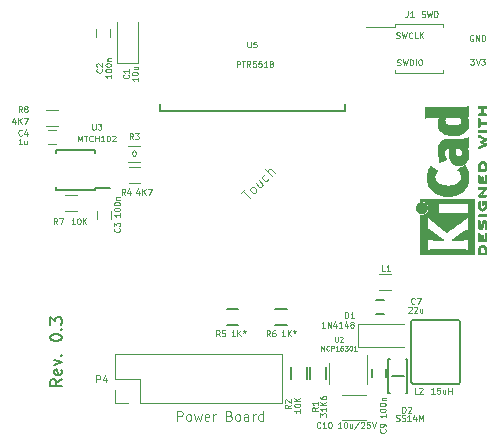
<source format=gto>
%TF.GenerationSoftware,KiCad,Pcbnew,no-vcs-found-72d4889~60~ubuntu16.04.1*%
%TF.CreationDate,2017-10-19T10:25:28+03:00*%
%TF.ProjectId,livolo_1_channel_1way_eu_switch,6C69766F6C6F5F315F6368616E6E656C,rev?*%
%TF.SameCoordinates,Original*%
%TF.FileFunction,Legend,Top*%
%TF.FilePolarity,Positive*%
%FSLAX46Y46*%
G04 Gerber Fmt 4.6, Leading zero omitted, Abs format (unit mm)*
G04 Created by KiCad (PCBNEW no-vcs-found-72d4889~60~ubuntu16.04.1) date Thu Oct 19 10:25:28 2017*
%MOMM*%
%LPD*%
G01*
G04 APERTURE LIST*
%ADD10C,0.200000*%
%ADD11C,0.100000*%
%ADD12C,0.120000*%
%ADD13C,0.010000*%
%ADD14C,0.150000*%
%ADD15O,1.200000X1.600000*%
%ADD16R,2.000000X1.000000*%
%ADD17R,2.500000X0.812800*%
%ADD18R,4.000000X2.000000*%
%ADD19R,1.200000X2.000000*%
%ADD20R,1.200000X1.400000*%
%ADD21R,0.900000X1.200000*%
%ADD22R,0.650000X1.060000*%
%ADD23C,1.500000*%
%ADD24R,1.200000X0.750000*%
%ADD25R,0.750000X1.200000*%
%ADD26R,1.200000X0.900000*%
%ADD27R,0.500000X0.900000*%
%ADD28R,1.260000X1.750000*%
%ADD29R,1.000000X1.600000*%
%ADD30R,1.450000X0.450000*%
G04 APERTURE END LIST*
D10*
X126052380Y-108609523D02*
X125576190Y-108942857D01*
X126052380Y-109180952D02*
X125052380Y-109180952D01*
X125052380Y-108800000D01*
X125100000Y-108704761D01*
X125147619Y-108657142D01*
X125242857Y-108609523D01*
X125385714Y-108609523D01*
X125480952Y-108657142D01*
X125528571Y-108704761D01*
X125576190Y-108800000D01*
X125576190Y-109180952D01*
X126004761Y-107800000D02*
X126052380Y-107895238D01*
X126052380Y-108085714D01*
X126004761Y-108180952D01*
X125909523Y-108228571D01*
X125528571Y-108228571D01*
X125433333Y-108180952D01*
X125385714Y-108085714D01*
X125385714Y-107895238D01*
X125433333Y-107800000D01*
X125528571Y-107752380D01*
X125623809Y-107752380D01*
X125719047Y-108228571D01*
X125385714Y-107419047D02*
X126052380Y-107180952D01*
X125385714Y-106942857D01*
X125957142Y-106561904D02*
X126004761Y-106514285D01*
X126052380Y-106561904D01*
X126004761Y-106609523D01*
X125957142Y-106561904D01*
X126052380Y-106561904D01*
X125052380Y-105133333D02*
X125052380Y-105038095D01*
X125100000Y-104942857D01*
X125147619Y-104895238D01*
X125242857Y-104847619D01*
X125433333Y-104800000D01*
X125671428Y-104800000D01*
X125861904Y-104847619D01*
X125957142Y-104895238D01*
X126004761Y-104942857D01*
X126052380Y-105038095D01*
X126052380Y-105133333D01*
X126004761Y-105228571D01*
X125957142Y-105276190D01*
X125861904Y-105323809D01*
X125671428Y-105371428D01*
X125433333Y-105371428D01*
X125242857Y-105323809D01*
X125147619Y-105276190D01*
X125100000Y-105228571D01*
X125052380Y-105133333D01*
X125957142Y-104371428D02*
X126004761Y-104323809D01*
X126052380Y-104371428D01*
X126004761Y-104419047D01*
X125957142Y-104371428D01*
X126052380Y-104371428D01*
X125052380Y-103990476D02*
X125052380Y-103371428D01*
X125433333Y-103704761D01*
X125433333Y-103561904D01*
X125480952Y-103466666D01*
X125528571Y-103419047D01*
X125623809Y-103371428D01*
X125861904Y-103371428D01*
X125957142Y-103419047D01*
X126004761Y-103466666D01*
X126052380Y-103561904D01*
X126052380Y-103847619D01*
X126004761Y-103942857D01*
X125957142Y-103990476D01*
D11*
X154440476Y-82002380D02*
X154511904Y-82026190D01*
X154630952Y-82026190D01*
X154678571Y-82002380D01*
X154702380Y-81978571D01*
X154726190Y-81930952D01*
X154726190Y-81883333D01*
X154702380Y-81835714D01*
X154678571Y-81811904D01*
X154630952Y-81788095D01*
X154535714Y-81764285D01*
X154488095Y-81740476D01*
X154464285Y-81716666D01*
X154440476Y-81669047D01*
X154440476Y-81621428D01*
X154464285Y-81573809D01*
X154488095Y-81550000D01*
X154535714Y-81526190D01*
X154654761Y-81526190D01*
X154726190Y-81550000D01*
X154892857Y-81526190D02*
X155011904Y-82026190D01*
X155107142Y-81669047D01*
X155202380Y-82026190D01*
X155321428Y-81526190D01*
X155511904Y-82026190D02*
X155511904Y-81526190D01*
X155630952Y-81526190D01*
X155702380Y-81550000D01*
X155750000Y-81597619D01*
X155773809Y-81645238D01*
X155797619Y-81740476D01*
X155797619Y-81811904D01*
X155773809Y-81907142D01*
X155750000Y-81954761D01*
X155702380Y-82002380D01*
X155630952Y-82026190D01*
X155511904Y-82026190D01*
X156011904Y-82026190D02*
X156011904Y-81526190D01*
X156345238Y-81526190D02*
X156440476Y-81526190D01*
X156488095Y-81550000D01*
X156535714Y-81597619D01*
X156559523Y-81692857D01*
X156559523Y-81859523D01*
X156535714Y-81954761D01*
X156488095Y-82002380D01*
X156440476Y-82026190D01*
X156345238Y-82026190D01*
X156297619Y-82002380D01*
X156250000Y-81954761D01*
X156226190Y-81859523D01*
X156226190Y-81692857D01*
X156250000Y-81597619D01*
X156297619Y-81550000D01*
X156345238Y-81526190D01*
X160869047Y-79500000D02*
X160821428Y-79476190D01*
X160750000Y-79476190D01*
X160678571Y-79500000D01*
X160630952Y-79547619D01*
X160607142Y-79595238D01*
X160583333Y-79690476D01*
X160583333Y-79761904D01*
X160607142Y-79857142D01*
X160630952Y-79904761D01*
X160678571Y-79952380D01*
X160750000Y-79976190D01*
X160797619Y-79976190D01*
X160869047Y-79952380D01*
X160892857Y-79928571D01*
X160892857Y-79761904D01*
X160797619Y-79761904D01*
X161107142Y-79976190D02*
X161107142Y-79476190D01*
X161392857Y-79976190D01*
X161392857Y-79476190D01*
X161630952Y-79976190D02*
X161630952Y-79476190D01*
X161750000Y-79476190D01*
X161821428Y-79500000D01*
X161869047Y-79547619D01*
X161892857Y-79595238D01*
X161916666Y-79690476D01*
X161916666Y-79761904D01*
X161892857Y-79857142D01*
X161869047Y-79904761D01*
X161821428Y-79952380D01*
X161750000Y-79976190D01*
X161630952Y-79976190D01*
X154369047Y-79702380D02*
X154440476Y-79726190D01*
X154559523Y-79726190D01*
X154607142Y-79702380D01*
X154630952Y-79678571D01*
X154654761Y-79630952D01*
X154654761Y-79583333D01*
X154630952Y-79535714D01*
X154607142Y-79511904D01*
X154559523Y-79488095D01*
X154464285Y-79464285D01*
X154416666Y-79440476D01*
X154392857Y-79416666D01*
X154369047Y-79369047D01*
X154369047Y-79321428D01*
X154392857Y-79273809D01*
X154416666Y-79250000D01*
X154464285Y-79226190D01*
X154583333Y-79226190D01*
X154654761Y-79250000D01*
X154821428Y-79226190D02*
X154940476Y-79726190D01*
X155035714Y-79369047D01*
X155130952Y-79726190D01*
X155250000Y-79226190D01*
X155726190Y-79678571D02*
X155702380Y-79702380D01*
X155630952Y-79726190D01*
X155583333Y-79726190D01*
X155511904Y-79702380D01*
X155464285Y-79654761D01*
X155440476Y-79607142D01*
X155416666Y-79511904D01*
X155416666Y-79440476D01*
X155440476Y-79345238D01*
X155464285Y-79297619D01*
X155511904Y-79250000D01*
X155583333Y-79226190D01*
X155630952Y-79226190D01*
X155702380Y-79250000D01*
X155726190Y-79273809D01*
X156178571Y-79726190D02*
X155940476Y-79726190D01*
X155940476Y-79226190D01*
X156345238Y-79726190D02*
X156345238Y-79226190D01*
X156630952Y-79726190D02*
X156416666Y-79440476D01*
X156630952Y-79226190D02*
X156345238Y-79511904D01*
X160630952Y-81476190D02*
X160940476Y-81476190D01*
X160773809Y-81666666D01*
X160845238Y-81666666D01*
X160892857Y-81690476D01*
X160916666Y-81714285D01*
X160940476Y-81761904D01*
X160940476Y-81880952D01*
X160916666Y-81928571D01*
X160892857Y-81952380D01*
X160845238Y-81976190D01*
X160702380Y-81976190D01*
X160654761Y-81952380D01*
X160630952Y-81928571D01*
X161083333Y-81476190D02*
X161250000Y-81976190D01*
X161416666Y-81476190D01*
X161535714Y-81476190D02*
X161845238Y-81476190D01*
X161678571Y-81666666D01*
X161750000Y-81666666D01*
X161797619Y-81690476D01*
X161821428Y-81714285D01*
X161845238Y-81761904D01*
X161845238Y-81880952D01*
X161821428Y-81928571D01*
X161797619Y-81952380D01*
X161750000Y-81976190D01*
X161607142Y-81976190D01*
X161559523Y-81952380D01*
X161535714Y-81928571D01*
D12*
X130590000Y-110610000D02*
X130590000Y-109550000D01*
X131650000Y-110610000D02*
X130590000Y-110610000D01*
X132650000Y-108550000D02*
X132650000Y-110610000D01*
X130590000Y-108550000D02*
X132650000Y-108550000D01*
X130590000Y-106490000D02*
X130590000Y-108550000D01*
X144710000Y-106490000D02*
X130590000Y-106490000D01*
X144710000Y-110610000D02*
X144710000Y-106490000D01*
X132650000Y-110610000D02*
X144710000Y-110610000D01*
D13*
G36*
X161269066Y-97871371D02*
X161269467Y-97831889D01*
X161272259Y-97716200D01*
X161280550Y-97619311D01*
X161295232Y-97537919D01*
X161317193Y-97468723D01*
X161347322Y-97408420D01*
X161386510Y-97353708D01*
X161403532Y-97334167D01*
X161443363Y-97301750D01*
X161497413Y-97272520D01*
X161557323Y-97249991D01*
X161614739Y-97237679D01*
X161635956Y-97236400D01*
X161694769Y-97244417D01*
X161759013Y-97265899D01*
X161819821Y-97296999D01*
X161868330Y-97333866D01*
X161874182Y-97339854D01*
X161915321Y-97390579D01*
X161947435Y-97446125D01*
X161971365Y-97509696D01*
X161987953Y-97584494D01*
X161998041Y-97673722D01*
X162002469Y-97780582D01*
X162002845Y-97829528D01*
X162002545Y-97891762D01*
X162001292Y-97935528D01*
X161998554Y-97964931D01*
X161993801Y-97984079D01*
X161986501Y-97997077D01*
X161980267Y-98004045D01*
X161972694Y-98010626D01*
X161962924Y-98015788D01*
X161948340Y-98019703D01*
X161926326Y-98022543D01*
X161894264Y-98024480D01*
X161849536Y-98025684D01*
X161789526Y-98026328D01*
X161711617Y-98026583D01*
X161635956Y-98026622D01*
X161535041Y-98026870D01*
X161454427Y-98026817D01*
X161415822Y-98025857D01*
X161415822Y-97879867D01*
X161856089Y-97879867D01*
X161856004Y-97786734D01*
X161854396Y-97730693D01*
X161850256Y-97671999D01*
X161844464Y-97623028D01*
X161844226Y-97621538D01*
X161825090Y-97542392D01*
X161795287Y-97481002D01*
X161752878Y-97434305D01*
X161706961Y-97404635D01*
X161656026Y-97386353D01*
X161608200Y-97387771D01*
X161556933Y-97408988D01*
X161503899Y-97450489D01*
X161464600Y-97507998D01*
X161438331Y-97582750D01*
X161429035Y-97632708D01*
X161422507Y-97689416D01*
X161417782Y-97749519D01*
X161415817Y-97800639D01*
X161415808Y-97803667D01*
X161415822Y-97879867D01*
X161415822Y-98025857D01*
X161391851Y-98025260D01*
X161345055Y-98020998D01*
X161311778Y-98012830D01*
X161289759Y-97999556D01*
X161276739Y-97979974D01*
X161270457Y-97952883D01*
X161268653Y-97917082D01*
X161269066Y-97871371D01*
X161269066Y-97871371D01*
G37*
X161269066Y-97871371D02*
X161269467Y-97831889D01*
X161272259Y-97716200D01*
X161280550Y-97619311D01*
X161295232Y-97537919D01*
X161317193Y-97468723D01*
X161347322Y-97408420D01*
X161386510Y-97353708D01*
X161403532Y-97334167D01*
X161443363Y-97301750D01*
X161497413Y-97272520D01*
X161557323Y-97249991D01*
X161614739Y-97237679D01*
X161635956Y-97236400D01*
X161694769Y-97244417D01*
X161759013Y-97265899D01*
X161819821Y-97296999D01*
X161868330Y-97333866D01*
X161874182Y-97339854D01*
X161915321Y-97390579D01*
X161947435Y-97446125D01*
X161971365Y-97509696D01*
X161987953Y-97584494D01*
X161998041Y-97673722D01*
X162002469Y-97780582D01*
X162002845Y-97829528D01*
X162002545Y-97891762D01*
X162001292Y-97935528D01*
X161998554Y-97964931D01*
X161993801Y-97984079D01*
X161986501Y-97997077D01*
X161980267Y-98004045D01*
X161972694Y-98010626D01*
X161962924Y-98015788D01*
X161948340Y-98019703D01*
X161926326Y-98022543D01*
X161894264Y-98024480D01*
X161849536Y-98025684D01*
X161789526Y-98026328D01*
X161711617Y-98026583D01*
X161635956Y-98026622D01*
X161535041Y-98026870D01*
X161454427Y-98026817D01*
X161415822Y-98025857D01*
X161415822Y-97879867D01*
X161856089Y-97879867D01*
X161856004Y-97786734D01*
X161854396Y-97730693D01*
X161850256Y-97671999D01*
X161844464Y-97623028D01*
X161844226Y-97621538D01*
X161825090Y-97542392D01*
X161795287Y-97481002D01*
X161752878Y-97434305D01*
X161706961Y-97404635D01*
X161656026Y-97386353D01*
X161608200Y-97387771D01*
X161556933Y-97408988D01*
X161503899Y-97450489D01*
X161464600Y-97507998D01*
X161438331Y-97582750D01*
X161429035Y-97632708D01*
X161422507Y-97689416D01*
X161417782Y-97749519D01*
X161415817Y-97800639D01*
X161415808Y-97803667D01*
X161415822Y-97879867D01*
X161415822Y-98025857D01*
X161391851Y-98025260D01*
X161345055Y-98020998D01*
X161311778Y-98012830D01*
X161289759Y-97999556D01*
X161276739Y-97979974D01*
X161270457Y-97952883D01*
X161268653Y-97917082D01*
X161269066Y-97871371D01*
G36*
X161269146Y-96462794D02*
X161269518Y-96393386D01*
X161270385Y-96340997D01*
X161271946Y-96302847D01*
X161274403Y-96276159D01*
X161277957Y-96258153D01*
X161282810Y-96246049D01*
X161289161Y-96237069D01*
X161292084Y-96233818D01*
X161323142Y-96214043D01*
X161358828Y-96210482D01*
X161390510Y-96223491D01*
X161396913Y-96229506D01*
X161403121Y-96239235D01*
X161407910Y-96254901D01*
X161411514Y-96279408D01*
X161414164Y-96315661D01*
X161416095Y-96366565D01*
X161417539Y-96435026D01*
X161418418Y-96497617D01*
X161421467Y-96745334D01*
X161486378Y-96748719D01*
X161551289Y-96752105D01*
X161551289Y-96583958D01*
X161551919Y-96510959D01*
X161554553Y-96457517D01*
X161560309Y-96420628D01*
X161570304Y-96397288D01*
X161585656Y-96384494D01*
X161607482Y-96379242D01*
X161627738Y-96378445D01*
X161652592Y-96380923D01*
X161670906Y-96390277D01*
X161683637Y-96409383D01*
X161691741Y-96441118D01*
X161696176Y-96488359D01*
X161697899Y-96553983D01*
X161698045Y-96589801D01*
X161698045Y-96750978D01*
X161856089Y-96750978D01*
X161856089Y-96502622D01*
X161856202Y-96421213D01*
X161856712Y-96359342D01*
X161857870Y-96313968D01*
X161859930Y-96282054D01*
X161863146Y-96260559D01*
X161867772Y-96246443D01*
X161874059Y-96236668D01*
X161878667Y-96231689D01*
X161905560Y-96214610D01*
X161929467Y-96209111D01*
X161958667Y-96216963D01*
X161980267Y-96231689D01*
X161987066Y-96239546D01*
X161992346Y-96249688D01*
X161996298Y-96264844D01*
X161999113Y-96287741D01*
X162000982Y-96321109D01*
X162002098Y-96367675D01*
X162002651Y-96430167D01*
X162002833Y-96511314D01*
X162002845Y-96553422D01*
X162002765Y-96643598D01*
X162002398Y-96713924D01*
X162001552Y-96767129D01*
X162000036Y-96805940D01*
X161997659Y-96833087D01*
X161994229Y-96851298D01*
X161989554Y-96863300D01*
X161983444Y-96871822D01*
X161980267Y-96875156D01*
X161972670Y-96881755D01*
X161962870Y-96886927D01*
X161948239Y-96890846D01*
X161926152Y-96893684D01*
X161893982Y-96895615D01*
X161849103Y-96896812D01*
X161788889Y-96897448D01*
X161710713Y-96897697D01*
X161637923Y-96897734D01*
X161544707Y-96897700D01*
X161471431Y-96897465D01*
X161415458Y-96896830D01*
X161374151Y-96895594D01*
X161344872Y-96893556D01*
X161324984Y-96890517D01*
X161311850Y-96886277D01*
X161302832Y-96880635D01*
X161295293Y-96873391D01*
X161293612Y-96871606D01*
X161286172Y-96862945D01*
X161280409Y-96852882D01*
X161276112Y-96838625D01*
X161273064Y-96817383D01*
X161271051Y-96786364D01*
X161269860Y-96742777D01*
X161269275Y-96683831D01*
X161269083Y-96606734D01*
X161269067Y-96552001D01*
X161269146Y-96462794D01*
X161269146Y-96462794D01*
G37*
X161269146Y-96462794D02*
X161269518Y-96393386D01*
X161270385Y-96340997D01*
X161271946Y-96302847D01*
X161274403Y-96276159D01*
X161277957Y-96258153D01*
X161282810Y-96246049D01*
X161289161Y-96237069D01*
X161292084Y-96233818D01*
X161323142Y-96214043D01*
X161358828Y-96210482D01*
X161390510Y-96223491D01*
X161396913Y-96229506D01*
X161403121Y-96239235D01*
X161407910Y-96254901D01*
X161411514Y-96279408D01*
X161414164Y-96315661D01*
X161416095Y-96366565D01*
X161417539Y-96435026D01*
X161418418Y-96497617D01*
X161421467Y-96745334D01*
X161486378Y-96748719D01*
X161551289Y-96752105D01*
X161551289Y-96583958D01*
X161551919Y-96510959D01*
X161554553Y-96457517D01*
X161560309Y-96420628D01*
X161570304Y-96397288D01*
X161585656Y-96384494D01*
X161607482Y-96379242D01*
X161627738Y-96378445D01*
X161652592Y-96380923D01*
X161670906Y-96390277D01*
X161683637Y-96409383D01*
X161691741Y-96441118D01*
X161696176Y-96488359D01*
X161697899Y-96553983D01*
X161698045Y-96589801D01*
X161698045Y-96750978D01*
X161856089Y-96750978D01*
X161856089Y-96502622D01*
X161856202Y-96421213D01*
X161856712Y-96359342D01*
X161857870Y-96313968D01*
X161859930Y-96282054D01*
X161863146Y-96260559D01*
X161867772Y-96246443D01*
X161874059Y-96236668D01*
X161878667Y-96231689D01*
X161905560Y-96214610D01*
X161929467Y-96209111D01*
X161958667Y-96216963D01*
X161980267Y-96231689D01*
X161987066Y-96239546D01*
X161992346Y-96249688D01*
X161996298Y-96264844D01*
X161999113Y-96287741D01*
X162000982Y-96321109D01*
X162002098Y-96367675D01*
X162002651Y-96430167D01*
X162002833Y-96511314D01*
X162002845Y-96553422D01*
X162002765Y-96643598D01*
X162002398Y-96713924D01*
X162001552Y-96767129D01*
X162000036Y-96805940D01*
X161997659Y-96833087D01*
X161994229Y-96851298D01*
X161989554Y-96863300D01*
X161983444Y-96871822D01*
X161980267Y-96875156D01*
X161972670Y-96881755D01*
X161962870Y-96886927D01*
X161948239Y-96890846D01*
X161926152Y-96893684D01*
X161893982Y-96895615D01*
X161849103Y-96896812D01*
X161788889Y-96897448D01*
X161710713Y-96897697D01*
X161637923Y-96897734D01*
X161544707Y-96897700D01*
X161471431Y-96897465D01*
X161415458Y-96896830D01*
X161374151Y-96895594D01*
X161344872Y-96893556D01*
X161324984Y-96890517D01*
X161311850Y-96886277D01*
X161302832Y-96880635D01*
X161295293Y-96873391D01*
X161293612Y-96871606D01*
X161286172Y-96862945D01*
X161280409Y-96852882D01*
X161276112Y-96838625D01*
X161273064Y-96817383D01*
X161271051Y-96786364D01*
X161269860Y-96742777D01*
X161269275Y-96683831D01*
X161269083Y-96606734D01*
X161269067Y-96552001D01*
X161269146Y-96462794D01*
G36*
X161270351Y-95441703D02*
X161275581Y-95366888D01*
X161283750Y-95297306D01*
X161294550Y-95237002D01*
X161307673Y-95190020D01*
X161322813Y-95160406D01*
X161327269Y-95155860D01*
X161361850Y-95140054D01*
X161397351Y-95144847D01*
X161427725Y-95169364D01*
X161428596Y-95170534D01*
X161437954Y-95184954D01*
X161442876Y-95200008D01*
X161443473Y-95221005D01*
X161439861Y-95253257D01*
X161432154Y-95302073D01*
X161431505Y-95306000D01*
X161422569Y-95378739D01*
X161418161Y-95457217D01*
X161418119Y-95535927D01*
X161422279Y-95609361D01*
X161430479Y-95672011D01*
X161442557Y-95718370D01*
X161443771Y-95721416D01*
X161462615Y-95755048D01*
X161481685Y-95766864D01*
X161500439Y-95757614D01*
X161518337Y-95728047D01*
X161534837Y-95678911D01*
X161549396Y-95610957D01*
X161556406Y-95565645D01*
X161569889Y-95471456D01*
X161582214Y-95396544D01*
X161594449Y-95337717D01*
X161607661Y-95291785D01*
X161622917Y-95255555D01*
X161641285Y-95225838D01*
X161663831Y-95199442D01*
X161685971Y-95178230D01*
X161716819Y-95153065D01*
X161743345Y-95140681D01*
X161776026Y-95136808D01*
X161787995Y-95136667D01*
X161827712Y-95139576D01*
X161857259Y-95151202D01*
X161883486Y-95171323D01*
X161923576Y-95212216D01*
X161954149Y-95257817D01*
X161976203Y-95311513D01*
X161990735Y-95376692D01*
X161998741Y-95456744D01*
X162001218Y-95555057D01*
X162001177Y-95571289D01*
X161999818Y-95636849D01*
X161996730Y-95701866D01*
X161992356Y-95759252D01*
X161987140Y-95801922D01*
X161986541Y-95805372D01*
X161976491Y-95847796D01*
X161963796Y-95883780D01*
X161952190Y-95904150D01*
X161921572Y-95923107D01*
X161885918Y-95924427D01*
X161854144Y-95908085D01*
X161850551Y-95904429D01*
X161839876Y-95889315D01*
X161835276Y-95870415D01*
X161836059Y-95841162D01*
X161840127Y-95805651D01*
X161843762Y-95765970D01*
X161846828Y-95710345D01*
X161849053Y-95645406D01*
X161850164Y-95577785D01*
X161850237Y-95560000D01*
X161849964Y-95492128D01*
X161848646Y-95442454D01*
X161845827Y-95406610D01*
X161841050Y-95380224D01*
X161833857Y-95358926D01*
X161827867Y-95346126D01*
X161811233Y-95318000D01*
X161796168Y-95300068D01*
X161791897Y-95297447D01*
X161774263Y-95302976D01*
X161757192Y-95329260D01*
X161741458Y-95374478D01*
X161727838Y-95436808D01*
X161724804Y-95455171D01*
X161709738Y-95551090D01*
X161697146Y-95627641D01*
X161686111Y-95687780D01*
X161675720Y-95734460D01*
X161665056Y-95770637D01*
X161653205Y-95799265D01*
X161639251Y-95823298D01*
X161622281Y-95845692D01*
X161601378Y-95869402D01*
X161594049Y-95877380D01*
X161566699Y-95905353D01*
X161545029Y-95920160D01*
X161520232Y-95925952D01*
X161488983Y-95926889D01*
X161427705Y-95916575D01*
X161375640Y-95885752D01*
X161332958Y-95834595D01*
X161299825Y-95763283D01*
X161284964Y-95712400D01*
X161275366Y-95657100D01*
X161269936Y-95590853D01*
X161268367Y-95517706D01*
X161270351Y-95441703D01*
X161270351Y-95441703D01*
G37*
X161270351Y-95441703D02*
X161275581Y-95366888D01*
X161283750Y-95297306D01*
X161294550Y-95237002D01*
X161307673Y-95190020D01*
X161322813Y-95160406D01*
X161327269Y-95155860D01*
X161361850Y-95140054D01*
X161397351Y-95144847D01*
X161427725Y-95169364D01*
X161428596Y-95170534D01*
X161437954Y-95184954D01*
X161442876Y-95200008D01*
X161443473Y-95221005D01*
X161439861Y-95253257D01*
X161432154Y-95302073D01*
X161431505Y-95306000D01*
X161422569Y-95378739D01*
X161418161Y-95457217D01*
X161418119Y-95535927D01*
X161422279Y-95609361D01*
X161430479Y-95672011D01*
X161442557Y-95718370D01*
X161443771Y-95721416D01*
X161462615Y-95755048D01*
X161481685Y-95766864D01*
X161500439Y-95757614D01*
X161518337Y-95728047D01*
X161534837Y-95678911D01*
X161549396Y-95610957D01*
X161556406Y-95565645D01*
X161569889Y-95471456D01*
X161582214Y-95396544D01*
X161594449Y-95337717D01*
X161607661Y-95291785D01*
X161622917Y-95255555D01*
X161641285Y-95225838D01*
X161663831Y-95199442D01*
X161685971Y-95178230D01*
X161716819Y-95153065D01*
X161743345Y-95140681D01*
X161776026Y-95136808D01*
X161787995Y-95136667D01*
X161827712Y-95139576D01*
X161857259Y-95151202D01*
X161883486Y-95171323D01*
X161923576Y-95212216D01*
X161954149Y-95257817D01*
X161976203Y-95311513D01*
X161990735Y-95376692D01*
X161998741Y-95456744D01*
X162001218Y-95555057D01*
X162001177Y-95571289D01*
X161999818Y-95636849D01*
X161996730Y-95701866D01*
X161992356Y-95759252D01*
X161987140Y-95801922D01*
X161986541Y-95805372D01*
X161976491Y-95847796D01*
X161963796Y-95883780D01*
X161952190Y-95904150D01*
X161921572Y-95923107D01*
X161885918Y-95924427D01*
X161854144Y-95908085D01*
X161850551Y-95904429D01*
X161839876Y-95889315D01*
X161835276Y-95870415D01*
X161836059Y-95841162D01*
X161840127Y-95805651D01*
X161843762Y-95765970D01*
X161846828Y-95710345D01*
X161849053Y-95645406D01*
X161850164Y-95577785D01*
X161850237Y-95560000D01*
X161849964Y-95492128D01*
X161848646Y-95442454D01*
X161845827Y-95406610D01*
X161841050Y-95380224D01*
X161833857Y-95358926D01*
X161827867Y-95346126D01*
X161811233Y-95318000D01*
X161796168Y-95300068D01*
X161791897Y-95297447D01*
X161774263Y-95302976D01*
X161757192Y-95329260D01*
X161741458Y-95374478D01*
X161727838Y-95436808D01*
X161724804Y-95455171D01*
X161709738Y-95551090D01*
X161697146Y-95627641D01*
X161686111Y-95687780D01*
X161675720Y-95734460D01*
X161665056Y-95770637D01*
X161653205Y-95799265D01*
X161639251Y-95823298D01*
X161622281Y-95845692D01*
X161601378Y-95869402D01*
X161594049Y-95877380D01*
X161566699Y-95905353D01*
X161545029Y-95920160D01*
X161520232Y-95925952D01*
X161488983Y-95926889D01*
X161427705Y-95916575D01*
X161375640Y-95885752D01*
X161332958Y-95834595D01*
X161299825Y-95763283D01*
X161284964Y-95712400D01*
X161275366Y-95657100D01*
X161269936Y-95590853D01*
X161268367Y-95517706D01*
X161270351Y-95441703D01*
G36*
X161291645Y-94673822D02*
X161299218Y-94667242D01*
X161308987Y-94662079D01*
X161323571Y-94658164D01*
X161345585Y-94655324D01*
X161377648Y-94653387D01*
X161422375Y-94652183D01*
X161482385Y-94651539D01*
X161560294Y-94651284D01*
X161635956Y-94651245D01*
X161729802Y-94651314D01*
X161803689Y-94651638D01*
X161860232Y-94652386D01*
X161902049Y-94653732D01*
X161931757Y-94655846D01*
X161951973Y-94658900D01*
X161965314Y-94663066D01*
X161974398Y-94668516D01*
X161980267Y-94673822D01*
X161999947Y-94706826D01*
X161998181Y-94741991D01*
X161976717Y-94773455D01*
X161968337Y-94780684D01*
X161958614Y-94786334D01*
X161944861Y-94790599D01*
X161924389Y-94793673D01*
X161894512Y-94795752D01*
X161852541Y-94797030D01*
X161795789Y-94797701D01*
X161721567Y-94797959D01*
X161637537Y-94798000D01*
X161324485Y-94798000D01*
X161296776Y-94770291D01*
X161273463Y-94736137D01*
X161272623Y-94703006D01*
X161291645Y-94673822D01*
X161291645Y-94673822D01*
G37*
X161291645Y-94673822D02*
X161299218Y-94667242D01*
X161308987Y-94662079D01*
X161323571Y-94658164D01*
X161345585Y-94655324D01*
X161377648Y-94653387D01*
X161422375Y-94652183D01*
X161482385Y-94651539D01*
X161560294Y-94651284D01*
X161635956Y-94651245D01*
X161729802Y-94651314D01*
X161803689Y-94651638D01*
X161860232Y-94652386D01*
X161902049Y-94653732D01*
X161931757Y-94655846D01*
X161951973Y-94658900D01*
X161965314Y-94663066D01*
X161974398Y-94668516D01*
X161980267Y-94673822D01*
X161999947Y-94706826D01*
X161998181Y-94741991D01*
X161976717Y-94773455D01*
X161968337Y-94780684D01*
X161958614Y-94786334D01*
X161944861Y-94790599D01*
X161924389Y-94793673D01*
X161894512Y-94795752D01*
X161852541Y-94797030D01*
X161795789Y-94797701D01*
X161721567Y-94797959D01*
X161637537Y-94798000D01*
X161324485Y-94798000D01*
X161296776Y-94770291D01*
X161273463Y-94736137D01*
X161272623Y-94703006D01*
X161291645Y-94673822D01*
G36*
X161274599Y-93700081D02*
X161286095Y-93631565D01*
X161303967Y-93578943D01*
X161327499Y-93544708D01*
X161340924Y-93535379D01*
X161372148Y-93525893D01*
X161400395Y-93532277D01*
X161427182Y-93552430D01*
X161439713Y-93583745D01*
X161438696Y-93629183D01*
X161431906Y-93664326D01*
X161418971Y-93742419D01*
X161417742Y-93822226D01*
X161428241Y-93911555D01*
X161432690Y-93936229D01*
X161456108Y-94019291D01*
X161490945Y-94084273D01*
X161536604Y-94130461D01*
X161592494Y-94157145D01*
X161621388Y-94162663D01*
X161680012Y-94159051D01*
X161731879Y-94135729D01*
X161775978Y-94094824D01*
X161811299Y-94038459D01*
X161836829Y-93968760D01*
X161851559Y-93887852D01*
X161854478Y-93797860D01*
X161844575Y-93700910D01*
X161843641Y-93695436D01*
X161836459Y-93656875D01*
X161829521Y-93635494D01*
X161819227Y-93626227D01*
X161801976Y-93624006D01*
X161792841Y-93623956D01*
X161754489Y-93623956D01*
X161754489Y-93692431D01*
X161750347Y-93752900D01*
X161737147Y-93794165D01*
X161713730Y-93818175D01*
X161678936Y-93826877D01*
X161674394Y-93826983D01*
X161644654Y-93821892D01*
X161623419Y-93804433D01*
X161609366Y-93771939D01*
X161601173Y-93721743D01*
X161598161Y-93673123D01*
X161596433Y-93602456D01*
X161599070Y-93551198D01*
X161608800Y-93516239D01*
X161628353Y-93494470D01*
X161660456Y-93482780D01*
X161707838Y-93478060D01*
X161770071Y-93477200D01*
X161839535Y-93478609D01*
X161886786Y-93482848D01*
X161912012Y-93489936D01*
X161913988Y-93491311D01*
X161945508Y-93530228D01*
X161970470Y-93587286D01*
X161988340Y-93658869D01*
X161998586Y-93741358D01*
X162000673Y-93831139D01*
X161994068Y-93924592D01*
X161985956Y-93979556D01*
X161961554Y-94065766D01*
X161921662Y-94145892D01*
X161869887Y-94212977D01*
X161859539Y-94223173D01*
X161816035Y-94256302D01*
X161762118Y-94286194D01*
X161705592Y-94309357D01*
X161654259Y-94322298D01*
X161634544Y-94323858D01*
X161593419Y-94317218D01*
X161542252Y-94299568D01*
X161488394Y-94274297D01*
X161439195Y-94244789D01*
X161406334Y-94218719D01*
X161357452Y-94157765D01*
X161318545Y-94078969D01*
X161290494Y-93985157D01*
X161274179Y-93879150D01*
X161270192Y-93782000D01*
X161274599Y-93700081D01*
X161274599Y-93700081D01*
G37*
X161274599Y-93700081D02*
X161286095Y-93631565D01*
X161303967Y-93578943D01*
X161327499Y-93544708D01*
X161340924Y-93535379D01*
X161372148Y-93525893D01*
X161400395Y-93532277D01*
X161427182Y-93552430D01*
X161439713Y-93583745D01*
X161438696Y-93629183D01*
X161431906Y-93664326D01*
X161418971Y-93742419D01*
X161417742Y-93822226D01*
X161428241Y-93911555D01*
X161432690Y-93936229D01*
X161456108Y-94019291D01*
X161490945Y-94084273D01*
X161536604Y-94130461D01*
X161592494Y-94157145D01*
X161621388Y-94162663D01*
X161680012Y-94159051D01*
X161731879Y-94135729D01*
X161775978Y-94094824D01*
X161811299Y-94038459D01*
X161836829Y-93968760D01*
X161851559Y-93887852D01*
X161854478Y-93797860D01*
X161844575Y-93700910D01*
X161843641Y-93695436D01*
X161836459Y-93656875D01*
X161829521Y-93635494D01*
X161819227Y-93626227D01*
X161801976Y-93624006D01*
X161792841Y-93623956D01*
X161754489Y-93623956D01*
X161754489Y-93692431D01*
X161750347Y-93752900D01*
X161737147Y-93794165D01*
X161713730Y-93818175D01*
X161678936Y-93826877D01*
X161674394Y-93826983D01*
X161644654Y-93821892D01*
X161623419Y-93804433D01*
X161609366Y-93771939D01*
X161601173Y-93721743D01*
X161598161Y-93673123D01*
X161596433Y-93602456D01*
X161599070Y-93551198D01*
X161608800Y-93516239D01*
X161628353Y-93494470D01*
X161660456Y-93482780D01*
X161707838Y-93478060D01*
X161770071Y-93477200D01*
X161839535Y-93478609D01*
X161886786Y-93482848D01*
X161912012Y-93489936D01*
X161913988Y-93491311D01*
X161945508Y-93530228D01*
X161970470Y-93587286D01*
X161988340Y-93658869D01*
X161998586Y-93741358D01*
X162000673Y-93831139D01*
X161994068Y-93924592D01*
X161985956Y-93979556D01*
X161961554Y-94065766D01*
X161921662Y-94145892D01*
X161869887Y-94212977D01*
X161859539Y-94223173D01*
X161816035Y-94256302D01*
X161762118Y-94286194D01*
X161705592Y-94309357D01*
X161654259Y-94322298D01*
X161634544Y-94323858D01*
X161593419Y-94317218D01*
X161542252Y-94299568D01*
X161488394Y-94274297D01*
X161439195Y-94244789D01*
X161406334Y-94218719D01*
X161357452Y-94157765D01*
X161318545Y-94078969D01*
X161290494Y-93985157D01*
X161274179Y-93879150D01*
X161270192Y-93782000D01*
X161274599Y-93700081D01*
G36*
X161273448Y-93050114D02*
X161287273Y-93026548D01*
X161309881Y-92995735D01*
X161342338Y-92956078D01*
X161385708Y-92905980D01*
X161441058Y-92843843D01*
X161509451Y-92768072D01*
X161588084Y-92681334D01*
X161751878Y-92500711D01*
X161532029Y-92495067D01*
X161456351Y-92493029D01*
X161399994Y-92491063D01*
X161359706Y-92488734D01*
X161332235Y-92485606D01*
X161314329Y-92481245D01*
X161302737Y-92475216D01*
X161294208Y-92467084D01*
X161290623Y-92462772D01*
X161271670Y-92428241D01*
X161274441Y-92395383D01*
X161290633Y-92369318D01*
X161312199Y-92342667D01*
X161627151Y-92339352D01*
X161719779Y-92338435D01*
X161792544Y-92337968D01*
X161848161Y-92338113D01*
X161889342Y-92339032D01*
X161918803Y-92340887D01*
X161939255Y-92343839D01*
X161953413Y-92348050D01*
X161963991Y-92353682D01*
X161972474Y-92359927D01*
X161988207Y-92373439D01*
X161998636Y-92386883D01*
X162002639Y-92402124D01*
X161999094Y-92421026D01*
X161986879Y-92445455D01*
X161964871Y-92477273D01*
X161931949Y-92518348D01*
X161886991Y-92570542D01*
X161828875Y-92635722D01*
X161762099Y-92709556D01*
X161521458Y-92974845D01*
X161740589Y-92980489D01*
X161816128Y-92982531D01*
X161872354Y-92984502D01*
X161912524Y-92986839D01*
X161939896Y-92989981D01*
X161957728Y-92994364D01*
X161969279Y-93000424D01*
X161977807Y-93008600D01*
X161981282Y-93012784D01*
X162000372Y-93049765D01*
X161997493Y-93084708D01*
X161973100Y-93115136D01*
X161963286Y-93122097D01*
X161951826Y-93127523D01*
X161935968Y-93131603D01*
X161912963Y-93134529D01*
X161880062Y-93136492D01*
X161834516Y-93137683D01*
X161773573Y-93138292D01*
X161694486Y-93138511D01*
X161635956Y-93138534D01*
X161544407Y-93138460D01*
X161472687Y-93138113D01*
X161418045Y-93137301D01*
X161377732Y-93135833D01*
X161348998Y-93133519D01*
X161329093Y-93130167D01*
X161315268Y-93125588D01*
X161304772Y-93119589D01*
X161298811Y-93115136D01*
X161284691Y-93103850D01*
X161274029Y-93093301D01*
X161267892Y-93081893D01*
X161267343Y-93068030D01*
X161273448Y-93050114D01*
X161273448Y-93050114D01*
G37*
X161273448Y-93050114D02*
X161287273Y-93026548D01*
X161309881Y-92995735D01*
X161342338Y-92956078D01*
X161385708Y-92905980D01*
X161441058Y-92843843D01*
X161509451Y-92768072D01*
X161588084Y-92681334D01*
X161751878Y-92500711D01*
X161532029Y-92495067D01*
X161456351Y-92493029D01*
X161399994Y-92491063D01*
X161359706Y-92488734D01*
X161332235Y-92485606D01*
X161314329Y-92481245D01*
X161302737Y-92475216D01*
X161294208Y-92467084D01*
X161290623Y-92462772D01*
X161271670Y-92428241D01*
X161274441Y-92395383D01*
X161290633Y-92369318D01*
X161312199Y-92342667D01*
X161627151Y-92339352D01*
X161719779Y-92338435D01*
X161792544Y-92337968D01*
X161848161Y-92338113D01*
X161889342Y-92339032D01*
X161918803Y-92340887D01*
X161939255Y-92343839D01*
X161953413Y-92348050D01*
X161963991Y-92353682D01*
X161972474Y-92359927D01*
X161988207Y-92373439D01*
X161998636Y-92386883D01*
X162002639Y-92402124D01*
X161999094Y-92421026D01*
X161986879Y-92445455D01*
X161964871Y-92477273D01*
X161931949Y-92518348D01*
X161886991Y-92570542D01*
X161828875Y-92635722D01*
X161762099Y-92709556D01*
X161521458Y-92974845D01*
X161740589Y-92980489D01*
X161816128Y-92982531D01*
X161872354Y-92984502D01*
X161912524Y-92986839D01*
X161939896Y-92989981D01*
X161957728Y-92994364D01*
X161969279Y-93000424D01*
X161977807Y-93008600D01*
X161981282Y-93012784D01*
X162000372Y-93049765D01*
X161997493Y-93084708D01*
X161973100Y-93115136D01*
X161963286Y-93122097D01*
X161951826Y-93127523D01*
X161935968Y-93131603D01*
X161912963Y-93134529D01*
X161880062Y-93136492D01*
X161834516Y-93137683D01*
X161773573Y-93138292D01*
X161694486Y-93138511D01*
X161635956Y-93138534D01*
X161544407Y-93138460D01*
X161472687Y-93138113D01*
X161418045Y-93137301D01*
X161377732Y-93135833D01*
X161348998Y-93133519D01*
X161329093Y-93130167D01*
X161315268Y-93125588D01*
X161304772Y-93119589D01*
X161298811Y-93115136D01*
X161284691Y-93103850D01*
X161274029Y-93093301D01*
X161267892Y-93081893D01*
X161267343Y-93068030D01*
X161273448Y-93050114D01*
G36*
X161269260Y-91519657D02*
X161270174Y-91443299D01*
X161272311Y-91384783D01*
X161276175Y-91341745D01*
X161282267Y-91311817D01*
X161291090Y-91292632D01*
X161303146Y-91281824D01*
X161318939Y-91277027D01*
X161338970Y-91275873D01*
X161341335Y-91275867D01*
X161363992Y-91276869D01*
X161381503Y-91281604D01*
X161394574Y-91292667D01*
X161403913Y-91312652D01*
X161410227Y-91344154D01*
X161414222Y-91389768D01*
X161416606Y-91452087D01*
X161418086Y-91533707D01*
X161418414Y-91558723D01*
X161421467Y-91800800D01*
X161486378Y-91804186D01*
X161551289Y-91807571D01*
X161551289Y-91639424D01*
X161551531Y-91573734D01*
X161552556Y-91526828D01*
X161554811Y-91494917D01*
X161558742Y-91474209D01*
X161564798Y-91460916D01*
X161573424Y-91451245D01*
X161573493Y-91451183D01*
X161607112Y-91433644D01*
X161643448Y-91434278D01*
X161674423Y-91452686D01*
X161677607Y-91456329D01*
X161685812Y-91469259D01*
X161691521Y-91486976D01*
X161695162Y-91513430D01*
X161697167Y-91552568D01*
X161697964Y-91608338D01*
X161698045Y-91644006D01*
X161698045Y-91806445D01*
X161856089Y-91806445D01*
X161856089Y-91559839D01*
X161856231Y-91478420D01*
X161856814Y-91416590D01*
X161858068Y-91371363D01*
X161860227Y-91339752D01*
X161863523Y-91318769D01*
X161868189Y-91305427D01*
X161874457Y-91296739D01*
X161876733Y-91294550D01*
X161908280Y-91278386D01*
X161944168Y-91277203D01*
X161975285Y-91290464D01*
X161985271Y-91300957D01*
X161990769Y-91311871D01*
X161995022Y-91328783D01*
X161998180Y-91354367D01*
X162000392Y-91391299D01*
X162001806Y-91442254D01*
X162002572Y-91509906D01*
X162002838Y-91596931D01*
X162002845Y-91616606D01*
X162002787Y-91705089D01*
X162002467Y-91773773D01*
X162001667Y-91825436D01*
X162000167Y-91862855D01*
X161997749Y-91888810D01*
X161994194Y-91906078D01*
X161989282Y-91917438D01*
X161982795Y-91925668D01*
X161978138Y-91930183D01*
X161969889Y-91936979D01*
X161959669Y-91942288D01*
X161944800Y-91946294D01*
X161922602Y-91949179D01*
X161890393Y-91951126D01*
X161845496Y-91952319D01*
X161785228Y-91952939D01*
X161706911Y-91953171D01*
X161640994Y-91953200D01*
X161548628Y-91953129D01*
X161476117Y-91952792D01*
X161420737Y-91952002D01*
X161379765Y-91950574D01*
X161350478Y-91948321D01*
X161330153Y-91945057D01*
X161316066Y-91940596D01*
X161305495Y-91934752D01*
X161298811Y-91929803D01*
X161269067Y-91906406D01*
X161269067Y-91616226D01*
X161269260Y-91519657D01*
X161269260Y-91519657D01*
G37*
X161269260Y-91519657D02*
X161270174Y-91443299D01*
X161272311Y-91384783D01*
X161276175Y-91341745D01*
X161282267Y-91311817D01*
X161291090Y-91292632D01*
X161303146Y-91281824D01*
X161318939Y-91277027D01*
X161338970Y-91275873D01*
X161341335Y-91275867D01*
X161363992Y-91276869D01*
X161381503Y-91281604D01*
X161394574Y-91292667D01*
X161403913Y-91312652D01*
X161410227Y-91344154D01*
X161414222Y-91389768D01*
X161416606Y-91452087D01*
X161418086Y-91533707D01*
X161418414Y-91558723D01*
X161421467Y-91800800D01*
X161486378Y-91804186D01*
X161551289Y-91807571D01*
X161551289Y-91639424D01*
X161551531Y-91573734D01*
X161552556Y-91526828D01*
X161554811Y-91494917D01*
X161558742Y-91474209D01*
X161564798Y-91460916D01*
X161573424Y-91451245D01*
X161573493Y-91451183D01*
X161607112Y-91433644D01*
X161643448Y-91434278D01*
X161674423Y-91452686D01*
X161677607Y-91456329D01*
X161685812Y-91469259D01*
X161691521Y-91486976D01*
X161695162Y-91513430D01*
X161697167Y-91552568D01*
X161697964Y-91608338D01*
X161698045Y-91644006D01*
X161698045Y-91806445D01*
X161856089Y-91806445D01*
X161856089Y-91559839D01*
X161856231Y-91478420D01*
X161856814Y-91416590D01*
X161858068Y-91371363D01*
X161860227Y-91339752D01*
X161863523Y-91318769D01*
X161868189Y-91305427D01*
X161874457Y-91296739D01*
X161876733Y-91294550D01*
X161908280Y-91278386D01*
X161944168Y-91277203D01*
X161975285Y-91290464D01*
X161985271Y-91300957D01*
X161990769Y-91311871D01*
X161995022Y-91328783D01*
X161998180Y-91354367D01*
X162000392Y-91391299D01*
X162001806Y-91442254D01*
X162002572Y-91509906D01*
X162002838Y-91596931D01*
X162002845Y-91616606D01*
X162002787Y-91705089D01*
X162002467Y-91773773D01*
X162001667Y-91825436D01*
X162000167Y-91862855D01*
X161997749Y-91888810D01*
X161994194Y-91906078D01*
X161989282Y-91917438D01*
X161982795Y-91925668D01*
X161978138Y-91930183D01*
X161969889Y-91936979D01*
X161959669Y-91942288D01*
X161944800Y-91946294D01*
X161922602Y-91949179D01*
X161890393Y-91951126D01*
X161845496Y-91952319D01*
X161785228Y-91952939D01*
X161706911Y-91953171D01*
X161640994Y-91953200D01*
X161548628Y-91953129D01*
X161476117Y-91952792D01*
X161420737Y-91952002D01*
X161379765Y-91950574D01*
X161350478Y-91948321D01*
X161330153Y-91945057D01*
X161316066Y-91940596D01*
X161305495Y-91934752D01*
X161298811Y-91929803D01*
X161269067Y-91906406D01*
X161269067Y-91616226D01*
X161269260Y-91519657D01*
G36*
X161269275Y-90731691D02*
X161273636Y-90602712D01*
X161286861Y-90493009D01*
X161309741Y-90400774D01*
X161343070Y-90324198D01*
X161387638Y-90261473D01*
X161444236Y-90210788D01*
X161513658Y-90170337D01*
X161515351Y-90169541D01*
X161577483Y-90145399D01*
X161632509Y-90136797D01*
X161687887Y-90143769D01*
X161751073Y-90166346D01*
X161760689Y-90170628D01*
X161816966Y-90199828D01*
X161860451Y-90232644D01*
X161897417Y-90274998D01*
X161934135Y-90332810D01*
X161936052Y-90336169D01*
X161960227Y-90386496D01*
X161978282Y-90443379D01*
X161990839Y-90510473D01*
X161998522Y-90591435D01*
X162001953Y-90689918D01*
X162002251Y-90724714D01*
X162002845Y-90890406D01*
X161973100Y-90913803D01*
X161963319Y-90920743D01*
X161951897Y-90926158D01*
X161936095Y-90930235D01*
X161913175Y-90933163D01*
X161880396Y-90935133D01*
X161856089Y-90935775D01*
X161856089Y-90779156D01*
X161856089Y-90685274D01*
X161854483Y-90630336D01*
X161850255Y-90573940D01*
X161844292Y-90527655D01*
X161843790Y-90524861D01*
X161821736Y-90442652D01*
X161788600Y-90378886D01*
X161742847Y-90331548D01*
X161682939Y-90298618D01*
X161667061Y-90292892D01*
X161642333Y-90287279D01*
X161617902Y-90289709D01*
X161585400Y-90301533D01*
X161569434Y-90308660D01*
X161527006Y-90332000D01*
X161497240Y-90360120D01*
X161476511Y-90391060D01*
X161449537Y-90453034D01*
X161429998Y-90532349D01*
X161418746Y-90624747D01*
X161416270Y-90691667D01*
X161415822Y-90779156D01*
X161856089Y-90779156D01*
X161856089Y-90935775D01*
X161835021Y-90936332D01*
X161774311Y-90936950D01*
X161695526Y-90937175D01*
X161633920Y-90937200D01*
X161324485Y-90937200D01*
X161296776Y-90909491D01*
X161285544Y-90897194D01*
X161277853Y-90883897D01*
X161273040Y-90865328D01*
X161270446Y-90837214D01*
X161269410Y-90795283D01*
X161269270Y-90735263D01*
X161269275Y-90731691D01*
X161269275Y-90731691D01*
G37*
X161269275Y-90731691D02*
X161273636Y-90602712D01*
X161286861Y-90493009D01*
X161309741Y-90400774D01*
X161343070Y-90324198D01*
X161387638Y-90261473D01*
X161444236Y-90210788D01*
X161513658Y-90170337D01*
X161515351Y-90169541D01*
X161577483Y-90145399D01*
X161632509Y-90136797D01*
X161687887Y-90143769D01*
X161751073Y-90166346D01*
X161760689Y-90170628D01*
X161816966Y-90199828D01*
X161860451Y-90232644D01*
X161897417Y-90274998D01*
X161934135Y-90332810D01*
X161936052Y-90336169D01*
X161960227Y-90386496D01*
X161978282Y-90443379D01*
X161990839Y-90510473D01*
X161998522Y-90591435D01*
X162001953Y-90689918D01*
X162002251Y-90724714D01*
X162002845Y-90890406D01*
X161973100Y-90913803D01*
X161963319Y-90920743D01*
X161951897Y-90926158D01*
X161936095Y-90930235D01*
X161913175Y-90933163D01*
X161880396Y-90935133D01*
X161856089Y-90935775D01*
X161856089Y-90779156D01*
X161856089Y-90685274D01*
X161854483Y-90630336D01*
X161850255Y-90573940D01*
X161844292Y-90527655D01*
X161843790Y-90524861D01*
X161821736Y-90442652D01*
X161788600Y-90378886D01*
X161742847Y-90331548D01*
X161682939Y-90298618D01*
X161667061Y-90292892D01*
X161642333Y-90287279D01*
X161617902Y-90289709D01*
X161585400Y-90301533D01*
X161569434Y-90308660D01*
X161527006Y-90332000D01*
X161497240Y-90360120D01*
X161476511Y-90391060D01*
X161449537Y-90453034D01*
X161429998Y-90532349D01*
X161418746Y-90624747D01*
X161416270Y-90691667D01*
X161415822Y-90779156D01*
X161856089Y-90779156D01*
X161856089Y-90935775D01*
X161835021Y-90936332D01*
X161774311Y-90936950D01*
X161695526Y-90937175D01*
X161633920Y-90937200D01*
X161324485Y-90937200D01*
X161296776Y-90909491D01*
X161285544Y-90897194D01*
X161277853Y-90883897D01*
X161273040Y-90865328D01*
X161270446Y-90837214D01*
X161269410Y-90795283D01*
X161269270Y-90735263D01*
X161269275Y-90731691D01*
G36*
X161271034Y-88005335D02*
X161278035Y-87985745D01*
X161278377Y-87984990D01*
X161298678Y-87958387D01*
X161319561Y-87943730D01*
X161329352Y-87940862D01*
X161342361Y-87941004D01*
X161360895Y-87945039D01*
X161387257Y-87953854D01*
X161423752Y-87968331D01*
X161472687Y-87989355D01*
X161536365Y-88017812D01*
X161617093Y-88054585D01*
X161661216Y-88074825D01*
X161739985Y-88111375D01*
X161812423Y-88145685D01*
X161875880Y-88176448D01*
X161927708Y-88202352D01*
X161965259Y-88222090D01*
X161985884Y-88234350D01*
X161988733Y-88236776D01*
X162001302Y-88267817D01*
X161999619Y-88302879D01*
X161984332Y-88331000D01*
X161983089Y-88332146D01*
X161966154Y-88343332D01*
X161933170Y-88362096D01*
X161888380Y-88386125D01*
X161836032Y-88413103D01*
X161816742Y-88422799D01*
X161670150Y-88495986D01*
X161829393Y-88575760D01*
X161884415Y-88604233D01*
X161932132Y-88630650D01*
X161968893Y-88652852D01*
X161991044Y-88668681D01*
X161995741Y-88674046D01*
X162002102Y-88715743D01*
X161988733Y-88750151D01*
X161974446Y-88760272D01*
X161942692Y-88777786D01*
X161896597Y-88801265D01*
X161839285Y-88829280D01*
X161773880Y-88860401D01*
X161703507Y-88893201D01*
X161631291Y-88926250D01*
X161560355Y-88958119D01*
X161493825Y-88987381D01*
X161434826Y-89012605D01*
X161386481Y-89032364D01*
X161351915Y-89045228D01*
X161334253Y-89049769D01*
X161333613Y-89049723D01*
X161311388Y-89038674D01*
X161288753Y-89016590D01*
X161287768Y-89015290D01*
X161272425Y-88988147D01*
X161272574Y-88963042D01*
X161275466Y-88953632D01*
X161281718Y-88942166D01*
X161294014Y-88929990D01*
X161314908Y-88915643D01*
X161346949Y-88897664D01*
X161392688Y-88874593D01*
X161454677Y-88844970D01*
X161511898Y-88818255D01*
X161578226Y-88787520D01*
X161637874Y-88759979D01*
X161687725Y-88737062D01*
X161724664Y-88720202D01*
X161745573Y-88710827D01*
X161748845Y-88709460D01*
X161743497Y-88703311D01*
X161721109Y-88689178D01*
X161684946Y-88668943D01*
X161638277Y-88644485D01*
X161619022Y-88634752D01*
X161554004Y-88601783D01*
X161506654Y-88576357D01*
X161474219Y-88556388D01*
X161453946Y-88539790D01*
X161443082Y-88524476D01*
X161438875Y-88508360D01*
X161438400Y-88497857D01*
X161440042Y-88479330D01*
X161446831Y-88463096D01*
X161461566Y-88446965D01*
X161487044Y-88428749D01*
X161526061Y-88406261D01*
X161581414Y-88377311D01*
X161612903Y-88361338D01*
X161663087Y-88335430D01*
X161704704Y-88312833D01*
X161734242Y-88295542D01*
X161748189Y-88285550D01*
X161748770Y-88284191D01*
X161737793Y-88277739D01*
X161709290Y-88263292D01*
X161666244Y-88242297D01*
X161611638Y-88216203D01*
X161548454Y-88186454D01*
X161517071Y-88171820D01*
X161436078Y-88133750D01*
X161373756Y-88103095D01*
X161328071Y-88078263D01*
X161296989Y-88057663D01*
X161278478Y-88039702D01*
X161270504Y-88022790D01*
X161271034Y-88005335D01*
X161271034Y-88005335D01*
G37*
X161271034Y-88005335D02*
X161278035Y-87985745D01*
X161278377Y-87984990D01*
X161298678Y-87958387D01*
X161319561Y-87943730D01*
X161329352Y-87940862D01*
X161342361Y-87941004D01*
X161360895Y-87945039D01*
X161387257Y-87953854D01*
X161423752Y-87968331D01*
X161472687Y-87989355D01*
X161536365Y-88017812D01*
X161617093Y-88054585D01*
X161661216Y-88074825D01*
X161739985Y-88111375D01*
X161812423Y-88145685D01*
X161875880Y-88176448D01*
X161927708Y-88202352D01*
X161965259Y-88222090D01*
X161985884Y-88234350D01*
X161988733Y-88236776D01*
X162001302Y-88267817D01*
X161999619Y-88302879D01*
X161984332Y-88331000D01*
X161983089Y-88332146D01*
X161966154Y-88343332D01*
X161933170Y-88362096D01*
X161888380Y-88386125D01*
X161836032Y-88413103D01*
X161816742Y-88422799D01*
X161670150Y-88495986D01*
X161829393Y-88575760D01*
X161884415Y-88604233D01*
X161932132Y-88630650D01*
X161968893Y-88652852D01*
X161991044Y-88668681D01*
X161995741Y-88674046D01*
X162002102Y-88715743D01*
X161988733Y-88750151D01*
X161974446Y-88760272D01*
X161942692Y-88777786D01*
X161896597Y-88801265D01*
X161839285Y-88829280D01*
X161773880Y-88860401D01*
X161703507Y-88893201D01*
X161631291Y-88926250D01*
X161560355Y-88958119D01*
X161493825Y-88987381D01*
X161434826Y-89012605D01*
X161386481Y-89032364D01*
X161351915Y-89045228D01*
X161334253Y-89049769D01*
X161333613Y-89049723D01*
X161311388Y-89038674D01*
X161288753Y-89016590D01*
X161287768Y-89015290D01*
X161272425Y-88988147D01*
X161272574Y-88963042D01*
X161275466Y-88953632D01*
X161281718Y-88942166D01*
X161294014Y-88929990D01*
X161314908Y-88915643D01*
X161346949Y-88897664D01*
X161392688Y-88874593D01*
X161454677Y-88844970D01*
X161511898Y-88818255D01*
X161578226Y-88787520D01*
X161637874Y-88759979D01*
X161687725Y-88737062D01*
X161724664Y-88720202D01*
X161745573Y-88710827D01*
X161748845Y-88709460D01*
X161743497Y-88703311D01*
X161721109Y-88689178D01*
X161684946Y-88668943D01*
X161638277Y-88644485D01*
X161619022Y-88634752D01*
X161554004Y-88601783D01*
X161506654Y-88576357D01*
X161474219Y-88556388D01*
X161453946Y-88539790D01*
X161443082Y-88524476D01*
X161438875Y-88508360D01*
X161438400Y-88497857D01*
X161440042Y-88479330D01*
X161446831Y-88463096D01*
X161461566Y-88446965D01*
X161487044Y-88428749D01*
X161526061Y-88406261D01*
X161581414Y-88377311D01*
X161612903Y-88361338D01*
X161663087Y-88335430D01*
X161704704Y-88312833D01*
X161734242Y-88295542D01*
X161748189Y-88285550D01*
X161748770Y-88284191D01*
X161737793Y-88277739D01*
X161709290Y-88263292D01*
X161666244Y-88242297D01*
X161611638Y-88216203D01*
X161548454Y-88186454D01*
X161517071Y-88171820D01*
X161436078Y-88133750D01*
X161373756Y-88103095D01*
X161328071Y-88078263D01*
X161296989Y-88057663D01*
X161278478Y-88039702D01*
X161270504Y-88022790D01*
X161271034Y-88005335D01*
G36*
X161275877Y-87561386D02*
X161290647Y-87537673D01*
X161312227Y-87511022D01*
X161633773Y-87511022D01*
X161727830Y-87511107D01*
X161801932Y-87511471D01*
X161858704Y-87512276D01*
X161900768Y-87513687D01*
X161930748Y-87515867D01*
X161951267Y-87518979D01*
X161964949Y-87523186D01*
X161974416Y-87528652D01*
X161979082Y-87532528D01*
X161999575Y-87563966D01*
X161998739Y-87599767D01*
X161981264Y-87631127D01*
X161959684Y-87657778D01*
X161312227Y-87657778D01*
X161290647Y-87631127D01*
X161274949Y-87605406D01*
X161269067Y-87584400D01*
X161275877Y-87561386D01*
X161275877Y-87561386D01*
G37*
X161275877Y-87561386D02*
X161290647Y-87537673D01*
X161312227Y-87511022D01*
X161633773Y-87511022D01*
X161727830Y-87511107D01*
X161801932Y-87511471D01*
X161858704Y-87512276D01*
X161900768Y-87513687D01*
X161930748Y-87515867D01*
X161951267Y-87518979D01*
X161964949Y-87523186D01*
X161974416Y-87528652D01*
X161979082Y-87532528D01*
X161999575Y-87563966D01*
X161998739Y-87599767D01*
X161981264Y-87631127D01*
X161959684Y-87657778D01*
X161312227Y-87657778D01*
X161290647Y-87631127D01*
X161274949Y-87605406D01*
X161269067Y-87584400D01*
X161275877Y-87561386D01*
G36*
X161269163Y-86786935D02*
X161269542Y-86708228D01*
X161270333Y-86647137D01*
X161271670Y-86601183D01*
X161273683Y-86567886D01*
X161276506Y-86544764D01*
X161280269Y-86529338D01*
X161285105Y-86519129D01*
X161288822Y-86514187D01*
X161321358Y-86488543D01*
X161355138Y-86485441D01*
X161385826Y-86501289D01*
X161398089Y-86511652D01*
X161406450Y-86522804D01*
X161411657Y-86538965D01*
X161414457Y-86564358D01*
X161415596Y-86603202D01*
X161415821Y-86659720D01*
X161415822Y-86670820D01*
X161415822Y-86816756D01*
X161686756Y-86816756D01*
X161772154Y-86816852D01*
X161837864Y-86817289D01*
X161886774Y-86818288D01*
X161921773Y-86820072D01*
X161945749Y-86822863D01*
X161961593Y-86826883D01*
X161972191Y-86832355D01*
X161980267Y-86839334D01*
X162000112Y-86872266D01*
X161998548Y-86906646D01*
X161975906Y-86937824D01*
X161973100Y-86940114D01*
X161962492Y-86947571D01*
X161950081Y-86953253D01*
X161932850Y-86957399D01*
X161907784Y-86960250D01*
X161871867Y-86962046D01*
X161822083Y-86963028D01*
X161755417Y-86963436D01*
X161679589Y-86963511D01*
X161415822Y-86963511D01*
X161415822Y-87102873D01*
X161415418Y-87162678D01*
X161413840Y-87204082D01*
X161410547Y-87231252D01*
X161404992Y-87248354D01*
X161396631Y-87259557D01*
X161395178Y-87260917D01*
X161361939Y-87277275D01*
X161324362Y-87275828D01*
X161291645Y-87257022D01*
X161285298Y-87249750D01*
X161280266Y-87240373D01*
X161276396Y-87226391D01*
X161273537Y-87205304D01*
X161271535Y-87174611D01*
X161270239Y-87131811D01*
X161269498Y-87074405D01*
X161269158Y-86999890D01*
X161269068Y-86905767D01*
X161269067Y-86885740D01*
X161269163Y-86786935D01*
X161269163Y-86786935D01*
G37*
X161269163Y-86786935D02*
X161269542Y-86708228D01*
X161270333Y-86647137D01*
X161271670Y-86601183D01*
X161273683Y-86567886D01*
X161276506Y-86544764D01*
X161280269Y-86529338D01*
X161285105Y-86519129D01*
X161288822Y-86514187D01*
X161321358Y-86488543D01*
X161355138Y-86485441D01*
X161385826Y-86501289D01*
X161398089Y-86511652D01*
X161406450Y-86522804D01*
X161411657Y-86538965D01*
X161414457Y-86564358D01*
X161415596Y-86603202D01*
X161415821Y-86659720D01*
X161415822Y-86670820D01*
X161415822Y-86816756D01*
X161686756Y-86816756D01*
X161772154Y-86816852D01*
X161837864Y-86817289D01*
X161886774Y-86818288D01*
X161921773Y-86820072D01*
X161945749Y-86822863D01*
X161961593Y-86826883D01*
X161972191Y-86832355D01*
X161980267Y-86839334D01*
X162000112Y-86872266D01*
X161998548Y-86906646D01*
X161975906Y-86937824D01*
X161973100Y-86940114D01*
X161962492Y-86947571D01*
X161950081Y-86953253D01*
X161932850Y-86957399D01*
X161907784Y-86960250D01*
X161871867Y-86962046D01*
X161822083Y-86963028D01*
X161755417Y-86963436D01*
X161679589Y-86963511D01*
X161415822Y-86963511D01*
X161415822Y-87102873D01*
X161415418Y-87162678D01*
X161413840Y-87204082D01*
X161410547Y-87231252D01*
X161404992Y-87248354D01*
X161396631Y-87259557D01*
X161395178Y-87260917D01*
X161361939Y-87277275D01*
X161324362Y-87275828D01*
X161291645Y-87257022D01*
X161285298Y-87249750D01*
X161280266Y-87240373D01*
X161276396Y-87226391D01*
X161273537Y-87205304D01*
X161271535Y-87174611D01*
X161270239Y-87131811D01*
X161269498Y-87074405D01*
X161269158Y-86999890D01*
X161269068Y-86905767D01*
X161269067Y-86885740D01*
X161269163Y-86786935D01*
G36*
X161274533Y-85521177D02*
X161296776Y-85489798D01*
X161324485Y-85462089D01*
X161633920Y-85462089D01*
X161725799Y-85462162D01*
X161797840Y-85462505D01*
X161852780Y-85463308D01*
X161893360Y-85464759D01*
X161922317Y-85467048D01*
X161942391Y-85470364D01*
X161956321Y-85474895D01*
X161966845Y-85480831D01*
X161973100Y-85485486D01*
X161997673Y-85516217D01*
X162000341Y-85551504D01*
X161985271Y-85583755D01*
X161976374Y-85594412D01*
X161964557Y-85601536D01*
X161945526Y-85605833D01*
X161914992Y-85608009D01*
X161868662Y-85608772D01*
X161832871Y-85608845D01*
X161698045Y-85608845D01*
X161698045Y-86105556D01*
X161820700Y-86105556D01*
X161876787Y-86106069D01*
X161915333Y-86108124D01*
X161941361Y-86112492D01*
X161959897Y-86119944D01*
X161973100Y-86128953D01*
X161997604Y-86159856D01*
X162000506Y-86194804D01*
X161983089Y-86228262D01*
X161973959Y-86237396D01*
X161961855Y-86243848D01*
X161943001Y-86248103D01*
X161913620Y-86250648D01*
X161869937Y-86251971D01*
X161808175Y-86252557D01*
X161794000Y-86252625D01*
X161677631Y-86253109D01*
X161581727Y-86253359D01*
X161504177Y-86253277D01*
X161442869Y-86252769D01*
X161395690Y-86251738D01*
X161360530Y-86250087D01*
X161335276Y-86247721D01*
X161317817Y-86244543D01*
X161306041Y-86240456D01*
X161297835Y-86235366D01*
X161291645Y-86229734D01*
X161271844Y-86197872D01*
X161274533Y-86164643D01*
X161296776Y-86133265D01*
X161311126Y-86120567D01*
X161326978Y-86112474D01*
X161349554Y-86107958D01*
X161384078Y-86105994D01*
X161435776Y-86105556D01*
X161551289Y-86105556D01*
X161551289Y-85608845D01*
X161432756Y-85608845D01*
X161378148Y-85608338D01*
X161341275Y-85606302D01*
X161317307Y-85601965D01*
X161301415Y-85594553D01*
X161291645Y-85586267D01*
X161271844Y-85554406D01*
X161274533Y-85521177D01*
X161274533Y-85521177D01*
G37*
X161274533Y-85521177D02*
X161296776Y-85489798D01*
X161324485Y-85462089D01*
X161633920Y-85462089D01*
X161725799Y-85462162D01*
X161797840Y-85462505D01*
X161852780Y-85463308D01*
X161893360Y-85464759D01*
X161922317Y-85467048D01*
X161942391Y-85470364D01*
X161956321Y-85474895D01*
X161966845Y-85480831D01*
X161973100Y-85485486D01*
X161997673Y-85516217D01*
X162000341Y-85551504D01*
X161985271Y-85583755D01*
X161976374Y-85594412D01*
X161964557Y-85601536D01*
X161945526Y-85605833D01*
X161914992Y-85608009D01*
X161868662Y-85608772D01*
X161832871Y-85608845D01*
X161698045Y-85608845D01*
X161698045Y-86105556D01*
X161820700Y-86105556D01*
X161876787Y-86106069D01*
X161915333Y-86108124D01*
X161941361Y-86112492D01*
X161959897Y-86119944D01*
X161973100Y-86128953D01*
X161997604Y-86159856D01*
X162000506Y-86194804D01*
X161983089Y-86228262D01*
X161973959Y-86237396D01*
X161961855Y-86243848D01*
X161943001Y-86248103D01*
X161913620Y-86250648D01*
X161869937Y-86251971D01*
X161808175Y-86252557D01*
X161794000Y-86252625D01*
X161677631Y-86253109D01*
X161581727Y-86253359D01*
X161504177Y-86253277D01*
X161442869Y-86252769D01*
X161395690Y-86251738D01*
X161360530Y-86250087D01*
X161335276Y-86247721D01*
X161317817Y-86244543D01*
X161306041Y-86240456D01*
X161297835Y-86235366D01*
X161291645Y-86229734D01*
X161271844Y-86197872D01*
X161274533Y-86164643D01*
X161296776Y-86133265D01*
X161311126Y-86120567D01*
X161326978Y-86112474D01*
X161349554Y-86107958D01*
X161384078Y-86105994D01*
X161435776Y-86105556D01*
X161551289Y-86105556D01*
X161551289Y-85608845D01*
X161432756Y-85608845D01*
X161378148Y-85608338D01*
X161341275Y-85606302D01*
X161317307Y-85601965D01*
X161301415Y-85594553D01*
X161291645Y-85586267D01*
X161271844Y-85554406D01*
X161274533Y-85521177D01*
G36*
X156489054Y-94696400D02*
X156602993Y-94685535D01*
X156710616Y-94653918D01*
X156809615Y-94603015D01*
X156897684Y-94534293D01*
X156972516Y-94449219D01*
X157030384Y-94352232D01*
X157070005Y-94245964D01*
X157088573Y-94138950D01*
X157087434Y-94033300D01*
X157067930Y-93931125D01*
X157031406Y-93834534D01*
X156979205Y-93745638D01*
X156912673Y-93666546D01*
X156833152Y-93599369D01*
X156741987Y-93546217D01*
X156640523Y-93509199D01*
X156530102Y-93490427D01*
X156480206Y-93488489D01*
X156392267Y-93488489D01*
X156392267Y-93436560D01*
X156395111Y-93400253D01*
X156406911Y-93373355D01*
X156430649Y-93346249D01*
X156469031Y-93307867D01*
X158660602Y-93307867D01*
X158922739Y-93307876D01*
X159163241Y-93307908D01*
X159383048Y-93307972D01*
X159583101Y-93308076D01*
X159764344Y-93308227D01*
X159927716Y-93308434D01*
X160074160Y-93308706D01*
X160204617Y-93309050D01*
X160320029Y-93309474D01*
X160421338Y-93309987D01*
X160509484Y-93310597D01*
X160585410Y-93311312D01*
X160650057Y-93312140D01*
X160704367Y-93313089D01*
X160749280Y-93314167D01*
X160785740Y-93315383D01*
X160814687Y-93316745D01*
X160837063Y-93318261D01*
X160853809Y-93319938D01*
X160865868Y-93321786D01*
X160874180Y-93323813D01*
X160879687Y-93326025D01*
X160881537Y-93327108D01*
X160888549Y-93331271D01*
X160894996Y-93334805D01*
X160900900Y-93338635D01*
X160906286Y-93343682D01*
X160911178Y-93350871D01*
X160915598Y-93361123D01*
X160919572Y-93375364D01*
X160923121Y-93394514D01*
X160926270Y-93419499D01*
X160929042Y-93451240D01*
X160931461Y-93490662D01*
X160933551Y-93538686D01*
X160935335Y-93596237D01*
X160936837Y-93664237D01*
X160938080Y-93743610D01*
X160939089Y-93835279D01*
X160939885Y-93940166D01*
X160940494Y-94059196D01*
X160940939Y-94193290D01*
X160941243Y-94343373D01*
X160941430Y-94510367D01*
X160941524Y-94695196D01*
X160941548Y-94898783D01*
X160941525Y-95122050D01*
X160941480Y-95365922D01*
X160941437Y-95631321D01*
X160941432Y-95669704D01*
X160941389Y-95936682D01*
X160941318Y-96182002D01*
X160941213Y-96406583D01*
X160941066Y-96611345D01*
X160940869Y-96797206D01*
X160940616Y-96965088D01*
X160940300Y-97115908D01*
X160939913Y-97250587D01*
X160939447Y-97370044D01*
X160938897Y-97475199D01*
X160938253Y-97566971D01*
X160937511Y-97646279D01*
X160936661Y-97714043D01*
X160935697Y-97771182D01*
X160934611Y-97818617D01*
X160933397Y-97857266D01*
X160932047Y-97888049D01*
X160930555Y-97911885D01*
X160928911Y-97929694D01*
X160927111Y-97942395D01*
X160925145Y-97950908D01*
X160923477Y-97955266D01*
X160919906Y-97963728D01*
X160917270Y-97971497D01*
X160914634Y-97978602D01*
X160911062Y-97985073D01*
X160905621Y-97990939D01*
X160897375Y-97996229D01*
X160885390Y-98000974D01*
X160868731Y-98005202D01*
X160846463Y-98008943D01*
X160817652Y-98012227D01*
X160781363Y-98015083D01*
X160736661Y-98017540D01*
X160682611Y-98019629D01*
X160618279Y-98021378D01*
X160542730Y-98022817D01*
X160455030Y-98023976D01*
X160354243Y-98024883D01*
X160239434Y-98025569D01*
X160109670Y-98026063D01*
X159964015Y-98026395D01*
X159801535Y-98026593D01*
X159621295Y-98026687D01*
X159422360Y-98026708D01*
X159203796Y-98026685D01*
X158964668Y-98026646D01*
X158704040Y-98026622D01*
X158661889Y-98026622D01*
X158398992Y-98026636D01*
X158157732Y-98026661D01*
X157937165Y-98026671D01*
X157736352Y-98026642D01*
X157554349Y-98026548D01*
X157390216Y-98026362D01*
X157243011Y-98026059D01*
X157111792Y-98025614D01*
X157001867Y-98025034D01*
X157001867Y-97722197D01*
X157059711Y-97682407D01*
X157075479Y-97671236D01*
X157089441Y-97661166D01*
X157102784Y-97652138D01*
X157116693Y-97644097D01*
X157132356Y-97636986D01*
X157150958Y-97630747D01*
X157173686Y-97625325D01*
X157201727Y-97620662D01*
X157236267Y-97616701D01*
X157278492Y-97613385D01*
X157329589Y-97610659D01*
X157390744Y-97608464D01*
X157463144Y-97606745D01*
X157547975Y-97605444D01*
X157646422Y-97604505D01*
X157759674Y-97603870D01*
X157888916Y-97603484D01*
X158035334Y-97603288D01*
X158200116Y-97603227D01*
X158384447Y-97603243D01*
X158589513Y-97603280D01*
X158712133Y-97603289D01*
X158929082Y-97603265D01*
X159124642Y-97603231D01*
X159299999Y-97603243D01*
X159456341Y-97603358D01*
X159594857Y-97603630D01*
X159716734Y-97604118D01*
X159823160Y-97604876D01*
X159915322Y-97605962D01*
X159994409Y-97607431D01*
X160061608Y-97609340D01*
X160118107Y-97611744D01*
X160165093Y-97614701D01*
X160203755Y-97618266D01*
X160235280Y-97622495D01*
X160260855Y-97627446D01*
X160281670Y-97633173D01*
X160298911Y-97639733D01*
X160313765Y-97647183D01*
X160327422Y-97655579D01*
X160341069Y-97664976D01*
X160355893Y-97675432D01*
X160364783Y-97681523D01*
X160422400Y-97720296D01*
X160422400Y-97188732D01*
X160422365Y-97065483D01*
X160422215Y-96962987D01*
X160421878Y-96879420D01*
X160421286Y-96812956D01*
X160420367Y-96761771D01*
X160419051Y-96724041D01*
X160417269Y-96697940D01*
X160414951Y-96681644D01*
X160412026Y-96673328D01*
X160408424Y-96671168D01*
X160404075Y-96673339D01*
X160402645Y-96674535D01*
X160365573Y-96699685D01*
X160312772Y-96725583D01*
X160250770Y-96749192D01*
X160224357Y-96757461D01*
X160206416Y-96762078D01*
X160185355Y-96765979D01*
X160159089Y-96769248D01*
X160125532Y-96771966D01*
X160082599Y-96774215D01*
X160028204Y-96776077D01*
X159960262Y-96777636D01*
X159876688Y-96778972D01*
X159775395Y-96780169D01*
X159654300Y-96781308D01*
X159609600Y-96781685D01*
X159484449Y-96782702D01*
X159380082Y-96783460D01*
X159294707Y-96783903D01*
X159226533Y-96783970D01*
X159173765Y-96783605D01*
X159134614Y-96782748D01*
X159107285Y-96781341D01*
X159089986Y-96779325D01*
X159080926Y-96776643D01*
X159078312Y-96773236D01*
X159080351Y-96769044D01*
X159084667Y-96764571D01*
X159097602Y-96754216D01*
X159126676Y-96732158D01*
X159169759Y-96699957D01*
X159224718Y-96659174D01*
X159289423Y-96611370D01*
X159361742Y-96558105D01*
X159439544Y-96500940D01*
X159520698Y-96441437D01*
X159603072Y-96381155D01*
X159684536Y-96321655D01*
X159762957Y-96264498D01*
X159836204Y-96211245D01*
X159902147Y-96163457D01*
X159958654Y-96122693D01*
X160003593Y-96090516D01*
X160034834Y-96068485D01*
X160041466Y-96063917D01*
X160078369Y-96040996D01*
X160126359Y-96014188D01*
X160175897Y-95988789D01*
X160182577Y-95985568D01*
X160230772Y-95963890D01*
X160268334Y-95951304D01*
X160304160Y-95945574D01*
X160346200Y-95944456D01*
X160422400Y-95945090D01*
X160422400Y-94790651D01*
X160328669Y-94881815D01*
X160278775Y-94928612D01*
X160222295Y-94978899D01*
X160168026Y-95024944D01*
X160142673Y-95045369D01*
X160103128Y-95075807D01*
X160049916Y-95115862D01*
X159984667Y-95164361D01*
X159909011Y-95220135D01*
X159824577Y-95282011D01*
X159732994Y-95348819D01*
X159635892Y-95419387D01*
X159534901Y-95492545D01*
X159431650Y-95567121D01*
X159327768Y-95641944D01*
X159224885Y-95715843D01*
X159124631Y-95787646D01*
X159028636Y-95856184D01*
X158938527Y-95920284D01*
X158855936Y-95978775D01*
X158782492Y-96030486D01*
X158719824Y-96074247D01*
X158669561Y-96108885D01*
X158633334Y-96133230D01*
X158612771Y-96146111D01*
X158608668Y-96147869D01*
X158597342Y-96139910D01*
X158570162Y-96119115D01*
X158528829Y-96086847D01*
X158475044Y-96044470D01*
X158410506Y-95993347D01*
X158336918Y-95934841D01*
X158255978Y-95870314D01*
X158169388Y-95801131D01*
X158078848Y-95728653D01*
X157986060Y-95654246D01*
X157911702Y-95594517D01*
X157911702Y-94583511D01*
X157924659Y-94577602D01*
X157946908Y-94563272D01*
X157948391Y-94562225D01*
X157978544Y-94543438D01*
X158015375Y-94523791D01*
X158023511Y-94519892D01*
X158031940Y-94516356D01*
X158042059Y-94513230D01*
X158055260Y-94510486D01*
X158072938Y-94508092D01*
X158096484Y-94506019D01*
X158127293Y-94504235D01*
X158166757Y-94502712D01*
X158216269Y-94501419D01*
X158277223Y-94500326D01*
X158351011Y-94499403D01*
X158439028Y-94498619D01*
X158542665Y-94497945D01*
X158663316Y-94497350D01*
X158802374Y-94496805D01*
X158961232Y-94496279D01*
X159140089Y-94495745D01*
X159325207Y-94495206D01*
X159489145Y-94494772D01*
X159633303Y-94494509D01*
X159759079Y-94494484D01*
X159867871Y-94494765D01*
X159961077Y-94495419D01*
X160040097Y-94496514D01*
X160106328Y-94498118D01*
X160161170Y-94500297D01*
X160206021Y-94503119D01*
X160242278Y-94506651D01*
X160271341Y-94510961D01*
X160294609Y-94516117D01*
X160313479Y-94522185D01*
X160329351Y-94529233D01*
X160343622Y-94537329D01*
X160357691Y-94546540D01*
X160370158Y-94555040D01*
X160396452Y-94572176D01*
X160414037Y-94582322D01*
X160417257Y-94583511D01*
X160418334Y-94572604D01*
X160419335Y-94541411D01*
X160420235Y-94492223D01*
X160421010Y-94427333D01*
X160421637Y-94349030D01*
X160422091Y-94259607D01*
X160422349Y-94161356D01*
X160422400Y-94092445D01*
X160422180Y-93987452D01*
X160421548Y-93890610D01*
X160420549Y-93804107D01*
X160419227Y-93730132D01*
X160417626Y-93670874D01*
X160415791Y-93628520D01*
X160413765Y-93605260D01*
X160412493Y-93601378D01*
X160397591Y-93609076D01*
X160389560Y-93617074D01*
X160372434Y-93630246D01*
X160342183Y-93647485D01*
X160317622Y-93659407D01*
X160258711Y-93686045D01*
X159081845Y-93689120D01*
X157904978Y-93692195D01*
X157904978Y-94137853D01*
X157905142Y-94235670D01*
X157905611Y-94326064D01*
X157906347Y-94406630D01*
X157907316Y-94474962D01*
X157908480Y-94528656D01*
X157909803Y-94565305D01*
X157911249Y-94582504D01*
X157911702Y-94583511D01*
X157911702Y-95594517D01*
X157892722Y-95579270D01*
X157800537Y-95505090D01*
X157711204Y-95433069D01*
X157626424Y-95364569D01*
X157547898Y-95300955D01*
X157477326Y-95243588D01*
X157416409Y-95193833D01*
X157366847Y-95153052D01*
X157346178Y-95135888D01*
X157245516Y-95049596D01*
X157162259Y-94972997D01*
X157094438Y-94904183D01*
X157040089Y-94841248D01*
X157032722Y-94831867D01*
X157002117Y-94792356D01*
X157001867Y-95924116D01*
X157049844Y-95918827D01*
X157107188Y-95922130D01*
X157175463Y-95943661D01*
X157255212Y-95983635D01*
X157327495Y-96028943D01*
X157350140Y-96045161D01*
X157387696Y-96073214D01*
X157438021Y-96111430D01*
X157498973Y-96158137D01*
X157568411Y-96211661D01*
X157644194Y-96270331D01*
X157724180Y-96332475D01*
X157806228Y-96396421D01*
X157888196Y-96460495D01*
X157967943Y-96523027D01*
X158043327Y-96582343D01*
X158112207Y-96636771D01*
X158172442Y-96684639D01*
X158221889Y-96724275D01*
X158258408Y-96754006D01*
X158279858Y-96772161D01*
X158283156Y-96775220D01*
X158275149Y-96778079D01*
X158244855Y-96780293D01*
X158192556Y-96781857D01*
X158118531Y-96782767D01*
X158023063Y-96783020D01*
X157906434Y-96782613D01*
X157786445Y-96781704D01*
X157654333Y-96780382D01*
X157542594Y-96778857D01*
X157449025Y-96776881D01*
X157371419Y-96774206D01*
X157307574Y-96770582D01*
X157255283Y-96765761D01*
X157212344Y-96759494D01*
X157176551Y-96751532D01*
X157145700Y-96741627D01*
X157117586Y-96729531D01*
X157090005Y-96714993D01*
X157064966Y-96700311D01*
X157001867Y-96662314D01*
X157001867Y-97722197D01*
X157001867Y-98025034D01*
X156995617Y-98025001D01*
X156893544Y-98024195D01*
X156804633Y-98023170D01*
X156727941Y-98021900D01*
X156662527Y-98020360D01*
X156607449Y-98018524D01*
X156561765Y-98016367D01*
X156524534Y-98013863D01*
X156494813Y-98010987D01*
X156471662Y-98007713D01*
X156454139Y-98004015D01*
X156441301Y-97999869D01*
X156432208Y-97995247D01*
X156425918Y-97990126D01*
X156421488Y-97984478D01*
X156417978Y-97978279D01*
X156414445Y-97971504D01*
X156410876Y-97965508D01*
X156408300Y-97960275D01*
X156405972Y-97952099D01*
X156403878Y-97939886D01*
X156402007Y-97922541D01*
X156400347Y-97898969D01*
X156398884Y-97868077D01*
X156397608Y-97828768D01*
X156396504Y-97779950D01*
X156395561Y-97720527D01*
X156394767Y-97649404D01*
X156394109Y-97565488D01*
X156393575Y-97467683D01*
X156393153Y-97354894D01*
X156392829Y-97226029D01*
X156392592Y-97079991D01*
X156392430Y-96915686D01*
X156392330Y-96732020D01*
X156392280Y-96527897D01*
X156392267Y-96316753D01*
X156392267Y-94696400D01*
X156489054Y-94696400D01*
X156489054Y-94696400D01*
G37*
X156489054Y-94696400D02*
X156602993Y-94685535D01*
X156710616Y-94653918D01*
X156809615Y-94603015D01*
X156897684Y-94534293D01*
X156972516Y-94449219D01*
X157030384Y-94352232D01*
X157070005Y-94245964D01*
X157088573Y-94138950D01*
X157087434Y-94033300D01*
X157067930Y-93931125D01*
X157031406Y-93834534D01*
X156979205Y-93745638D01*
X156912673Y-93666546D01*
X156833152Y-93599369D01*
X156741987Y-93546217D01*
X156640523Y-93509199D01*
X156530102Y-93490427D01*
X156480206Y-93488489D01*
X156392267Y-93488489D01*
X156392267Y-93436560D01*
X156395111Y-93400253D01*
X156406911Y-93373355D01*
X156430649Y-93346249D01*
X156469031Y-93307867D01*
X158660602Y-93307867D01*
X158922739Y-93307876D01*
X159163241Y-93307908D01*
X159383048Y-93307972D01*
X159583101Y-93308076D01*
X159764344Y-93308227D01*
X159927716Y-93308434D01*
X160074160Y-93308706D01*
X160204617Y-93309050D01*
X160320029Y-93309474D01*
X160421338Y-93309987D01*
X160509484Y-93310597D01*
X160585410Y-93311312D01*
X160650057Y-93312140D01*
X160704367Y-93313089D01*
X160749280Y-93314167D01*
X160785740Y-93315383D01*
X160814687Y-93316745D01*
X160837063Y-93318261D01*
X160853809Y-93319938D01*
X160865868Y-93321786D01*
X160874180Y-93323813D01*
X160879687Y-93326025D01*
X160881537Y-93327108D01*
X160888549Y-93331271D01*
X160894996Y-93334805D01*
X160900900Y-93338635D01*
X160906286Y-93343682D01*
X160911178Y-93350871D01*
X160915598Y-93361123D01*
X160919572Y-93375364D01*
X160923121Y-93394514D01*
X160926270Y-93419499D01*
X160929042Y-93451240D01*
X160931461Y-93490662D01*
X160933551Y-93538686D01*
X160935335Y-93596237D01*
X160936837Y-93664237D01*
X160938080Y-93743610D01*
X160939089Y-93835279D01*
X160939885Y-93940166D01*
X160940494Y-94059196D01*
X160940939Y-94193290D01*
X160941243Y-94343373D01*
X160941430Y-94510367D01*
X160941524Y-94695196D01*
X160941548Y-94898783D01*
X160941525Y-95122050D01*
X160941480Y-95365922D01*
X160941437Y-95631321D01*
X160941432Y-95669704D01*
X160941389Y-95936682D01*
X160941318Y-96182002D01*
X160941213Y-96406583D01*
X160941066Y-96611345D01*
X160940869Y-96797206D01*
X160940616Y-96965088D01*
X160940300Y-97115908D01*
X160939913Y-97250587D01*
X160939447Y-97370044D01*
X160938897Y-97475199D01*
X160938253Y-97566971D01*
X160937511Y-97646279D01*
X160936661Y-97714043D01*
X160935697Y-97771182D01*
X160934611Y-97818617D01*
X160933397Y-97857266D01*
X160932047Y-97888049D01*
X160930555Y-97911885D01*
X160928911Y-97929694D01*
X160927111Y-97942395D01*
X160925145Y-97950908D01*
X160923477Y-97955266D01*
X160919906Y-97963728D01*
X160917270Y-97971497D01*
X160914634Y-97978602D01*
X160911062Y-97985073D01*
X160905621Y-97990939D01*
X160897375Y-97996229D01*
X160885390Y-98000974D01*
X160868731Y-98005202D01*
X160846463Y-98008943D01*
X160817652Y-98012227D01*
X160781363Y-98015083D01*
X160736661Y-98017540D01*
X160682611Y-98019629D01*
X160618279Y-98021378D01*
X160542730Y-98022817D01*
X160455030Y-98023976D01*
X160354243Y-98024883D01*
X160239434Y-98025569D01*
X160109670Y-98026063D01*
X159964015Y-98026395D01*
X159801535Y-98026593D01*
X159621295Y-98026687D01*
X159422360Y-98026708D01*
X159203796Y-98026685D01*
X158964668Y-98026646D01*
X158704040Y-98026622D01*
X158661889Y-98026622D01*
X158398992Y-98026636D01*
X158157732Y-98026661D01*
X157937165Y-98026671D01*
X157736352Y-98026642D01*
X157554349Y-98026548D01*
X157390216Y-98026362D01*
X157243011Y-98026059D01*
X157111792Y-98025614D01*
X157001867Y-98025034D01*
X157001867Y-97722197D01*
X157059711Y-97682407D01*
X157075479Y-97671236D01*
X157089441Y-97661166D01*
X157102784Y-97652138D01*
X157116693Y-97644097D01*
X157132356Y-97636986D01*
X157150958Y-97630747D01*
X157173686Y-97625325D01*
X157201727Y-97620662D01*
X157236267Y-97616701D01*
X157278492Y-97613385D01*
X157329589Y-97610659D01*
X157390744Y-97608464D01*
X157463144Y-97606745D01*
X157547975Y-97605444D01*
X157646422Y-97604505D01*
X157759674Y-97603870D01*
X157888916Y-97603484D01*
X158035334Y-97603288D01*
X158200116Y-97603227D01*
X158384447Y-97603243D01*
X158589513Y-97603280D01*
X158712133Y-97603289D01*
X158929082Y-97603265D01*
X159124642Y-97603231D01*
X159299999Y-97603243D01*
X159456341Y-97603358D01*
X159594857Y-97603630D01*
X159716734Y-97604118D01*
X159823160Y-97604876D01*
X159915322Y-97605962D01*
X159994409Y-97607431D01*
X160061608Y-97609340D01*
X160118107Y-97611744D01*
X160165093Y-97614701D01*
X160203755Y-97618266D01*
X160235280Y-97622495D01*
X160260855Y-97627446D01*
X160281670Y-97633173D01*
X160298911Y-97639733D01*
X160313765Y-97647183D01*
X160327422Y-97655579D01*
X160341069Y-97664976D01*
X160355893Y-97675432D01*
X160364783Y-97681523D01*
X160422400Y-97720296D01*
X160422400Y-97188732D01*
X160422365Y-97065483D01*
X160422215Y-96962987D01*
X160421878Y-96879420D01*
X160421286Y-96812956D01*
X160420367Y-96761771D01*
X160419051Y-96724041D01*
X160417269Y-96697940D01*
X160414951Y-96681644D01*
X160412026Y-96673328D01*
X160408424Y-96671168D01*
X160404075Y-96673339D01*
X160402645Y-96674535D01*
X160365573Y-96699685D01*
X160312772Y-96725583D01*
X160250770Y-96749192D01*
X160224357Y-96757461D01*
X160206416Y-96762078D01*
X160185355Y-96765979D01*
X160159089Y-96769248D01*
X160125532Y-96771966D01*
X160082599Y-96774215D01*
X160028204Y-96776077D01*
X159960262Y-96777636D01*
X159876688Y-96778972D01*
X159775395Y-96780169D01*
X159654300Y-96781308D01*
X159609600Y-96781685D01*
X159484449Y-96782702D01*
X159380082Y-96783460D01*
X159294707Y-96783903D01*
X159226533Y-96783970D01*
X159173765Y-96783605D01*
X159134614Y-96782748D01*
X159107285Y-96781341D01*
X159089986Y-96779325D01*
X159080926Y-96776643D01*
X159078312Y-96773236D01*
X159080351Y-96769044D01*
X159084667Y-96764571D01*
X159097602Y-96754216D01*
X159126676Y-96732158D01*
X159169759Y-96699957D01*
X159224718Y-96659174D01*
X159289423Y-96611370D01*
X159361742Y-96558105D01*
X159439544Y-96500940D01*
X159520698Y-96441437D01*
X159603072Y-96381155D01*
X159684536Y-96321655D01*
X159762957Y-96264498D01*
X159836204Y-96211245D01*
X159902147Y-96163457D01*
X159958654Y-96122693D01*
X160003593Y-96090516D01*
X160034834Y-96068485D01*
X160041466Y-96063917D01*
X160078369Y-96040996D01*
X160126359Y-96014188D01*
X160175897Y-95988789D01*
X160182577Y-95985568D01*
X160230772Y-95963890D01*
X160268334Y-95951304D01*
X160304160Y-95945574D01*
X160346200Y-95944456D01*
X160422400Y-95945090D01*
X160422400Y-94790651D01*
X160328669Y-94881815D01*
X160278775Y-94928612D01*
X160222295Y-94978899D01*
X160168026Y-95024944D01*
X160142673Y-95045369D01*
X160103128Y-95075807D01*
X160049916Y-95115862D01*
X159984667Y-95164361D01*
X159909011Y-95220135D01*
X159824577Y-95282011D01*
X159732994Y-95348819D01*
X159635892Y-95419387D01*
X159534901Y-95492545D01*
X159431650Y-95567121D01*
X159327768Y-95641944D01*
X159224885Y-95715843D01*
X159124631Y-95787646D01*
X159028636Y-95856184D01*
X158938527Y-95920284D01*
X158855936Y-95978775D01*
X158782492Y-96030486D01*
X158719824Y-96074247D01*
X158669561Y-96108885D01*
X158633334Y-96133230D01*
X158612771Y-96146111D01*
X158608668Y-96147869D01*
X158597342Y-96139910D01*
X158570162Y-96119115D01*
X158528829Y-96086847D01*
X158475044Y-96044470D01*
X158410506Y-95993347D01*
X158336918Y-95934841D01*
X158255978Y-95870314D01*
X158169388Y-95801131D01*
X158078848Y-95728653D01*
X157986060Y-95654246D01*
X157911702Y-95594517D01*
X157911702Y-94583511D01*
X157924659Y-94577602D01*
X157946908Y-94563272D01*
X157948391Y-94562225D01*
X157978544Y-94543438D01*
X158015375Y-94523791D01*
X158023511Y-94519892D01*
X158031940Y-94516356D01*
X158042059Y-94513230D01*
X158055260Y-94510486D01*
X158072938Y-94508092D01*
X158096484Y-94506019D01*
X158127293Y-94504235D01*
X158166757Y-94502712D01*
X158216269Y-94501419D01*
X158277223Y-94500326D01*
X158351011Y-94499403D01*
X158439028Y-94498619D01*
X158542665Y-94497945D01*
X158663316Y-94497350D01*
X158802374Y-94496805D01*
X158961232Y-94496279D01*
X159140089Y-94495745D01*
X159325207Y-94495206D01*
X159489145Y-94494772D01*
X159633303Y-94494509D01*
X159759079Y-94494484D01*
X159867871Y-94494765D01*
X159961077Y-94495419D01*
X160040097Y-94496514D01*
X160106328Y-94498118D01*
X160161170Y-94500297D01*
X160206021Y-94503119D01*
X160242278Y-94506651D01*
X160271341Y-94510961D01*
X160294609Y-94516117D01*
X160313479Y-94522185D01*
X160329351Y-94529233D01*
X160343622Y-94537329D01*
X160357691Y-94546540D01*
X160370158Y-94555040D01*
X160396452Y-94572176D01*
X160414037Y-94582322D01*
X160417257Y-94583511D01*
X160418334Y-94572604D01*
X160419335Y-94541411D01*
X160420235Y-94492223D01*
X160421010Y-94427333D01*
X160421637Y-94349030D01*
X160422091Y-94259607D01*
X160422349Y-94161356D01*
X160422400Y-94092445D01*
X160422180Y-93987452D01*
X160421548Y-93890610D01*
X160420549Y-93804107D01*
X160419227Y-93730132D01*
X160417626Y-93670874D01*
X160415791Y-93628520D01*
X160413765Y-93605260D01*
X160412493Y-93601378D01*
X160397591Y-93609076D01*
X160389560Y-93617074D01*
X160372434Y-93630246D01*
X160342183Y-93647485D01*
X160317622Y-93659407D01*
X160258711Y-93686045D01*
X159081845Y-93689120D01*
X157904978Y-93692195D01*
X157904978Y-94137853D01*
X157905142Y-94235670D01*
X157905611Y-94326064D01*
X157906347Y-94406630D01*
X157907316Y-94474962D01*
X157908480Y-94528656D01*
X157909803Y-94565305D01*
X157911249Y-94582504D01*
X157911702Y-94583511D01*
X157911702Y-95594517D01*
X157892722Y-95579270D01*
X157800537Y-95505090D01*
X157711204Y-95433069D01*
X157626424Y-95364569D01*
X157547898Y-95300955D01*
X157477326Y-95243588D01*
X157416409Y-95193833D01*
X157366847Y-95153052D01*
X157346178Y-95135888D01*
X157245516Y-95049596D01*
X157162259Y-94972997D01*
X157094438Y-94904183D01*
X157040089Y-94841248D01*
X157032722Y-94831867D01*
X157002117Y-94792356D01*
X157001867Y-95924116D01*
X157049844Y-95918827D01*
X157107188Y-95922130D01*
X157175463Y-95943661D01*
X157255212Y-95983635D01*
X157327495Y-96028943D01*
X157350140Y-96045161D01*
X157387696Y-96073214D01*
X157438021Y-96111430D01*
X157498973Y-96158137D01*
X157568411Y-96211661D01*
X157644194Y-96270331D01*
X157724180Y-96332475D01*
X157806228Y-96396421D01*
X157888196Y-96460495D01*
X157967943Y-96523027D01*
X158043327Y-96582343D01*
X158112207Y-96636771D01*
X158172442Y-96684639D01*
X158221889Y-96724275D01*
X158258408Y-96754006D01*
X158279858Y-96772161D01*
X158283156Y-96775220D01*
X158275149Y-96778079D01*
X158244855Y-96780293D01*
X158192556Y-96781857D01*
X158118531Y-96782767D01*
X158023063Y-96783020D01*
X157906434Y-96782613D01*
X157786445Y-96781704D01*
X157654333Y-96780382D01*
X157542594Y-96778857D01*
X157449025Y-96776881D01*
X157371419Y-96774206D01*
X157307574Y-96770582D01*
X157255283Y-96765761D01*
X157212344Y-96759494D01*
X157176551Y-96751532D01*
X157145700Y-96741627D01*
X157117586Y-96729531D01*
X157090005Y-96714993D01*
X157064966Y-96700311D01*
X157001867Y-96662314D01*
X157001867Y-97722197D01*
X157001867Y-98025034D01*
X156995617Y-98025001D01*
X156893544Y-98024195D01*
X156804633Y-98023170D01*
X156727941Y-98021900D01*
X156662527Y-98020360D01*
X156607449Y-98018524D01*
X156561765Y-98016367D01*
X156524534Y-98013863D01*
X156494813Y-98010987D01*
X156471662Y-98007713D01*
X156454139Y-98004015D01*
X156441301Y-97999869D01*
X156432208Y-97995247D01*
X156425918Y-97990126D01*
X156421488Y-97984478D01*
X156417978Y-97978279D01*
X156414445Y-97971504D01*
X156410876Y-97965508D01*
X156408300Y-97960275D01*
X156405972Y-97952099D01*
X156403878Y-97939886D01*
X156402007Y-97922541D01*
X156400347Y-97898969D01*
X156398884Y-97868077D01*
X156397608Y-97828768D01*
X156396504Y-97779950D01*
X156395561Y-97720527D01*
X156394767Y-97649404D01*
X156394109Y-97565488D01*
X156393575Y-97467683D01*
X156393153Y-97354894D01*
X156392829Y-97226029D01*
X156392592Y-97079991D01*
X156392430Y-96915686D01*
X156392330Y-96732020D01*
X156392280Y-96527897D01*
X156392267Y-96316753D01*
X156392267Y-94696400D01*
X156489054Y-94696400D01*
G36*
X156949071Y-91421571D02*
X156970245Y-91261430D01*
X157010385Y-91097490D01*
X157069889Y-90927687D01*
X157149154Y-90749957D01*
X157154699Y-90738690D01*
X157182725Y-90680995D01*
X157206802Y-90629448D01*
X157225249Y-90587809D01*
X157236386Y-90559838D01*
X157238933Y-90550267D01*
X157243941Y-90531050D01*
X157248147Y-90526439D01*
X157258580Y-90531542D01*
X157284868Y-90547582D01*
X157324257Y-90572712D01*
X157373991Y-90605086D01*
X157431315Y-90642857D01*
X157493476Y-90684178D01*
X157557718Y-90727202D01*
X157621285Y-90770083D01*
X157681425Y-90810974D01*
X157735380Y-90848029D01*
X157780397Y-90879400D01*
X157813721Y-90903241D01*
X157832597Y-90917706D01*
X157834787Y-90919691D01*
X157830138Y-90929809D01*
X157812962Y-90952150D01*
X157786440Y-90982720D01*
X157771964Y-90998464D01*
X157696682Y-91094953D01*
X157641241Y-91201664D01*
X157606141Y-91317168D01*
X157591880Y-91440038D01*
X157593051Y-91509439D01*
X157610212Y-91630577D01*
X157646094Y-91739795D01*
X157700959Y-91837418D01*
X157775070Y-91923772D01*
X157868688Y-91999185D01*
X157982076Y-92063982D01*
X158068667Y-92101399D01*
X158204366Y-92145252D01*
X158351850Y-92177572D01*
X158507314Y-92198443D01*
X158666956Y-92207949D01*
X158826973Y-92206173D01*
X158983561Y-92193197D01*
X159132918Y-92169106D01*
X159271240Y-92133982D01*
X159394724Y-92087908D01*
X159428978Y-92071627D01*
X159543064Y-92003380D01*
X159639557Y-91922921D01*
X159717670Y-91831430D01*
X159776617Y-91730089D01*
X159815612Y-91620080D01*
X159833868Y-91502585D01*
X159835211Y-91461117D01*
X159824290Y-91339559D01*
X159791474Y-91219122D01*
X159737439Y-91101334D01*
X159662865Y-90987723D01*
X159584539Y-90896315D01*
X159540008Y-90849785D01*
X159837271Y-90668517D01*
X159911433Y-90623420D01*
X159979646Y-90582181D01*
X160039459Y-90546265D01*
X160088420Y-90517134D01*
X160124079Y-90496250D01*
X160143984Y-90485076D01*
X160147079Y-90483625D01*
X160156718Y-90491854D01*
X160173999Y-90517433D01*
X160197283Y-90557127D01*
X160224934Y-90607703D01*
X160255315Y-90665926D01*
X160286790Y-90728563D01*
X160317722Y-90792379D01*
X160346473Y-90854140D01*
X160371408Y-90910612D01*
X160390889Y-90958562D01*
X160399318Y-90982014D01*
X160437133Y-91115779D01*
X160462136Y-91253673D01*
X160475140Y-91401378D01*
X160477468Y-91528167D01*
X160476373Y-91596122D01*
X160474275Y-91661723D01*
X160471434Y-91719153D01*
X160468106Y-91762597D01*
X160466422Y-91776702D01*
X160437587Y-91915716D01*
X160392468Y-92057243D01*
X160333750Y-92194725D01*
X160264120Y-92321606D01*
X160211441Y-92399111D01*
X160103239Y-92526519D01*
X159976671Y-92644822D01*
X159834866Y-92751828D01*
X159680951Y-92845348D01*
X159518053Y-92923190D01*
X159400756Y-92967044D01*
X159217128Y-93017292D01*
X159022581Y-93050791D01*
X158821325Y-93067551D01*
X158617568Y-93067584D01*
X158415521Y-93050899D01*
X158219392Y-93017507D01*
X158033391Y-92967420D01*
X158021803Y-92963603D01*
X157859750Y-92900719D01*
X157711832Y-92823972D01*
X157573865Y-92730758D01*
X157441661Y-92618473D01*
X157396399Y-92574608D01*
X157272457Y-92438466D01*
X157169915Y-92298509D01*
X157087656Y-92152589D01*
X157024564Y-91998558D01*
X156979523Y-91834268D01*
X156962033Y-91738711D01*
X156946466Y-91579977D01*
X156949071Y-91421571D01*
X156949071Y-91421571D01*
G37*
X156949071Y-91421571D02*
X156970245Y-91261430D01*
X157010385Y-91097490D01*
X157069889Y-90927687D01*
X157149154Y-90749957D01*
X157154699Y-90738690D01*
X157182725Y-90680995D01*
X157206802Y-90629448D01*
X157225249Y-90587809D01*
X157236386Y-90559838D01*
X157238933Y-90550267D01*
X157243941Y-90531050D01*
X157248147Y-90526439D01*
X157258580Y-90531542D01*
X157284868Y-90547582D01*
X157324257Y-90572712D01*
X157373991Y-90605086D01*
X157431315Y-90642857D01*
X157493476Y-90684178D01*
X157557718Y-90727202D01*
X157621285Y-90770083D01*
X157681425Y-90810974D01*
X157735380Y-90848029D01*
X157780397Y-90879400D01*
X157813721Y-90903241D01*
X157832597Y-90917706D01*
X157834787Y-90919691D01*
X157830138Y-90929809D01*
X157812962Y-90952150D01*
X157786440Y-90982720D01*
X157771964Y-90998464D01*
X157696682Y-91094953D01*
X157641241Y-91201664D01*
X157606141Y-91317168D01*
X157591880Y-91440038D01*
X157593051Y-91509439D01*
X157610212Y-91630577D01*
X157646094Y-91739795D01*
X157700959Y-91837418D01*
X157775070Y-91923772D01*
X157868688Y-91999185D01*
X157982076Y-92063982D01*
X158068667Y-92101399D01*
X158204366Y-92145252D01*
X158351850Y-92177572D01*
X158507314Y-92198443D01*
X158666956Y-92207949D01*
X158826973Y-92206173D01*
X158983561Y-92193197D01*
X159132918Y-92169106D01*
X159271240Y-92133982D01*
X159394724Y-92087908D01*
X159428978Y-92071627D01*
X159543064Y-92003380D01*
X159639557Y-91922921D01*
X159717670Y-91831430D01*
X159776617Y-91730089D01*
X159815612Y-91620080D01*
X159833868Y-91502585D01*
X159835211Y-91461117D01*
X159824290Y-91339559D01*
X159791474Y-91219122D01*
X159737439Y-91101334D01*
X159662865Y-90987723D01*
X159584539Y-90896315D01*
X159540008Y-90849785D01*
X159837271Y-90668517D01*
X159911433Y-90623420D01*
X159979646Y-90582181D01*
X160039459Y-90546265D01*
X160088420Y-90517134D01*
X160124079Y-90496250D01*
X160143984Y-90485076D01*
X160147079Y-90483625D01*
X160156718Y-90491854D01*
X160173999Y-90517433D01*
X160197283Y-90557127D01*
X160224934Y-90607703D01*
X160255315Y-90665926D01*
X160286790Y-90728563D01*
X160317722Y-90792379D01*
X160346473Y-90854140D01*
X160371408Y-90910612D01*
X160390889Y-90958562D01*
X160399318Y-90982014D01*
X160437133Y-91115779D01*
X160462136Y-91253673D01*
X160475140Y-91401378D01*
X160477468Y-91528167D01*
X160476373Y-91596122D01*
X160474275Y-91661723D01*
X160471434Y-91719153D01*
X160468106Y-91762597D01*
X160466422Y-91776702D01*
X160437587Y-91915716D01*
X160392468Y-92057243D01*
X160333750Y-92194725D01*
X160264120Y-92321606D01*
X160211441Y-92399111D01*
X160103239Y-92526519D01*
X159976671Y-92644822D01*
X159834866Y-92751828D01*
X159680951Y-92845348D01*
X159518053Y-92923190D01*
X159400756Y-92967044D01*
X159217128Y-93017292D01*
X159022581Y-93050791D01*
X158821325Y-93067551D01*
X158617568Y-93067584D01*
X158415521Y-93050899D01*
X158219392Y-93017507D01*
X158033391Y-92967420D01*
X158021803Y-92963603D01*
X157859750Y-92900719D01*
X157711832Y-92823972D01*
X157573865Y-92730758D01*
X157441661Y-92618473D01*
X157396399Y-92574608D01*
X157272457Y-92438466D01*
X157169915Y-92298509D01*
X157087656Y-92152589D01*
X157024564Y-91998558D01*
X156979523Y-91834268D01*
X156962033Y-91738711D01*
X156946466Y-91579977D01*
X156949071Y-91421571D01*
G36*
X157866552Y-89076426D02*
X157886567Y-88924508D01*
X157920202Y-88789244D01*
X157967725Y-88669761D01*
X158029405Y-88565185D01*
X158092965Y-88487576D01*
X158167099Y-88418735D01*
X158246871Y-88364994D01*
X158339091Y-88322090D01*
X158382161Y-88306616D01*
X158421142Y-88293756D01*
X158457289Y-88282554D01*
X158492434Y-88272880D01*
X158528410Y-88264604D01*
X158567050Y-88257597D01*
X158610185Y-88251728D01*
X158659649Y-88246869D01*
X158717273Y-88242890D01*
X158784891Y-88239660D01*
X158864334Y-88237051D01*
X158957436Y-88234933D01*
X159066027Y-88233176D01*
X159191942Y-88231651D01*
X159337012Y-88230228D01*
X159479778Y-88228975D01*
X159635968Y-88227649D01*
X159771239Y-88226444D01*
X159887246Y-88225234D01*
X159985645Y-88223894D01*
X160068093Y-88222300D01*
X160136246Y-88220325D01*
X160191760Y-88217844D01*
X160236292Y-88214731D01*
X160271498Y-88210862D01*
X160299034Y-88206111D01*
X160320556Y-88200352D01*
X160337722Y-88193461D01*
X160352186Y-88185311D01*
X160365606Y-88175777D01*
X160379638Y-88164734D01*
X160385071Y-88160434D01*
X160407910Y-88144614D01*
X160423463Y-88137578D01*
X160423922Y-88137556D01*
X160426121Y-88148433D01*
X160428147Y-88179418D01*
X160429942Y-88228043D01*
X160431451Y-88291837D01*
X160432616Y-88368331D01*
X160433380Y-88455056D01*
X160433686Y-88549543D01*
X160433689Y-88560450D01*
X160433689Y-88983343D01*
X160337622Y-88986605D01*
X160241556Y-88989867D01*
X160292543Y-89051956D01*
X160360057Y-89149286D01*
X160414749Y-89259187D01*
X160444978Y-89345651D01*
X160459666Y-89414722D01*
X160469659Y-89498075D01*
X160474646Y-89587841D01*
X160474313Y-89676155D01*
X160468351Y-89755149D01*
X160462638Y-89791378D01*
X160424776Y-89931397D01*
X160369932Y-90057822D01*
X160298924Y-90169740D01*
X160212568Y-90266238D01*
X160111679Y-90346400D01*
X159997076Y-90409313D01*
X159870984Y-90453688D01*
X159814401Y-90466022D01*
X159752202Y-90473632D01*
X159677363Y-90477261D01*
X159643467Y-90477755D01*
X159640282Y-90477690D01*
X159640282Y-89717752D01*
X159715333Y-89708459D01*
X159779160Y-89680272D01*
X159834798Y-89631803D01*
X159839211Y-89626746D01*
X159874037Y-89578452D01*
X159896620Y-89526743D01*
X159908540Y-89466011D01*
X159911383Y-89390648D01*
X159910978Y-89372541D01*
X159908325Y-89318722D01*
X159902909Y-89278692D01*
X159892745Y-89243676D01*
X159875850Y-89204897D01*
X159870672Y-89194255D01*
X159834844Y-89133604D01*
X159792212Y-89086785D01*
X159776973Y-89074048D01*
X159720462Y-89029378D01*
X159524586Y-89029378D01*
X159445939Y-89029914D01*
X159387988Y-89031604D01*
X159348875Y-89034572D01*
X159326741Y-89038943D01*
X159320274Y-89043028D01*
X159317111Y-89058953D01*
X159314488Y-89092736D01*
X159312655Y-89139660D01*
X159311857Y-89195007D01*
X159311842Y-89203894D01*
X159317096Y-89324670D01*
X159333263Y-89427340D01*
X159360961Y-89513894D01*
X159400808Y-89586319D01*
X159447758Y-89641249D01*
X159505645Y-89685796D01*
X159568693Y-89710520D01*
X159640282Y-89717752D01*
X159640282Y-90477690D01*
X159549712Y-90475822D01*
X159470812Y-90467478D01*
X159399590Y-90451232D01*
X159328864Y-90425595D01*
X159276493Y-90401599D01*
X159181196Y-90342980D01*
X159093170Y-90264883D01*
X159014017Y-90169685D01*
X158945340Y-90059762D01*
X158888741Y-89937490D01*
X158845821Y-89805245D01*
X158830882Y-89740578D01*
X158808777Y-89604396D01*
X158794194Y-89455951D01*
X158787813Y-89304495D01*
X158789445Y-89177936D01*
X158796224Y-89016050D01*
X158737245Y-89023470D01*
X158638092Y-89042762D01*
X158557372Y-89073896D01*
X158494466Y-89117731D01*
X158448756Y-89175129D01*
X158419622Y-89246952D01*
X158406447Y-89334059D01*
X158408611Y-89437314D01*
X158412612Y-89475289D01*
X158437780Y-89616480D01*
X158478814Y-89753293D01*
X158516815Y-89847822D01*
X158536190Y-89892982D01*
X158551760Y-89931415D01*
X158561405Y-89957766D01*
X158563452Y-89965454D01*
X158554374Y-89975198D01*
X158525405Y-89991917D01*
X158476217Y-90015768D01*
X158406484Y-90046907D01*
X158315879Y-90085493D01*
X158300089Y-90092090D01*
X158227772Y-90122147D01*
X158162425Y-90149126D01*
X158106906Y-90171864D01*
X158064072Y-90189194D01*
X158036781Y-90199952D01*
X158027942Y-90203059D01*
X158023187Y-90193060D01*
X158017910Y-90166783D01*
X158014231Y-90138511D01*
X158009474Y-90108354D01*
X158000028Y-90060567D01*
X157986820Y-89999388D01*
X157970776Y-89929054D01*
X157952820Y-89853806D01*
X157945797Y-89825245D01*
X157920209Y-89720184D01*
X157900147Y-89632520D01*
X157884969Y-89557932D01*
X157874035Y-89492097D01*
X157866704Y-89430693D01*
X157862335Y-89369398D01*
X157860287Y-89303890D01*
X157859889Y-89245872D01*
X157866552Y-89076426D01*
X157866552Y-89076426D01*
G37*
X157866552Y-89076426D02*
X157886567Y-88924508D01*
X157920202Y-88789244D01*
X157967725Y-88669761D01*
X158029405Y-88565185D01*
X158092965Y-88487576D01*
X158167099Y-88418735D01*
X158246871Y-88364994D01*
X158339091Y-88322090D01*
X158382161Y-88306616D01*
X158421142Y-88293756D01*
X158457289Y-88282554D01*
X158492434Y-88272880D01*
X158528410Y-88264604D01*
X158567050Y-88257597D01*
X158610185Y-88251728D01*
X158659649Y-88246869D01*
X158717273Y-88242890D01*
X158784891Y-88239660D01*
X158864334Y-88237051D01*
X158957436Y-88234933D01*
X159066027Y-88233176D01*
X159191942Y-88231651D01*
X159337012Y-88230228D01*
X159479778Y-88228975D01*
X159635968Y-88227649D01*
X159771239Y-88226444D01*
X159887246Y-88225234D01*
X159985645Y-88223894D01*
X160068093Y-88222300D01*
X160136246Y-88220325D01*
X160191760Y-88217844D01*
X160236292Y-88214731D01*
X160271498Y-88210862D01*
X160299034Y-88206111D01*
X160320556Y-88200352D01*
X160337722Y-88193461D01*
X160352186Y-88185311D01*
X160365606Y-88175777D01*
X160379638Y-88164734D01*
X160385071Y-88160434D01*
X160407910Y-88144614D01*
X160423463Y-88137578D01*
X160423922Y-88137556D01*
X160426121Y-88148433D01*
X160428147Y-88179418D01*
X160429942Y-88228043D01*
X160431451Y-88291837D01*
X160432616Y-88368331D01*
X160433380Y-88455056D01*
X160433686Y-88549543D01*
X160433689Y-88560450D01*
X160433689Y-88983343D01*
X160337622Y-88986605D01*
X160241556Y-88989867D01*
X160292543Y-89051956D01*
X160360057Y-89149286D01*
X160414749Y-89259187D01*
X160444978Y-89345651D01*
X160459666Y-89414722D01*
X160469659Y-89498075D01*
X160474646Y-89587841D01*
X160474313Y-89676155D01*
X160468351Y-89755149D01*
X160462638Y-89791378D01*
X160424776Y-89931397D01*
X160369932Y-90057822D01*
X160298924Y-90169740D01*
X160212568Y-90266238D01*
X160111679Y-90346400D01*
X159997076Y-90409313D01*
X159870984Y-90453688D01*
X159814401Y-90466022D01*
X159752202Y-90473632D01*
X159677363Y-90477261D01*
X159643467Y-90477755D01*
X159640282Y-90477690D01*
X159640282Y-89717752D01*
X159715333Y-89708459D01*
X159779160Y-89680272D01*
X159834798Y-89631803D01*
X159839211Y-89626746D01*
X159874037Y-89578452D01*
X159896620Y-89526743D01*
X159908540Y-89466011D01*
X159911383Y-89390648D01*
X159910978Y-89372541D01*
X159908325Y-89318722D01*
X159902909Y-89278692D01*
X159892745Y-89243676D01*
X159875850Y-89204897D01*
X159870672Y-89194255D01*
X159834844Y-89133604D01*
X159792212Y-89086785D01*
X159776973Y-89074048D01*
X159720462Y-89029378D01*
X159524586Y-89029378D01*
X159445939Y-89029914D01*
X159387988Y-89031604D01*
X159348875Y-89034572D01*
X159326741Y-89038943D01*
X159320274Y-89043028D01*
X159317111Y-89058953D01*
X159314488Y-89092736D01*
X159312655Y-89139660D01*
X159311857Y-89195007D01*
X159311842Y-89203894D01*
X159317096Y-89324670D01*
X159333263Y-89427340D01*
X159360961Y-89513894D01*
X159400808Y-89586319D01*
X159447758Y-89641249D01*
X159505645Y-89685796D01*
X159568693Y-89710520D01*
X159640282Y-89717752D01*
X159640282Y-90477690D01*
X159549712Y-90475822D01*
X159470812Y-90467478D01*
X159399590Y-90451232D01*
X159328864Y-90425595D01*
X159276493Y-90401599D01*
X159181196Y-90342980D01*
X159093170Y-90264883D01*
X159014017Y-90169685D01*
X158945340Y-90059762D01*
X158888741Y-89937490D01*
X158845821Y-89805245D01*
X158830882Y-89740578D01*
X158808777Y-89604396D01*
X158794194Y-89455951D01*
X158787813Y-89304495D01*
X158789445Y-89177936D01*
X158796224Y-89016050D01*
X158737245Y-89023470D01*
X158638092Y-89042762D01*
X158557372Y-89073896D01*
X158494466Y-89117731D01*
X158448756Y-89175129D01*
X158419622Y-89246952D01*
X158406447Y-89334059D01*
X158408611Y-89437314D01*
X158412612Y-89475289D01*
X158437780Y-89616480D01*
X158478814Y-89753293D01*
X158516815Y-89847822D01*
X158536190Y-89892982D01*
X158551760Y-89931415D01*
X158561405Y-89957766D01*
X158563452Y-89965454D01*
X158554374Y-89975198D01*
X158525405Y-89991917D01*
X158476217Y-90015768D01*
X158406484Y-90046907D01*
X158315879Y-90085493D01*
X158300089Y-90092090D01*
X158227772Y-90122147D01*
X158162425Y-90149126D01*
X158106906Y-90171864D01*
X158064072Y-90189194D01*
X158036781Y-90199952D01*
X158027942Y-90203059D01*
X158023187Y-90193060D01*
X158017910Y-90166783D01*
X158014231Y-90138511D01*
X158009474Y-90108354D01*
X158000028Y-90060567D01*
X157986820Y-89999388D01*
X157970776Y-89929054D01*
X157952820Y-89853806D01*
X157945797Y-89825245D01*
X157920209Y-89720184D01*
X157900147Y-89632520D01*
X157884969Y-89557932D01*
X157874035Y-89492097D01*
X157866704Y-89430693D01*
X157862335Y-89369398D01*
X157860287Y-89303890D01*
X157859889Y-89245872D01*
X157866552Y-89076426D01*
G36*
X158472245Y-85563493D02*
X158706662Y-85563474D01*
X158919603Y-85563448D01*
X159112168Y-85563375D01*
X159285459Y-85563218D01*
X159440576Y-85562936D01*
X159578620Y-85562491D01*
X159700692Y-85561844D01*
X159807894Y-85560955D01*
X159901326Y-85559787D01*
X159982090Y-85558299D01*
X160051286Y-85556454D01*
X160110015Y-85554211D01*
X160159379Y-85551531D01*
X160200478Y-85548377D01*
X160234413Y-85544708D01*
X160262286Y-85540487D01*
X160285198Y-85535673D01*
X160304249Y-85530227D01*
X160320540Y-85524112D01*
X160335173Y-85517288D01*
X160349249Y-85509715D01*
X160363868Y-85501355D01*
X160372974Y-85496161D01*
X160433689Y-85461896D01*
X160433689Y-86320045D01*
X160337733Y-86320045D01*
X160294370Y-86320776D01*
X160261205Y-86322728D01*
X160243424Y-86325537D01*
X160241778Y-86326779D01*
X160248662Y-86338201D01*
X160266505Y-86360916D01*
X160285879Y-86383615D01*
X160326614Y-86438200D01*
X160367617Y-86507679D01*
X160405123Y-86584730D01*
X160435364Y-86662035D01*
X160445012Y-86692887D01*
X160459578Y-86761384D01*
X160469539Y-86844236D01*
X160474583Y-86933629D01*
X160474396Y-87021752D01*
X160468666Y-87100793D01*
X160462858Y-87138489D01*
X160424797Y-87276586D01*
X160367073Y-87403887D01*
X160290211Y-87519708D01*
X160194739Y-87623363D01*
X160081179Y-87714167D01*
X159970381Y-87780969D01*
X159853625Y-87835836D01*
X159734276Y-87877837D01*
X159608283Y-87907833D01*
X159471594Y-87926689D01*
X159320158Y-87935268D01*
X159242711Y-87935994D01*
X159185934Y-87933900D01*
X159185934Y-87104783D01*
X159279002Y-87104576D01*
X159366692Y-87101663D01*
X159443772Y-87096000D01*
X159505009Y-87087545D01*
X159517350Y-87084962D01*
X159624633Y-87053160D01*
X159711658Y-87011502D01*
X159778642Y-86959637D01*
X159825805Y-86897219D01*
X159853365Y-86823900D01*
X159861541Y-86739331D01*
X159850551Y-86643165D01*
X159834829Y-86579689D01*
X159816639Y-86530546D01*
X159790791Y-86476417D01*
X159767089Y-86435756D01*
X159720721Y-86365200D01*
X158570530Y-86365200D01*
X158526962Y-86432608D01*
X158486040Y-86511133D01*
X158459389Y-86595319D01*
X158447465Y-86680443D01*
X158450722Y-86761784D01*
X158469615Y-86834620D01*
X158485184Y-86866574D01*
X158528181Y-86924499D01*
X158584953Y-86973456D01*
X158657575Y-87014610D01*
X158748121Y-87049126D01*
X158858666Y-87078167D01*
X158864533Y-87079448D01*
X158926788Y-87089619D01*
X159004594Y-87097261D01*
X159092720Y-87102330D01*
X159185934Y-87104783D01*
X159185934Y-87933900D01*
X159029895Y-87928143D01*
X158834059Y-87906198D01*
X158655332Y-87870214D01*
X158493845Y-87820241D01*
X158349726Y-87756332D01*
X158223106Y-87678538D01*
X158114115Y-87586911D01*
X158022883Y-87481503D01*
X157991932Y-87436338D01*
X157935785Y-87335389D01*
X157896174Y-87232099D01*
X157872014Y-87122011D01*
X157862219Y-87000670D01*
X157863265Y-86908164D01*
X157874231Y-86778510D01*
X157896046Y-86665916D01*
X157929714Y-86567125D01*
X157976236Y-86478879D01*
X158010448Y-86430014D01*
X158032362Y-86400647D01*
X158047333Y-86378957D01*
X158051733Y-86370747D01*
X158040904Y-86369132D01*
X158010251Y-86367841D01*
X157962526Y-86366862D01*
X157900479Y-86366183D01*
X157826862Y-86365790D01*
X157744427Y-86365670D01*
X157655925Y-86365812D01*
X157564107Y-86366203D01*
X157471724Y-86366829D01*
X157381528Y-86367680D01*
X157296271Y-86368740D01*
X157218703Y-86369999D01*
X157151576Y-86371444D01*
X157097641Y-86373062D01*
X157059650Y-86374839D01*
X157052667Y-86375331D01*
X156982251Y-86382908D01*
X156927102Y-86394469D01*
X156879981Y-86412208D01*
X156833647Y-86438318D01*
X156824067Y-86444585D01*
X156787378Y-86469017D01*
X156787378Y-85563689D01*
X158472245Y-85563493D01*
X158472245Y-85563493D01*
G37*
X158472245Y-85563493D02*
X158706662Y-85563474D01*
X158919603Y-85563448D01*
X159112168Y-85563375D01*
X159285459Y-85563218D01*
X159440576Y-85562936D01*
X159578620Y-85562491D01*
X159700692Y-85561844D01*
X159807894Y-85560955D01*
X159901326Y-85559787D01*
X159982090Y-85558299D01*
X160051286Y-85556454D01*
X160110015Y-85554211D01*
X160159379Y-85551531D01*
X160200478Y-85548377D01*
X160234413Y-85544708D01*
X160262286Y-85540487D01*
X160285198Y-85535673D01*
X160304249Y-85530227D01*
X160320540Y-85524112D01*
X160335173Y-85517288D01*
X160349249Y-85509715D01*
X160363868Y-85501355D01*
X160372974Y-85496161D01*
X160433689Y-85461896D01*
X160433689Y-86320045D01*
X160337733Y-86320045D01*
X160294370Y-86320776D01*
X160261205Y-86322728D01*
X160243424Y-86325537D01*
X160241778Y-86326779D01*
X160248662Y-86338201D01*
X160266505Y-86360916D01*
X160285879Y-86383615D01*
X160326614Y-86438200D01*
X160367617Y-86507679D01*
X160405123Y-86584730D01*
X160435364Y-86662035D01*
X160445012Y-86692887D01*
X160459578Y-86761384D01*
X160469539Y-86844236D01*
X160474583Y-86933629D01*
X160474396Y-87021752D01*
X160468666Y-87100793D01*
X160462858Y-87138489D01*
X160424797Y-87276586D01*
X160367073Y-87403887D01*
X160290211Y-87519708D01*
X160194739Y-87623363D01*
X160081179Y-87714167D01*
X159970381Y-87780969D01*
X159853625Y-87835836D01*
X159734276Y-87877837D01*
X159608283Y-87907833D01*
X159471594Y-87926689D01*
X159320158Y-87935268D01*
X159242711Y-87935994D01*
X159185934Y-87933900D01*
X159185934Y-87104783D01*
X159279002Y-87104576D01*
X159366692Y-87101663D01*
X159443772Y-87096000D01*
X159505009Y-87087545D01*
X159517350Y-87084962D01*
X159624633Y-87053160D01*
X159711658Y-87011502D01*
X159778642Y-86959637D01*
X159825805Y-86897219D01*
X159853365Y-86823900D01*
X159861541Y-86739331D01*
X159850551Y-86643165D01*
X159834829Y-86579689D01*
X159816639Y-86530546D01*
X159790791Y-86476417D01*
X159767089Y-86435756D01*
X159720721Y-86365200D01*
X158570530Y-86365200D01*
X158526962Y-86432608D01*
X158486040Y-86511133D01*
X158459389Y-86595319D01*
X158447465Y-86680443D01*
X158450722Y-86761784D01*
X158469615Y-86834620D01*
X158485184Y-86866574D01*
X158528181Y-86924499D01*
X158584953Y-86973456D01*
X158657575Y-87014610D01*
X158748121Y-87049126D01*
X158858666Y-87078167D01*
X158864533Y-87079448D01*
X158926788Y-87089619D01*
X159004594Y-87097261D01*
X159092720Y-87102330D01*
X159185934Y-87104783D01*
X159185934Y-87933900D01*
X159029895Y-87928143D01*
X158834059Y-87906198D01*
X158655332Y-87870214D01*
X158493845Y-87820241D01*
X158349726Y-87756332D01*
X158223106Y-87678538D01*
X158114115Y-87586911D01*
X158022883Y-87481503D01*
X157991932Y-87436338D01*
X157935785Y-87335389D01*
X157896174Y-87232099D01*
X157872014Y-87122011D01*
X157862219Y-87000670D01*
X157863265Y-86908164D01*
X157874231Y-86778510D01*
X157896046Y-86665916D01*
X157929714Y-86567125D01*
X157976236Y-86478879D01*
X158010448Y-86430014D01*
X158032362Y-86400647D01*
X158047333Y-86378957D01*
X158051733Y-86370747D01*
X158040904Y-86369132D01*
X158010251Y-86367841D01*
X157962526Y-86366862D01*
X157900479Y-86366183D01*
X157826862Y-86365790D01*
X157744427Y-86365670D01*
X157655925Y-86365812D01*
X157564107Y-86366203D01*
X157471724Y-86366829D01*
X157381528Y-86367680D01*
X157296271Y-86368740D01*
X157218703Y-86369999D01*
X157151576Y-86371444D01*
X157097641Y-86373062D01*
X157059650Y-86374839D01*
X157052667Y-86375331D01*
X156982251Y-86382908D01*
X156927102Y-86394469D01*
X156879981Y-86412208D01*
X156833647Y-86438318D01*
X156824067Y-86444585D01*
X156787378Y-86469017D01*
X156787378Y-85563689D01*
X158472245Y-85563493D01*
G36*
X156026571Y-94023043D02*
X156050809Y-93926768D01*
X156093641Y-93840184D01*
X156153419Y-93765373D01*
X156228494Y-93704418D01*
X156317220Y-93659399D01*
X156413530Y-93633136D01*
X156510795Y-93627286D01*
X156604654Y-93642140D01*
X156692511Y-93675840D01*
X156771770Y-93726528D01*
X156839836Y-93792345D01*
X156894112Y-93871434D01*
X156932002Y-93961934D01*
X156944426Y-94013200D01*
X156951947Y-94057698D01*
X156954919Y-94091999D01*
X156953094Y-94124960D01*
X156946225Y-94165434D01*
X156939250Y-94198531D01*
X156907741Y-94291947D01*
X156856617Y-94375619D01*
X156787429Y-94447665D01*
X156701728Y-94506200D01*
X156674489Y-94520148D01*
X156638122Y-94536586D01*
X156607582Y-94546894D01*
X156575450Y-94552460D01*
X156534307Y-94554669D01*
X156488222Y-94554948D01*
X156403865Y-94550861D01*
X156334586Y-94537446D01*
X156273961Y-94512256D01*
X156215567Y-94472846D01*
X156171302Y-94434298D01*
X156105484Y-94362406D01*
X156060053Y-94287313D01*
X156032850Y-94204562D01*
X156022576Y-94126928D01*
X156026571Y-94023043D01*
X156026571Y-94023043D01*
G37*
X156026571Y-94023043D02*
X156050809Y-93926768D01*
X156093641Y-93840184D01*
X156153419Y-93765373D01*
X156228494Y-93704418D01*
X156317220Y-93659399D01*
X156413530Y-93633136D01*
X156510795Y-93627286D01*
X156604654Y-93642140D01*
X156692511Y-93675840D01*
X156771770Y-93726528D01*
X156839836Y-93792345D01*
X156894112Y-93871434D01*
X156932002Y-93961934D01*
X156944426Y-94013200D01*
X156951947Y-94057698D01*
X156954919Y-94091999D01*
X156953094Y-94124960D01*
X156946225Y-94165434D01*
X156939250Y-94198531D01*
X156907741Y-94291947D01*
X156856617Y-94375619D01*
X156787429Y-94447665D01*
X156701728Y-94506200D01*
X156674489Y-94520148D01*
X156638122Y-94536586D01*
X156607582Y-94546894D01*
X156575450Y-94552460D01*
X156534307Y-94554669D01*
X156488222Y-94554948D01*
X156403865Y-94550861D01*
X156334586Y-94537446D01*
X156273961Y-94512256D01*
X156215567Y-94472846D01*
X156171302Y-94434298D01*
X156105484Y-94362406D01*
X156060053Y-94287313D01*
X156032850Y-94204562D01*
X156022576Y-94126928D01*
X156026571Y-94023043D01*
D12*
X151775000Y-78800000D02*
X154215000Y-78800000D01*
X158335000Y-82660000D02*
X158335000Y-82400000D01*
X154215000Y-82660000D02*
X158335000Y-82660000D01*
X154215000Y-82400000D02*
X154215000Y-82660000D01*
X158335000Y-78540000D02*
X158335000Y-78800000D01*
X154215000Y-78540000D02*
X158335000Y-78540000D01*
X154215000Y-78800000D02*
X154215000Y-78540000D01*
D14*
X134374400Y-85929200D02*
X134374400Y-85270074D01*
X149995400Y-85929200D02*
X134374156Y-85929200D01*
X149995400Y-85294200D02*
X149995400Y-85929707D01*
X155600000Y-108875000D02*
X155775000Y-109000000D01*
X159800000Y-108850000D02*
X159675000Y-109000000D01*
X159675000Y-109000000D02*
X155800000Y-109000000D01*
X159800000Y-103650000D02*
X159600000Y-103550000D01*
X159800000Y-108850000D02*
X159800000Y-103650000D01*
X155800000Y-103550000D02*
X159600000Y-103550000D01*
X155600000Y-108875000D02*
X155600000Y-103675000D01*
X155600000Y-103675000D02*
X155800000Y-103550000D01*
D10*
X155000000Y-108300000D02*
X154000000Y-108300000D01*
D14*
X155300000Y-109800000D02*
X155200000Y-109800000D01*
X155300000Y-106900000D02*
X155300000Y-109800000D01*
X153700000Y-106900000D02*
X153700000Y-109801723D01*
X153800000Y-109800000D02*
X153700000Y-109800000D01*
X153800000Y-106900000D02*
X153700000Y-106900000D01*
X155300000Y-106900000D02*
X155200000Y-106900000D01*
X145425000Y-108600000D02*
X145425000Y-107600000D01*
X146775000Y-107600000D02*
X146775000Y-108600000D01*
D12*
X151910000Y-109000000D02*
X151910000Y-106550000D01*
X148690000Y-107200000D02*
X148690000Y-109000000D01*
D14*
X153350000Y-103100000D02*
X152650000Y-103100000D01*
X152650000Y-101900000D02*
X153350000Y-101900000D01*
X152300000Y-108450000D02*
X152300000Y-107750000D01*
X153500000Y-107750000D02*
X153500000Y-108450000D01*
D12*
X151150000Y-103900000D02*
X155050000Y-103900000D01*
X151150000Y-105900000D02*
X155050000Y-105900000D01*
X151150000Y-103900000D02*
X151150000Y-105900000D01*
D14*
X148375000Y-107600000D02*
X148375000Y-108600000D01*
X147025000Y-108600000D02*
X147025000Y-107600000D01*
X141000000Y-103975000D02*
X140000000Y-103975000D01*
X140000000Y-102625000D02*
X141000000Y-102625000D01*
X144100000Y-102625000D02*
X145100000Y-102625000D01*
X145100000Y-103975000D02*
X144100000Y-103975000D01*
D12*
X153900000Y-101080000D02*
X152900000Y-101080000D01*
X152900000Y-99720000D02*
X153900000Y-99720000D01*
X130700000Y-81800000D02*
X132500000Y-81800000D01*
X132500000Y-81800000D02*
X132500000Y-78350000D01*
X130700000Y-81800000D02*
X130700000Y-78350000D01*
X128900000Y-79650000D02*
X128900000Y-78950000D01*
X130100000Y-78950000D02*
X130100000Y-79650000D01*
X149800000Y-112020000D02*
X151800000Y-112020000D01*
X151800000Y-109980000D02*
X149800000Y-109980000D01*
X129000000Y-95050000D02*
X129000000Y-94350000D01*
X130200000Y-94350000D02*
X130200000Y-95050000D01*
X125550000Y-88700000D02*
X124850000Y-88700000D01*
X124850000Y-87500000D02*
X125550000Y-87500000D01*
X132650000Y-90180000D02*
X131650000Y-90180000D01*
X131650000Y-88820000D02*
X132650000Y-88820000D01*
X131700000Y-90620000D02*
X132700000Y-90620000D01*
X132700000Y-91980000D02*
X131700000Y-91980000D01*
X126300000Y-93020000D02*
X127300000Y-93020000D01*
X127300000Y-94380000D02*
X126300000Y-94380000D01*
X124750000Y-85820000D02*
X125750000Y-85820000D01*
X125750000Y-87180000D02*
X124750000Y-87180000D01*
D14*
X128875000Y-92400000D02*
X130125000Y-92400000D01*
X128875000Y-89225000D02*
X125525000Y-89225000D01*
X128875000Y-92575000D02*
X125525000Y-92575000D01*
X128875000Y-89225000D02*
X128875000Y-89475000D01*
X125525000Y-89225000D02*
X125525000Y-89475000D01*
X125525000Y-92575000D02*
X125525000Y-92325000D01*
X128875000Y-92575000D02*
X128875000Y-92400000D01*
D11*
X128957142Y-108871428D02*
X128957142Y-108271428D01*
X129185714Y-108271428D01*
X129242857Y-108300000D01*
X129271428Y-108328571D01*
X129300000Y-108385714D01*
X129300000Y-108471428D01*
X129271428Y-108528571D01*
X129242857Y-108557142D01*
X129185714Y-108585714D01*
X128957142Y-108585714D01*
X129814285Y-108471428D02*
X129814285Y-108871428D01*
X129671428Y-108242857D02*
X129528571Y-108671428D01*
X129900000Y-108671428D01*
D12*
X135830952Y-112111904D02*
X135830952Y-111311904D01*
X136135714Y-111311904D01*
X136211904Y-111350000D01*
X136250000Y-111388095D01*
X136288095Y-111464285D01*
X136288095Y-111578571D01*
X136250000Y-111654761D01*
X136211904Y-111692857D01*
X136135714Y-111730952D01*
X135830952Y-111730952D01*
X136745238Y-112111904D02*
X136669047Y-112073809D01*
X136630952Y-112035714D01*
X136592857Y-111959523D01*
X136592857Y-111730952D01*
X136630952Y-111654761D01*
X136669047Y-111616666D01*
X136745238Y-111578571D01*
X136859523Y-111578571D01*
X136935714Y-111616666D01*
X136973809Y-111654761D01*
X137011904Y-111730952D01*
X137011904Y-111959523D01*
X136973809Y-112035714D01*
X136935714Y-112073809D01*
X136859523Y-112111904D01*
X136745238Y-112111904D01*
X137278571Y-111578571D02*
X137430952Y-112111904D01*
X137583333Y-111730952D01*
X137735714Y-112111904D01*
X137888095Y-111578571D01*
X138497619Y-112073809D02*
X138421428Y-112111904D01*
X138269047Y-112111904D01*
X138192857Y-112073809D01*
X138154761Y-111997619D01*
X138154761Y-111692857D01*
X138192857Y-111616666D01*
X138269047Y-111578571D01*
X138421428Y-111578571D01*
X138497619Y-111616666D01*
X138535714Y-111692857D01*
X138535714Y-111769047D01*
X138154761Y-111845238D01*
X138878571Y-112111904D02*
X138878571Y-111578571D01*
X138878571Y-111730952D02*
X138916666Y-111654761D01*
X138954761Y-111616666D01*
X139030952Y-111578571D01*
X139107142Y-111578571D01*
X140250000Y-111692857D02*
X140364285Y-111730952D01*
X140402380Y-111769047D01*
X140440476Y-111845238D01*
X140440476Y-111959523D01*
X140402380Y-112035714D01*
X140364285Y-112073809D01*
X140288095Y-112111904D01*
X139983333Y-112111904D01*
X139983333Y-111311904D01*
X140250000Y-111311904D01*
X140326190Y-111350000D01*
X140364285Y-111388095D01*
X140402380Y-111464285D01*
X140402380Y-111540476D01*
X140364285Y-111616666D01*
X140326190Y-111654761D01*
X140250000Y-111692857D01*
X139983333Y-111692857D01*
X140897619Y-112111904D02*
X140821428Y-112073809D01*
X140783333Y-112035714D01*
X140745238Y-111959523D01*
X140745238Y-111730952D01*
X140783333Y-111654761D01*
X140821428Y-111616666D01*
X140897619Y-111578571D01*
X141011904Y-111578571D01*
X141088095Y-111616666D01*
X141126190Y-111654761D01*
X141164285Y-111730952D01*
X141164285Y-111959523D01*
X141126190Y-112035714D01*
X141088095Y-112073809D01*
X141011904Y-112111904D01*
X140897619Y-112111904D01*
X141850000Y-112111904D02*
X141850000Y-111692857D01*
X141811904Y-111616666D01*
X141735714Y-111578571D01*
X141583333Y-111578571D01*
X141507142Y-111616666D01*
X141850000Y-112073809D02*
X141773809Y-112111904D01*
X141583333Y-112111904D01*
X141507142Y-112073809D01*
X141469047Y-111997619D01*
X141469047Y-111921428D01*
X141507142Y-111845238D01*
X141583333Y-111807142D01*
X141773809Y-111807142D01*
X141850000Y-111769047D01*
X142230952Y-112111904D02*
X142230952Y-111578571D01*
X142230952Y-111730952D02*
X142269047Y-111654761D01*
X142307142Y-111616666D01*
X142383333Y-111578571D01*
X142459523Y-111578571D01*
X143069047Y-112111904D02*
X143069047Y-111311904D01*
X143069047Y-112073809D02*
X142992857Y-112111904D01*
X142840476Y-112111904D01*
X142764285Y-112073809D01*
X142726190Y-112035714D01*
X142688095Y-111959523D01*
X142688095Y-111730952D01*
X142726190Y-111654761D01*
X142764285Y-111616666D01*
X142840476Y-111578571D01*
X142992857Y-111578571D01*
X143069047Y-111616666D01*
D11*
X155333333Y-77426190D02*
X155333333Y-77783333D01*
X155309523Y-77854761D01*
X155261904Y-77902380D01*
X155190476Y-77926190D01*
X155142857Y-77926190D01*
X155833333Y-77926190D02*
X155547619Y-77926190D01*
X155690476Y-77926190D02*
X155690476Y-77426190D01*
X155642857Y-77497619D01*
X155595238Y-77545238D01*
X155547619Y-77569047D01*
X156521428Y-77902380D02*
X156592857Y-77926190D01*
X156711904Y-77926190D01*
X156759523Y-77902380D01*
X156783333Y-77878571D01*
X156807142Y-77830952D01*
X156807142Y-77783333D01*
X156783333Y-77735714D01*
X156759523Y-77711904D01*
X156711904Y-77688095D01*
X156616666Y-77664285D01*
X156569047Y-77640476D01*
X156545238Y-77616666D01*
X156521428Y-77569047D01*
X156521428Y-77521428D01*
X156545238Y-77473809D01*
X156569047Y-77450000D01*
X156616666Y-77426190D01*
X156735714Y-77426190D01*
X156807142Y-77450000D01*
X156973809Y-77426190D02*
X157092857Y-77926190D01*
X157188095Y-77569047D01*
X157283333Y-77926190D01*
X157402380Y-77426190D01*
X157592857Y-77926190D02*
X157592857Y-77426190D01*
X157711904Y-77426190D01*
X157783333Y-77450000D01*
X157830952Y-77497619D01*
X157854761Y-77545238D01*
X157878571Y-77640476D01*
X157878571Y-77711904D01*
X157854761Y-77807142D01*
X157830952Y-77854761D01*
X157783333Y-77902380D01*
X157711904Y-77926190D01*
X157592857Y-77926190D01*
X141765847Y-80016590D02*
X141765847Y-80421352D01*
X141789657Y-80468971D01*
X141813466Y-80492780D01*
X141861085Y-80516590D01*
X141956323Y-80516590D01*
X142003942Y-80492780D01*
X142027752Y-80468971D01*
X142051561Y-80421352D01*
X142051561Y-80016590D01*
X142527752Y-80016590D02*
X142289657Y-80016590D01*
X142265847Y-80254685D01*
X142289657Y-80230876D01*
X142337276Y-80207066D01*
X142456323Y-80207066D01*
X142503942Y-80230876D01*
X142527752Y-80254685D01*
X142551561Y-80302304D01*
X142551561Y-80421352D01*
X142527752Y-80468971D01*
X142503942Y-80492780D01*
X142456323Y-80516590D01*
X142337276Y-80516590D01*
X142289657Y-80492780D01*
X142265847Y-80468971D01*
X140851590Y-82167590D02*
X140851590Y-81667590D01*
X141042066Y-81667590D01*
X141089685Y-81691400D01*
X141113495Y-81715209D01*
X141137304Y-81762828D01*
X141137304Y-81834257D01*
X141113495Y-81881876D01*
X141089685Y-81905685D01*
X141042066Y-81929495D01*
X140851590Y-81929495D01*
X141280161Y-81667590D02*
X141565876Y-81667590D01*
X141423019Y-82167590D02*
X141423019Y-81667590D01*
X142018257Y-82167590D02*
X141851590Y-81929495D01*
X141732542Y-82167590D02*
X141732542Y-81667590D01*
X141923019Y-81667590D01*
X141970638Y-81691400D01*
X141994447Y-81715209D01*
X142018257Y-81762828D01*
X142018257Y-81834257D01*
X141994447Y-81881876D01*
X141970638Y-81905685D01*
X141923019Y-81929495D01*
X141732542Y-81929495D01*
X142470638Y-81667590D02*
X142232542Y-81667590D01*
X142208733Y-81905685D01*
X142232542Y-81881876D01*
X142280161Y-81858066D01*
X142399209Y-81858066D01*
X142446828Y-81881876D01*
X142470638Y-81905685D01*
X142494447Y-81953304D01*
X142494447Y-82072352D01*
X142470638Y-82119971D01*
X142446828Y-82143780D01*
X142399209Y-82167590D01*
X142280161Y-82167590D01*
X142232542Y-82143780D01*
X142208733Y-82119971D01*
X142946828Y-81667590D02*
X142708733Y-81667590D01*
X142684923Y-81905685D01*
X142708733Y-81881876D01*
X142756352Y-81858066D01*
X142875400Y-81858066D01*
X142923019Y-81881876D01*
X142946828Y-81905685D01*
X142970638Y-81953304D01*
X142970638Y-82072352D01*
X142946828Y-82119971D01*
X142923019Y-82143780D01*
X142875400Y-82167590D01*
X142756352Y-82167590D01*
X142708733Y-82143780D01*
X142684923Y-82119971D01*
X143446828Y-82167590D02*
X143161114Y-82167590D01*
X143303971Y-82167590D02*
X143303971Y-81667590D01*
X143256352Y-81739019D01*
X143208733Y-81786638D01*
X143161114Y-81810447D01*
X143732542Y-81881876D02*
X143684923Y-81858066D01*
X143661114Y-81834257D01*
X143637304Y-81786638D01*
X143637304Y-81762828D01*
X143661114Y-81715209D01*
X143684923Y-81691400D01*
X143732542Y-81667590D01*
X143827780Y-81667590D01*
X143875400Y-81691400D01*
X143899209Y-81715209D01*
X143923019Y-81762828D01*
X143923019Y-81786638D01*
X143899209Y-81834257D01*
X143875400Y-81858066D01*
X143827780Y-81881876D01*
X143732542Y-81881876D01*
X143684923Y-81905685D01*
X143661114Y-81929495D01*
X143637304Y-81977114D01*
X143637304Y-82072352D01*
X143661114Y-82119971D01*
X143684923Y-82143780D01*
X143732542Y-82167590D01*
X143827780Y-82167590D01*
X143875400Y-82143780D01*
X143899209Y-82119971D01*
X143923019Y-82072352D01*
X143923019Y-81977114D01*
X143899209Y-81929495D01*
X143875400Y-81905685D01*
X143827780Y-81881876D01*
X156166666Y-109826190D02*
X155928571Y-109826190D01*
X155928571Y-109326190D01*
X156309523Y-109373809D02*
X156333333Y-109350000D01*
X156380952Y-109326190D01*
X156500000Y-109326190D01*
X156547619Y-109350000D01*
X156571428Y-109373809D01*
X156595238Y-109421428D01*
X156595238Y-109469047D01*
X156571428Y-109540476D01*
X156285714Y-109826190D01*
X156595238Y-109826190D01*
X157616666Y-109826190D02*
X157330952Y-109826190D01*
X157473809Y-109826190D02*
X157473809Y-109326190D01*
X157426190Y-109397619D01*
X157378571Y-109445238D01*
X157330952Y-109469047D01*
X158069047Y-109326190D02*
X157830952Y-109326190D01*
X157807142Y-109564285D01*
X157830952Y-109540476D01*
X157878571Y-109516666D01*
X157997619Y-109516666D01*
X158045238Y-109540476D01*
X158069047Y-109564285D01*
X158092857Y-109611904D01*
X158092857Y-109730952D01*
X158069047Y-109778571D01*
X158045238Y-109802380D01*
X157997619Y-109826190D01*
X157878571Y-109826190D01*
X157830952Y-109802380D01*
X157807142Y-109778571D01*
X158521428Y-109492857D02*
X158521428Y-109826190D01*
X158307142Y-109492857D02*
X158307142Y-109754761D01*
X158330952Y-109802380D01*
X158378571Y-109826190D01*
X158450000Y-109826190D01*
X158497619Y-109802380D01*
X158521428Y-109778571D01*
X158759523Y-109826190D02*
X158759523Y-109326190D01*
X158759523Y-109564285D02*
X159045238Y-109564285D01*
X159045238Y-109826190D02*
X159045238Y-109326190D01*
X154880952Y-111426190D02*
X154880952Y-110926190D01*
X155000000Y-110926190D01*
X155071428Y-110950000D01*
X155119047Y-110997619D01*
X155142857Y-111045238D01*
X155166666Y-111140476D01*
X155166666Y-111211904D01*
X155142857Y-111307142D01*
X155119047Y-111354761D01*
X155071428Y-111402380D01*
X155000000Y-111426190D01*
X154880952Y-111426190D01*
X155357142Y-110973809D02*
X155380952Y-110950000D01*
X155428571Y-110926190D01*
X155547619Y-110926190D01*
X155595238Y-110950000D01*
X155619047Y-110973809D01*
X155642857Y-111021428D01*
X155642857Y-111069047D01*
X155619047Y-111140476D01*
X155333333Y-111426190D01*
X155642857Y-111426190D01*
X154357142Y-112102380D02*
X154428571Y-112126190D01*
X154547619Y-112126190D01*
X154595238Y-112102380D01*
X154619047Y-112078571D01*
X154642857Y-112030952D01*
X154642857Y-111983333D01*
X154619047Y-111935714D01*
X154595238Y-111911904D01*
X154547619Y-111888095D01*
X154452380Y-111864285D01*
X154404761Y-111840476D01*
X154380952Y-111816666D01*
X154357142Y-111769047D01*
X154357142Y-111721428D01*
X154380952Y-111673809D01*
X154404761Y-111650000D01*
X154452380Y-111626190D01*
X154571428Y-111626190D01*
X154642857Y-111650000D01*
X154833333Y-112102380D02*
X154904761Y-112126190D01*
X155023809Y-112126190D01*
X155071428Y-112102380D01*
X155095238Y-112078571D01*
X155119047Y-112030952D01*
X155119047Y-111983333D01*
X155095238Y-111935714D01*
X155071428Y-111911904D01*
X155023809Y-111888095D01*
X154928571Y-111864285D01*
X154880952Y-111840476D01*
X154857142Y-111816666D01*
X154833333Y-111769047D01*
X154833333Y-111721428D01*
X154857142Y-111673809D01*
X154880952Y-111650000D01*
X154928571Y-111626190D01*
X155047619Y-111626190D01*
X155119047Y-111650000D01*
X155595238Y-112126190D02*
X155309523Y-112126190D01*
X155452380Y-112126190D02*
X155452380Y-111626190D01*
X155404761Y-111697619D01*
X155357142Y-111745238D01*
X155309523Y-111769047D01*
X156023809Y-111792857D02*
X156023809Y-112126190D01*
X155904761Y-111602380D02*
X155785714Y-111959523D01*
X156095238Y-111959523D01*
X156285714Y-112126190D02*
X156285714Y-111626190D01*
X156452380Y-111983333D01*
X156619047Y-111626190D01*
X156619047Y-112126190D01*
X145426190Y-110783333D02*
X145188095Y-110950000D01*
X145426190Y-111069047D02*
X144926190Y-111069047D01*
X144926190Y-110878571D01*
X144950000Y-110830952D01*
X144973809Y-110807142D01*
X145021428Y-110783333D01*
X145092857Y-110783333D01*
X145140476Y-110807142D01*
X145164285Y-110830952D01*
X145188095Y-110878571D01*
X145188095Y-111069047D01*
X144973809Y-110592857D02*
X144950000Y-110569047D01*
X144926190Y-110521428D01*
X144926190Y-110402380D01*
X144950000Y-110354761D01*
X144973809Y-110330952D01*
X145021428Y-110307142D01*
X145069047Y-110307142D01*
X145140476Y-110330952D01*
X145426190Y-110616666D01*
X145426190Y-110307142D01*
X146226190Y-111145238D02*
X146226190Y-111430952D01*
X146226190Y-111288095D02*
X145726190Y-111288095D01*
X145797619Y-111335714D01*
X145845238Y-111383333D01*
X145869047Y-111430952D01*
X145726190Y-110835714D02*
X145726190Y-110788095D01*
X145750000Y-110740476D01*
X145773809Y-110716666D01*
X145821428Y-110692857D01*
X145916666Y-110669047D01*
X146035714Y-110669047D01*
X146130952Y-110692857D01*
X146178571Y-110716666D01*
X146202380Y-110740476D01*
X146226190Y-110788095D01*
X146226190Y-110835714D01*
X146202380Y-110883333D01*
X146178571Y-110907142D01*
X146130952Y-110930952D01*
X146035714Y-110954761D01*
X145916666Y-110954761D01*
X145821428Y-110930952D01*
X145773809Y-110907142D01*
X145750000Y-110883333D01*
X145726190Y-110835714D01*
X146226190Y-110454761D02*
X145726190Y-110454761D01*
X146226190Y-110169047D02*
X145940476Y-110383333D01*
X145726190Y-110169047D02*
X146011904Y-110454761D01*
X149195238Y-105030952D02*
X149195238Y-105354761D01*
X149214285Y-105392857D01*
X149233333Y-105411904D01*
X149271428Y-105430952D01*
X149347619Y-105430952D01*
X149385714Y-105411904D01*
X149404761Y-105392857D01*
X149423809Y-105354761D01*
X149423809Y-105030952D01*
X149595238Y-105069047D02*
X149614285Y-105050000D01*
X149652380Y-105030952D01*
X149747619Y-105030952D01*
X149785714Y-105050000D01*
X149804761Y-105069047D01*
X149823809Y-105107142D01*
X149823809Y-105145238D01*
X149804761Y-105202380D01*
X149576190Y-105430952D01*
X149823809Y-105430952D01*
X148014285Y-106180952D02*
X148014285Y-105780952D01*
X148147619Y-106066666D01*
X148280952Y-105780952D01*
X148280952Y-106180952D01*
X148700000Y-106142857D02*
X148680952Y-106161904D01*
X148623809Y-106180952D01*
X148585714Y-106180952D01*
X148528571Y-106161904D01*
X148490476Y-106123809D01*
X148471428Y-106085714D01*
X148452380Y-106009523D01*
X148452380Y-105952380D01*
X148471428Y-105876190D01*
X148490476Y-105838095D01*
X148528571Y-105800000D01*
X148585714Y-105780952D01*
X148623809Y-105780952D01*
X148680952Y-105800000D01*
X148700000Y-105819047D01*
X148871428Y-106180952D02*
X148871428Y-105780952D01*
X149023809Y-105780952D01*
X149061904Y-105800000D01*
X149080952Y-105819047D01*
X149100000Y-105857142D01*
X149100000Y-105914285D01*
X149080952Y-105952380D01*
X149061904Y-105971428D01*
X149023809Y-105990476D01*
X148871428Y-105990476D01*
X149480952Y-106180952D02*
X149252380Y-106180952D01*
X149366666Y-106180952D02*
X149366666Y-105780952D01*
X149328571Y-105838095D01*
X149290476Y-105876190D01*
X149252380Y-105895238D01*
X149823809Y-105780952D02*
X149747619Y-105780952D01*
X149709523Y-105800000D01*
X149690476Y-105819047D01*
X149652380Y-105876190D01*
X149633333Y-105952380D01*
X149633333Y-106104761D01*
X149652380Y-106142857D01*
X149671428Y-106161904D01*
X149709523Y-106180952D01*
X149785714Y-106180952D01*
X149823809Y-106161904D01*
X149842857Y-106142857D01*
X149861904Y-106104761D01*
X149861904Y-106009523D01*
X149842857Y-105971428D01*
X149823809Y-105952380D01*
X149785714Y-105933333D01*
X149709523Y-105933333D01*
X149671428Y-105952380D01*
X149652380Y-105971428D01*
X149633333Y-106009523D01*
X149995238Y-105780952D02*
X150242857Y-105780952D01*
X150109523Y-105933333D01*
X150166666Y-105933333D01*
X150204761Y-105952380D01*
X150223809Y-105971428D01*
X150242857Y-106009523D01*
X150242857Y-106104761D01*
X150223809Y-106142857D01*
X150204761Y-106161904D01*
X150166666Y-106180952D01*
X150052380Y-106180952D01*
X150014285Y-106161904D01*
X149995238Y-106142857D01*
X150490476Y-105780952D02*
X150528571Y-105780952D01*
X150566666Y-105800000D01*
X150585714Y-105819047D01*
X150604761Y-105857142D01*
X150623809Y-105933333D01*
X150623809Y-106028571D01*
X150604761Y-106104761D01*
X150585714Y-106142857D01*
X150566666Y-106161904D01*
X150528571Y-106180952D01*
X150490476Y-106180952D01*
X150452380Y-106161904D01*
X150433333Y-106142857D01*
X150414285Y-106104761D01*
X150395238Y-106028571D01*
X150395238Y-105933333D01*
X150414285Y-105857142D01*
X150433333Y-105819047D01*
X150452380Y-105800000D01*
X150490476Y-105780952D01*
X151004761Y-106180952D02*
X150776190Y-106180952D01*
X150890476Y-106180952D02*
X150890476Y-105780952D01*
X150852380Y-105838095D01*
X150814285Y-105876190D01*
X150776190Y-105895238D01*
X155916666Y-102178571D02*
X155892857Y-102202380D01*
X155821428Y-102226190D01*
X155773809Y-102226190D01*
X155702380Y-102202380D01*
X155654761Y-102154761D01*
X155630952Y-102107142D01*
X155607142Y-102011904D01*
X155607142Y-101940476D01*
X155630952Y-101845238D01*
X155654761Y-101797619D01*
X155702380Y-101750000D01*
X155773809Y-101726190D01*
X155821428Y-101726190D01*
X155892857Y-101750000D01*
X155916666Y-101773809D01*
X156083333Y-101726190D02*
X156416666Y-101726190D01*
X156202380Y-102226190D01*
X155392857Y-102523809D02*
X155416666Y-102500000D01*
X155464285Y-102476190D01*
X155583333Y-102476190D01*
X155630952Y-102500000D01*
X155654761Y-102523809D01*
X155678571Y-102571428D01*
X155678571Y-102619047D01*
X155654761Y-102690476D01*
X155369047Y-102976190D01*
X155678571Y-102976190D01*
X155869047Y-102523809D02*
X155892857Y-102500000D01*
X155940476Y-102476190D01*
X156059523Y-102476190D01*
X156107142Y-102500000D01*
X156130952Y-102523809D01*
X156154761Y-102571428D01*
X156154761Y-102619047D01*
X156130952Y-102690476D01*
X155845238Y-102976190D01*
X156154761Y-102976190D01*
X156583333Y-102642857D02*
X156583333Y-102976190D01*
X156369047Y-102642857D02*
X156369047Y-102904761D01*
X156392857Y-102952380D01*
X156440476Y-102976190D01*
X156511904Y-102976190D01*
X156559523Y-102952380D01*
X156583333Y-102928571D01*
X153428571Y-112833333D02*
X153452380Y-112857142D01*
X153476190Y-112928571D01*
X153476190Y-112976190D01*
X153452380Y-113047619D01*
X153404761Y-113095238D01*
X153357142Y-113119047D01*
X153261904Y-113142857D01*
X153190476Y-113142857D01*
X153095238Y-113119047D01*
X153047619Y-113095238D01*
X153000000Y-113047619D01*
X152976190Y-112976190D01*
X152976190Y-112928571D01*
X153000000Y-112857142D01*
X153023809Y-112833333D01*
X153476190Y-112595238D02*
X153476190Y-112500000D01*
X153452380Y-112452380D01*
X153428571Y-112428571D01*
X153357142Y-112380952D01*
X153261904Y-112357142D01*
X153071428Y-112357142D01*
X153023809Y-112380952D01*
X153000000Y-112404761D01*
X152976190Y-112452380D01*
X152976190Y-112547619D01*
X153000000Y-112595238D01*
X153023809Y-112619047D01*
X153071428Y-112642857D01*
X153190476Y-112642857D01*
X153238095Y-112619047D01*
X153261904Y-112595238D01*
X153285714Y-112547619D01*
X153285714Y-112452380D01*
X153261904Y-112404761D01*
X153238095Y-112380952D01*
X153190476Y-112357142D01*
X153476190Y-111559523D02*
X153476190Y-111845238D01*
X153476190Y-111702380D02*
X152976190Y-111702380D01*
X153047619Y-111750000D01*
X153095238Y-111797619D01*
X153119047Y-111845238D01*
X152976190Y-111250000D02*
X152976190Y-111202380D01*
X153000000Y-111154761D01*
X153023809Y-111130952D01*
X153071428Y-111107142D01*
X153166666Y-111083333D01*
X153285714Y-111083333D01*
X153380952Y-111107142D01*
X153428571Y-111130952D01*
X153452380Y-111154761D01*
X153476190Y-111202380D01*
X153476190Y-111250000D01*
X153452380Y-111297619D01*
X153428571Y-111321428D01*
X153380952Y-111345238D01*
X153285714Y-111369047D01*
X153166666Y-111369047D01*
X153071428Y-111345238D01*
X153023809Y-111321428D01*
X153000000Y-111297619D01*
X152976190Y-111250000D01*
X152976190Y-110773809D02*
X152976190Y-110726190D01*
X153000000Y-110678571D01*
X153023809Y-110654761D01*
X153071428Y-110630952D01*
X153166666Y-110607142D01*
X153285714Y-110607142D01*
X153380952Y-110630952D01*
X153428571Y-110654761D01*
X153452380Y-110678571D01*
X153476190Y-110726190D01*
X153476190Y-110773809D01*
X153452380Y-110821428D01*
X153428571Y-110845238D01*
X153380952Y-110869047D01*
X153285714Y-110892857D01*
X153166666Y-110892857D01*
X153071428Y-110869047D01*
X153023809Y-110845238D01*
X153000000Y-110821428D01*
X152976190Y-110773809D01*
X153142857Y-110392857D02*
X153476190Y-110392857D01*
X153190476Y-110392857D02*
X153166666Y-110369047D01*
X153142857Y-110321428D01*
X153142857Y-110250000D01*
X153166666Y-110202380D01*
X153214285Y-110178571D01*
X153476190Y-110178571D01*
X150030952Y-103426190D02*
X150030952Y-102926190D01*
X150150000Y-102926190D01*
X150221428Y-102950000D01*
X150269047Y-102997619D01*
X150292857Y-103045238D01*
X150316666Y-103140476D01*
X150316666Y-103211904D01*
X150292857Y-103307142D01*
X150269047Y-103354761D01*
X150221428Y-103402380D01*
X150150000Y-103426190D01*
X150030952Y-103426190D01*
X150792857Y-103426190D02*
X150507142Y-103426190D01*
X150650000Y-103426190D02*
X150650000Y-102926190D01*
X150602380Y-102997619D01*
X150554761Y-103045238D01*
X150507142Y-103069047D01*
X148328571Y-104226190D02*
X148042857Y-104226190D01*
X148185714Y-104226190D02*
X148185714Y-103726190D01*
X148138095Y-103797619D01*
X148090476Y-103845238D01*
X148042857Y-103869047D01*
X148542857Y-104226190D02*
X148542857Y-103726190D01*
X148828571Y-104226190D01*
X148828571Y-103726190D01*
X149280952Y-103892857D02*
X149280952Y-104226190D01*
X149161904Y-103702380D02*
X149042857Y-104059523D01*
X149352380Y-104059523D01*
X149804761Y-104226190D02*
X149519047Y-104226190D01*
X149661904Y-104226190D02*
X149661904Y-103726190D01*
X149614285Y-103797619D01*
X149566666Y-103845238D01*
X149519047Y-103869047D01*
X150233333Y-103892857D02*
X150233333Y-104226190D01*
X150114285Y-103702380D02*
X149995238Y-104059523D01*
X150304761Y-104059523D01*
X150566666Y-103940476D02*
X150519047Y-103916666D01*
X150495238Y-103892857D01*
X150471428Y-103845238D01*
X150471428Y-103821428D01*
X150495238Y-103773809D01*
X150519047Y-103750000D01*
X150566666Y-103726190D01*
X150661904Y-103726190D01*
X150709523Y-103750000D01*
X150733333Y-103773809D01*
X150757142Y-103821428D01*
X150757142Y-103845238D01*
X150733333Y-103892857D01*
X150709523Y-103916666D01*
X150661904Y-103940476D01*
X150566666Y-103940476D01*
X150519047Y-103964285D01*
X150495238Y-103988095D01*
X150471428Y-104035714D01*
X150471428Y-104130952D01*
X150495238Y-104178571D01*
X150519047Y-104202380D01*
X150566666Y-104226190D01*
X150661904Y-104226190D01*
X150709523Y-104202380D01*
X150733333Y-104178571D01*
X150757142Y-104130952D01*
X150757142Y-104035714D01*
X150733333Y-103988095D01*
X150709523Y-103964285D01*
X150661904Y-103940476D01*
X147726190Y-110983333D02*
X147488095Y-111150000D01*
X147726190Y-111269047D02*
X147226190Y-111269047D01*
X147226190Y-111078571D01*
X147250000Y-111030952D01*
X147273809Y-111007142D01*
X147321428Y-110983333D01*
X147392857Y-110983333D01*
X147440476Y-111007142D01*
X147464285Y-111030952D01*
X147488095Y-111078571D01*
X147488095Y-111269047D01*
X147726190Y-110507142D02*
X147726190Y-110792857D01*
X147726190Y-110650000D02*
X147226190Y-110650000D01*
X147297619Y-110697619D01*
X147345238Y-110745238D01*
X147369047Y-110792857D01*
X147926190Y-111792857D02*
X147926190Y-111483333D01*
X148116666Y-111650000D01*
X148116666Y-111578571D01*
X148140476Y-111530952D01*
X148164285Y-111507142D01*
X148211904Y-111483333D01*
X148330952Y-111483333D01*
X148378571Y-111507142D01*
X148402380Y-111530952D01*
X148426190Y-111578571D01*
X148426190Y-111721428D01*
X148402380Y-111769047D01*
X148378571Y-111792857D01*
X148426190Y-111007142D02*
X148426190Y-111292857D01*
X148426190Y-111150000D02*
X147926190Y-111150000D01*
X147997619Y-111197619D01*
X148045238Y-111245238D01*
X148069047Y-111292857D01*
X148426190Y-110792857D02*
X147926190Y-110792857D01*
X148426190Y-110507142D02*
X148140476Y-110721428D01*
X147926190Y-110507142D02*
X148211904Y-110792857D01*
X147926190Y-110078571D02*
X147926190Y-110173809D01*
X147950000Y-110221428D01*
X147973809Y-110245238D01*
X148045238Y-110292857D01*
X148140476Y-110316666D01*
X148330952Y-110316666D01*
X148378571Y-110292857D01*
X148402380Y-110269047D01*
X148426190Y-110221428D01*
X148426190Y-110126190D01*
X148402380Y-110078571D01*
X148378571Y-110054761D01*
X148330952Y-110030952D01*
X148211904Y-110030952D01*
X148164285Y-110054761D01*
X148140476Y-110078571D01*
X148116666Y-110126190D01*
X148116666Y-110221428D01*
X148140476Y-110269047D01*
X148164285Y-110292857D01*
X148211904Y-110316666D01*
X139416666Y-104976190D02*
X139250000Y-104738095D01*
X139130952Y-104976190D02*
X139130952Y-104476190D01*
X139321428Y-104476190D01*
X139369047Y-104500000D01*
X139392857Y-104523809D01*
X139416666Y-104571428D01*
X139416666Y-104642857D01*
X139392857Y-104690476D01*
X139369047Y-104714285D01*
X139321428Y-104738095D01*
X139130952Y-104738095D01*
X139869047Y-104476190D02*
X139630952Y-104476190D01*
X139607142Y-104714285D01*
X139630952Y-104690476D01*
X139678571Y-104666666D01*
X139797619Y-104666666D01*
X139845238Y-104690476D01*
X139869047Y-104714285D01*
X139892857Y-104761904D01*
X139892857Y-104880952D01*
X139869047Y-104928571D01*
X139845238Y-104952380D01*
X139797619Y-104976190D01*
X139678571Y-104976190D01*
X139630952Y-104952380D01*
X139607142Y-104928571D01*
X140702380Y-104976190D02*
X140416666Y-104976190D01*
X140559523Y-104976190D02*
X140559523Y-104476190D01*
X140511904Y-104547619D01*
X140464285Y-104595238D01*
X140416666Y-104619047D01*
X140916666Y-104976190D02*
X140916666Y-104476190D01*
X141202380Y-104976190D02*
X140988095Y-104690476D01*
X141202380Y-104476190D02*
X140916666Y-104761904D01*
X141488095Y-104476190D02*
X141488095Y-104595238D01*
X141369047Y-104547619D02*
X141488095Y-104595238D01*
X141607142Y-104547619D01*
X141416666Y-104690476D02*
X141488095Y-104595238D01*
X141559523Y-104690476D01*
X143666666Y-104976190D02*
X143500000Y-104738095D01*
X143380952Y-104976190D02*
X143380952Y-104476190D01*
X143571428Y-104476190D01*
X143619047Y-104500000D01*
X143642857Y-104523809D01*
X143666666Y-104571428D01*
X143666666Y-104642857D01*
X143642857Y-104690476D01*
X143619047Y-104714285D01*
X143571428Y-104738095D01*
X143380952Y-104738095D01*
X144095238Y-104476190D02*
X144000000Y-104476190D01*
X143952380Y-104500000D01*
X143928571Y-104523809D01*
X143880952Y-104595238D01*
X143857142Y-104690476D01*
X143857142Y-104880952D01*
X143880952Y-104928571D01*
X143904761Y-104952380D01*
X143952380Y-104976190D01*
X144047619Y-104976190D01*
X144095238Y-104952380D01*
X144119047Y-104928571D01*
X144142857Y-104880952D01*
X144142857Y-104761904D01*
X144119047Y-104714285D01*
X144095238Y-104690476D01*
X144047619Y-104666666D01*
X143952380Y-104666666D01*
X143904761Y-104690476D01*
X143880952Y-104714285D01*
X143857142Y-104761904D01*
X144952380Y-104976190D02*
X144666666Y-104976190D01*
X144809523Y-104976190D02*
X144809523Y-104476190D01*
X144761904Y-104547619D01*
X144714285Y-104595238D01*
X144666666Y-104619047D01*
X145166666Y-104976190D02*
X145166666Y-104476190D01*
X145452380Y-104976190D02*
X145238095Y-104690476D01*
X145452380Y-104476190D02*
X145166666Y-104761904D01*
X145738095Y-104476190D02*
X145738095Y-104595238D01*
X145619047Y-104547619D02*
X145738095Y-104595238D01*
X145857142Y-104547619D01*
X145666666Y-104690476D02*
X145738095Y-104595238D01*
X145809523Y-104690476D01*
X153416666Y-99426190D02*
X153178571Y-99426190D01*
X153178571Y-98926190D01*
X153845238Y-99426190D02*
X153559523Y-99426190D01*
X153702380Y-99426190D02*
X153702380Y-98926190D01*
X153654761Y-98997619D01*
X153607142Y-99045238D01*
X153559523Y-99069047D01*
X131678571Y-82833333D02*
X131702380Y-82857142D01*
X131726190Y-82928571D01*
X131726190Y-82976190D01*
X131702380Y-83047619D01*
X131654761Y-83095238D01*
X131607142Y-83119047D01*
X131511904Y-83142857D01*
X131440476Y-83142857D01*
X131345238Y-83119047D01*
X131297619Y-83095238D01*
X131250000Y-83047619D01*
X131226190Y-82976190D01*
X131226190Y-82928571D01*
X131250000Y-82857142D01*
X131273809Y-82833333D01*
X131726190Y-82357142D02*
X131726190Y-82642857D01*
X131726190Y-82500000D02*
X131226190Y-82500000D01*
X131297619Y-82547619D01*
X131345238Y-82595238D01*
X131369047Y-82642857D01*
X132476190Y-83071428D02*
X132476190Y-83357142D01*
X132476190Y-83214285D02*
X131976190Y-83214285D01*
X132047619Y-83261904D01*
X132095238Y-83309523D01*
X132119047Y-83357142D01*
X131976190Y-82761904D02*
X131976190Y-82714285D01*
X132000000Y-82666666D01*
X132023809Y-82642857D01*
X132071428Y-82619047D01*
X132166666Y-82595238D01*
X132285714Y-82595238D01*
X132380952Y-82619047D01*
X132428571Y-82642857D01*
X132452380Y-82666666D01*
X132476190Y-82714285D01*
X132476190Y-82761904D01*
X132452380Y-82809523D01*
X132428571Y-82833333D01*
X132380952Y-82857142D01*
X132285714Y-82880952D01*
X132166666Y-82880952D01*
X132071428Y-82857142D01*
X132023809Y-82833333D01*
X132000000Y-82809523D01*
X131976190Y-82761904D01*
X132142857Y-82166666D02*
X132476190Y-82166666D01*
X132142857Y-82380952D02*
X132404761Y-82380952D01*
X132452380Y-82357142D01*
X132476190Y-82309523D01*
X132476190Y-82238095D01*
X132452380Y-82190476D01*
X132428571Y-82166666D01*
X129428571Y-82333333D02*
X129452380Y-82357142D01*
X129476190Y-82428571D01*
X129476190Y-82476190D01*
X129452380Y-82547619D01*
X129404761Y-82595238D01*
X129357142Y-82619047D01*
X129261904Y-82642857D01*
X129190476Y-82642857D01*
X129095238Y-82619047D01*
X129047619Y-82595238D01*
X129000000Y-82547619D01*
X128976190Y-82476190D01*
X128976190Y-82428571D01*
X129000000Y-82357142D01*
X129023809Y-82333333D01*
X129023809Y-82142857D02*
X129000000Y-82119047D01*
X128976190Y-82071428D01*
X128976190Y-81952380D01*
X129000000Y-81904761D01*
X129023809Y-81880952D01*
X129071428Y-81857142D01*
X129119047Y-81857142D01*
X129190476Y-81880952D01*
X129476190Y-82166666D01*
X129476190Y-81857142D01*
X130226190Y-82809523D02*
X130226190Y-83095238D01*
X130226190Y-82952380D02*
X129726190Y-82952380D01*
X129797619Y-83000000D01*
X129845238Y-83047619D01*
X129869047Y-83095238D01*
X129726190Y-82500000D02*
X129726190Y-82452380D01*
X129750000Y-82404761D01*
X129773809Y-82380952D01*
X129821428Y-82357142D01*
X129916666Y-82333333D01*
X130035714Y-82333333D01*
X130130952Y-82357142D01*
X130178571Y-82380952D01*
X130202380Y-82404761D01*
X130226190Y-82452380D01*
X130226190Y-82500000D01*
X130202380Y-82547619D01*
X130178571Y-82571428D01*
X130130952Y-82595238D01*
X130035714Y-82619047D01*
X129916666Y-82619047D01*
X129821428Y-82595238D01*
X129773809Y-82571428D01*
X129750000Y-82547619D01*
X129726190Y-82500000D01*
X129726190Y-82023809D02*
X129726190Y-81976190D01*
X129750000Y-81928571D01*
X129773809Y-81904761D01*
X129821428Y-81880952D01*
X129916666Y-81857142D01*
X130035714Y-81857142D01*
X130130952Y-81880952D01*
X130178571Y-81904761D01*
X130202380Y-81928571D01*
X130226190Y-81976190D01*
X130226190Y-82023809D01*
X130202380Y-82071428D01*
X130178571Y-82095238D01*
X130130952Y-82119047D01*
X130035714Y-82142857D01*
X129916666Y-82142857D01*
X129821428Y-82119047D01*
X129773809Y-82095238D01*
X129750000Y-82071428D01*
X129726190Y-82023809D01*
X129892857Y-81642857D02*
X130226190Y-81642857D01*
X129940476Y-81642857D02*
X129916666Y-81619047D01*
X129892857Y-81571428D01*
X129892857Y-81500000D01*
X129916666Y-81452380D01*
X129964285Y-81428571D01*
X130226190Y-81428571D01*
X147928571Y-112678571D02*
X147904761Y-112702380D01*
X147833333Y-112726190D01*
X147785714Y-112726190D01*
X147714285Y-112702380D01*
X147666666Y-112654761D01*
X147642857Y-112607142D01*
X147619047Y-112511904D01*
X147619047Y-112440476D01*
X147642857Y-112345238D01*
X147666666Y-112297619D01*
X147714285Y-112250000D01*
X147785714Y-112226190D01*
X147833333Y-112226190D01*
X147904761Y-112250000D01*
X147928571Y-112273809D01*
X148404761Y-112726190D02*
X148119047Y-112726190D01*
X148261904Y-112726190D02*
X148261904Y-112226190D01*
X148214285Y-112297619D01*
X148166666Y-112345238D01*
X148119047Y-112369047D01*
X148714285Y-112226190D02*
X148761904Y-112226190D01*
X148809523Y-112250000D01*
X148833333Y-112273809D01*
X148857142Y-112321428D01*
X148880952Y-112416666D01*
X148880952Y-112535714D01*
X148857142Y-112630952D01*
X148833333Y-112678571D01*
X148809523Y-112702380D01*
X148761904Y-112726190D01*
X148714285Y-112726190D01*
X148666666Y-112702380D01*
X148642857Y-112678571D01*
X148619047Y-112630952D01*
X148595238Y-112535714D01*
X148595238Y-112416666D01*
X148619047Y-112321428D01*
X148642857Y-112273809D01*
X148666666Y-112250000D01*
X148714285Y-112226190D01*
X149726190Y-112726190D02*
X149440476Y-112726190D01*
X149583333Y-112726190D02*
X149583333Y-112226190D01*
X149535714Y-112297619D01*
X149488095Y-112345238D01*
X149440476Y-112369047D01*
X150035714Y-112226190D02*
X150083333Y-112226190D01*
X150130952Y-112250000D01*
X150154761Y-112273809D01*
X150178571Y-112321428D01*
X150202380Y-112416666D01*
X150202380Y-112535714D01*
X150178571Y-112630952D01*
X150154761Y-112678571D01*
X150130952Y-112702380D01*
X150083333Y-112726190D01*
X150035714Y-112726190D01*
X149988095Y-112702380D01*
X149964285Y-112678571D01*
X149940476Y-112630952D01*
X149916666Y-112535714D01*
X149916666Y-112416666D01*
X149940476Y-112321428D01*
X149964285Y-112273809D01*
X149988095Y-112250000D01*
X150035714Y-112226190D01*
X150630952Y-112392857D02*
X150630952Y-112726190D01*
X150416666Y-112392857D02*
X150416666Y-112654761D01*
X150440476Y-112702380D01*
X150488095Y-112726190D01*
X150559523Y-112726190D01*
X150607142Y-112702380D01*
X150630952Y-112678571D01*
X151226190Y-112202380D02*
X150797619Y-112845238D01*
X151369047Y-112273809D02*
X151392857Y-112250000D01*
X151440476Y-112226190D01*
X151559523Y-112226190D01*
X151607142Y-112250000D01*
X151630952Y-112273809D01*
X151654761Y-112321428D01*
X151654761Y-112369047D01*
X151630952Y-112440476D01*
X151345238Y-112726190D01*
X151654761Y-112726190D01*
X152107142Y-112226190D02*
X151869047Y-112226190D01*
X151845238Y-112464285D01*
X151869047Y-112440476D01*
X151916666Y-112416666D01*
X152035714Y-112416666D01*
X152083333Y-112440476D01*
X152107142Y-112464285D01*
X152130952Y-112511904D01*
X152130952Y-112630952D01*
X152107142Y-112678571D01*
X152083333Y-112702380D01*
X152035714Y-112726190D01*
X151916666Y-112726190D01*
X151869047Y-112702380D01*
X151845238Y-112678571D01*
X152273809Y-112226190D02*
X152440476Y-112726190D01*
X152607142Y-112226190D01*
X130928571Y-95833333D02*
X130952380Y-95857142D01*
X130976190Y-95928571D01*
X130976190Y-95976190D01*
X130952380Y-96047619D01*
X130904761Y-96095238D01*
X130857142Y-96119047D01*
X130761904Y-96142857D01*
X130690476Y-96142857D01*
X130595238Y-96119047D01*
X130547619Y-96095238D01*
X130500000Y-96047619D01*
X130476190Y-95976190D01*
X130476190Y-95928571D01*
X130500000Y-95857142D01*
X130523809Y-95833333D01*
X130476190Y-95666666D02*
X130476190Y-95357142D01*
X130666666Y-95523809D01*
X130666666Y-95452380D01*
X130690476Y-95404761D01*
X130714285Y-95380952D01*
X130761904Y-95357142D01*
X130880952Y-95357142D01*
X130928571Y-95380952D01*
X130952380Y-95404761D01*
X130976190Y-95452380D01*
X130976190Y-95595238D01*
X130952380Y-95642857D01*
X130928571Y-95666666D01*
X130976190Y-94559523D02*
X130976190Y-94845238D01*
X130976190Y-94702380D02*
X130476190Y-94702380D01*
X130547619Y-94750000D01*
X130595238Y-94797619D01*
X130619047Y-94845238D01*
X130476190Y-94250000D02*
X130476190Y-94202380D01*
X130500000Y-94154761D01*
X130523809Y-94130952D01*
X130571428Y-94107142D01*
X130666666Y-94083333D01*
X130785714Y-94083333D01*
X130880952Y-94107142D01*
X130928571Y-94130952D01*
X130952380Y-94154761D01*
X130976190Y-94202380D01*
X130976190Y-94250000D01*
X130952380Y-94297619D01*
X130928571Y-94321428D01*
X130880952Y-94345238D01*
X130785714Y-94369047D01*
X130666666Y-94369047D01*
X130571428Y-94345238D01*
X130523809Y-94321428D01*
X130500000Y-94297619D01*
X130476190Y-94250000D01*
X130476190Y-93773809D02*
X130476190Y-93726190D01*
X130500000Y-93678571D01*
X130523809Y-93654761D01*
X130571428Y-93630952D01*
X130666666Y-93607142D01*
X130785714Y-93607142D01*
X130880952Y-93630952D01*
X130928571Y-93654761D01*
X130952380Y-93678571D01*
X130976190Y-93726190D01*
X130976190Y-93773809D01*
X130952380Y-93821428D01*
X130928571Y-93845238D01*
X130880952Y-93869047D01*
X130785714Y-93892857D01*
X130666666Y-93892857D01*
X130571428Y-93869047D01*
X130523809Y-93845238D01*
X130500000Y-93821428D01*
X130476190Y-93773809D01*
X130642857Y-93392857D02*
X130976190Y-93392857D01*
X130690476Y-93392857D02*
X130666666Y-93369047D01*
X130642857Y-93321428D01*
X130642857Y-93250000D01*
X130666666Y-93202380D01*
X130714285Y-93178571D01*
X130976190Y-93178571D01*
X122666666Y-87928571D02*
X122642857Y-87952380D01*
X122571428Y-87976190D01*
X122523809Y-87976190D01*
X122452380Y-87952380D01*
X122404761Y-87904761D01*
X122380952Y-87857142D01*
X122357142Y-87761904D01*
X122357142Y-87690476D01*
X122380952Y-87595238D01*
X122404761Y-87547619D01*
X122452380Y-87500000D01*
X122523809Y-87476190D01*
X122571428Y-87476190D01*
X122642857Y-87500000D01*
X122666666Y-87523809D01*
X123095238Y-87642857D02*
X123095238Y-87976190D01*
X122976190Y-87452380D02*
X122857142Y-87809523D01*
X123166666Y-87809523D01*
X122666666Y-88726190D02*
X122380952Y-88726190D01*
X122523809Y-88726190D02*
X122523809Y-88226190D01*
X122476190Y-88297619D01*
X122428571Y-88345238D01*
X122380952Y-88369047D01*
X123095238Y-88392857D02*
X123095238Y-88726190D01*
X122880952Y-88392857D02*
X122880952Y-88654761D01*
X122904761Y-88702380D01*
X122952380Y-88726190D01*
X123023809Y-88726190D01*
X123071428Y-88702380D01*
X123095238Y-88678571D01*
X132066666Y-88276190D02*
X131900000Y-88038095D01*
X131780952Y-88276190D02*
X131780952Y-87776190D01*
X131971428Y-87776190D01*
X132019047Y-87800000D01*
X132042857Y-87823809D01*
X132066666Y-87871428D01*
X132066666Y-87942857D01*
X132042857Y-87990476D01*
X132019047Y-88014285D01*
X131971428Y-88038095D01*
X131780952Y-88038095D01*
X132233333Y-87776190D02*
X132542857Y-87776190D01*
X132376190Y-87966666D01*
X132447619Y-87966666D01*
X132495238Y-87990476D01*
X132519047Y-88014285D01*
X132542857Y-88061904D01*
X132542857Y-88180952D01*
X132519047Y-88228571D01*
X132495238Y-88252380D01*
X132447619Y-88276190D01*
X132304761Y-88276190D01*
X132257142Y-88252380D01*
X132233333Y-88228571D01*
X132141189Y-89218690D02*
X132188808Y-89218690D01*
X132236427Y-89242500D01*
X132260237Y-89266309D01*
X132284046Y-89313928D01*
X132307856Y-89409166D01*
X132307856Y-89528214D01*
X132284046Y-89623452D01*
X132260237Y-89671071D01*
X132236427Y-89694880D01*
X132188808Y-89718690D01*
X132141189Y-89718690D01*
X132093570Y-89694880D01*
X132069760Y-89671071D01*
X132045951Y-89623452D01*
X132022141Y-89528214D01*
X132022141Y-89409166D01*
X132045951Y-89313928D01*
X132069760Y-89266309D01*
X132093570Y-89242500D01*
X132141189Y-89218690D01*
X131416666Y-92976190D02*
X131250000Y-92738095D01*
X131130952Y-92976190D02*
X131130952Y-92476190D01*
X131321428Y-92476190D01*
X131369047Y-92500000D01*
X131392857Y-92523809D01*
X131416666Y-92571428D01*
X131416666Y-92642857D01*
X131392857Y-92690476D01*
X131369047Y-92714285D01*
X131321428Y-92738095D01*
X131130952Y-92738095D01*
X131845238Y-92642857D02*
X131845238Y-92976190D01*
X131726190Y-92452380D02*
X131607142Y-92809523D01*
X131916666Y-92809523D01*
X132607142Y-92642857D02*
X132607142Y-92976190D01*
X132488095Y-92452380D02*
X132369047Y-92809523D01*
X132678571Y-92809523D01*
X132869047Y-92976190D02*
X132869047Y-92476190D01*
X133154761Y-92976190D02*
X132940476Y-92690476D01*
X133154761Y-92476190D02*
X132869047Y-92761904D01*
X133321428Y-92476190D02*
X133654761Y-92476190D01*
X133440476Y-92976190D01*
X125666666Y-95476190D02*
X125500000Y-95238095D01*
X125380952Y-95476190D02*
X125380952Y-94976190D01*
X125571428Y-94976190D01*
X125619047Y-95000000D01*
X125642857Y-95023809D01*
X125666666Y-95071428D01*
X125666666Y-95142857D01*
X125642857Y-95190476D01*
X125619047Y-95214285D01*
X125571428Y-95238095D01*
X125380952Y-95238095D01*
X125833333Y-94976190D02*
X126166666Y-94976190D01*
X125952380Y-95476190D01*
X127154761Y-95476190D02*
X126869047Y-95476190D01*
X127011904Y-95476190D02*
X127011904Y-94976190D01*
X126964285Y-95047619D01*
X126916666Y-95095238D01*
X126869047Y-95119047D01*
X127464285Y-94976190D02*
X127511904Y-94976190D01*
X127559523Y-95000000D01*
X127583333Y-95023809D01*
X127607142Y-95071428D01*
X127630952Y-95166666D01*
X127630952Y-95285714D01*
X127607142Y-95380952D01*
X127583333Y-95428571D01*
X127559523Y-95452380D01*
X127511904Y-95476190D01*
X127464285Y-95476190D01*
X127416666Y-95452380D01*
X127392857Y-95428571D01*
X127369047Y-95380952D01*
X127345238Y-95285714D01*
X127345238Y-95166666D01*
X127369047Y-95071428D01*
X127392857Y-95023809D01*
X127416666Y-95000000D01*
X127464285Y-94976190D01*
X127845238Y-95476190D02*
X127845238Y-94976190D01*
X128130952Y-95476190D02*
X127916666Y-95190476D01*
X128130952Y-94976190D02*
X127845238Y-95261904D01*
X122666666Y-85976190D02*
X122500000Y-85738095D01*
X122380952Y-85976190D02*
X122380952Y-85476190D01*
X122571428Y-85476190D01*
X122619047Y-85500000D01*
X122642857Y-85523809D01*
X122666666Y-85571428D01*
X122666666Y-85642857D01*
X122642857Y-85690476D01*
X122619047Y-85714285D01*
X122571428Y-85738095D01*
X122380952Y-85738095D01*
X122952380Y-85690476D02*
X122904761Y-85666666D01*
X122880952Y-85642857D01*
X122857142Y-85595238D01*
X122857142Y-85571428D01*
X122880952Y-85523809D01*
X122904761Y-85500000D01*
X122952380Y-85476190D01*
X123047619Y-85476190D01*
X123095238Y-85500000D01*
X123119047Y-85523809D01*
X123142857Y-85571428D01*
X123142857Y-85595238D01*
X123119047Y-85642857D01*
X123095238Y-85666666D01*
X123047619Y-85690476D01*
X122952380Y-85690476D01*
X122904761Y-85714285D01*
X122880952Y-85738095D01*
X122857142Y-85785714D01*
X122857142Y-85880952D01*
X122880952Y-85928571D01*
X122904761Y-85952380D01*
X122952380Y-85976190D01*
X123047619Y-85976190D01*
X123095238Y-85952380D01*
X123119047Y-85928571D01*
X123142857Y-85880952D01*
X123142857Y-85785714D01*
X123119047Y-85738095D01*
X123095238Y-85714285D01*
X123047619Y-85690476D01*
X122107142Y-86642857D02*
X122107142Y-86976190D01*
X121988095Y-86452380D02*
X121869047Y-86809523D01*
X122178571Y-86809523D01*
X122369047Y-86976190D02*
X122369047Y-86476190D01*
X122654761Y-86976190D02*
X122440476Y-86690476D01*
X122654761Y-86476190D02*
X122369047Y-86761904D01*
X122821428Y-86476190D02*
X123154761Y-86476190D01*
X122940476Y-86976190D01*
X128619047Y-86976190D02*
X128619047Y-87380952D01*
X128642857Y-87428571D01*
X128666666Y-87452380D01*
X128714285Y-87476190D01*
X128809523Y-87476190D01*
X128857142Y-87452380D01*
X128880952Y-87428571D01*
X128904761Y-87380952D01*
X128904761Y-86976190D01*
X129095238Y-86976190D02*
X129404761Y-86976190D01*
X129238095Y-87166666D01*
X129309523Y-87166666D01*
X129357142Y-87190476D01*
X129380952Y-87214285D01*
X129404761Y-87261904D01*
X129404761Y-87380952D01*
X129380952Y-87428571D01*
X129357142Y-87452380D01*
X129309523Y-87476190D01*
X129166666Y-87476190D01*
X129119047Y-87452380D01*
X129095238Y-87428571D01*
X127416666Y-88476190D02*
X127416666Y-87976190D01*
X127583333Y-88333333D01*
X127750000Y-87976190D01*
X127750000Y-88476190D01*
X127916666Y-87976190D02*
X128202380Y-87976190D01*
X128059523Y-88476190D02*
X128059523Y-87976190D01*
X128654761Y-88428571D02*
X128630952Y-88452380D01*
X128559523Y-88476190D01*
X128511904Y-88476190D01*
X128440476Y-88452380D01*
X128392857Y-88404761D01*
X128369047Y-88357142D01*
X128345238Y-88261904D01*
X128345238Y-88190476D01*
X128369047Y-88095238D01*
X128392857Y-88047619D01*
X128440476Y-88000000D01*
X128511904Y-87976190D01*
X128559523Y-87976190D01*
X128630952Y-88000000D01*
X128654761Y-88023809D01*
X128869047Y-88476190D02*
X128869047Y-87976190D01*
X128869047Y-88214285D02*
X129154761Y-88214285D01*
X129154761Y-88476190D02*
X129154761Y-87976190D01*
X129654761Y-88476190D02*
X129369047Y-88476190D01*
X129511904Y-88476190D02*
X129511904Y-87976190D01*
X129464285Y-88047619D01*
X129416666Y-88095238D01*
X129369047Y-88119047D01*
X129964285Y-87976190D02*
X130011904Y-87976190D01*
X130059523Y-88000000D01*
X130083333Y-88023809D01*
X130107142Y-88071428D01*
X130130952Y-88166666D01*
X130130952Y-88285714D01*
X130107142Y-88380952D01*
X130083333Y-88428571D01*
X130059523Y-88452380D01*
X130011904Y-88476190D01*
X129964285Y-88476190D01*
X129916666Y-88452380D01*
X129892857Y-88428571D01*
X129869047Y-88380952D01*
X129845238Y-88285714D01*
X129845238Y-88166666D01*
X129869047Y-88071428D01*
X129892857Y-88023809D01*
X129916666Y-88000000D01*
X129964285Y-87976190D01*
X130321428Y-88023809D02*
X130345238Y-88000000D01*
X130392857Y-87976190D01*
X130511904Y-87976190D01*
X130559523Y-88000000D01*
X130583333Y-88023809D01*
X130607142Y-88071428D01*
X130607142Y-88119047D01*
X130583333Y-88190476D01*
X130297619Y-88476190D01*
X130607142Y-88476190D01*
D12*
X141255243Y-92832305D02*
X141578492Y-92509057D01*
X141982553Y-93236366D02*
X141416868Y-92670681D01*
X142413552Y-92805368D02*
X142332739Y-92832305D01*
X142278865Y-92832305D01*
X142198052Y-92805368D01*
X142036428Y-92643744D01*
X142009491Y-92562931D01*
X142009491Y-92509057D01*
X142036428Y-92428244D01*
X142117240Y-92347432D01*
X142198052Y-92320495D01*
X142251927Y-92320495D01*
X142332739Y-92347432D01*
X142494364Y-92509057D01*
X142521301Y-92589869D01*
X142521301Y-92643744D01*
X142494364Y-92724556D01*
X142413552Y-92805368D01*
X142709863Y-91754809D02*
X143086987Y-92131933D01*
X142467426Y-91997246D02*
X142763738Y-92293557D01*
X142844550Y-92320495D01*
X142925362Y-92293557D01*
X143006175Y-92212745D01*
X143033112Y-92131933D01*
X143033112Y-92078058D01*
X143571860Y-91593185D02*
X143544923Y-91673997D01*
X143437173Y-91781747D01*
X143356361Y-91808684D01*
X143302486Y-91808684D01*
X143221674Y-91781747D01*
X143060049Y-91620122D01*
X143033112Y-91539310D01*
X143033112Y-91485435D01*
X143060049Y-91404623D01*
X143167799Y-91296873D01*
X143248611Y-91269936D01*
X143841234Y-91377686D02*
X143275549Y-90812000D01*
X144083671Y-91135249D02*
X143787359Y-90838938D01*
X143706547Y-90812000D01*
X143625735Y-90838938D01*
X143544923Y-90919750D01*
X143517985Y-91000562D01*
X143517985Y-91054437D01*
%LPC*%
D15*
X143650000Y-107550000D03*
X143650000Y-109550000D03*
X141650000Y-107550000D03*
X141650000Y-109550000D03*
X139650000Y-107550000D03*
X139650000Y-109550000D03*
X137650000Y-107550000D03*
X137650000Y-109550000D03*
X135650000Y-107550000D03*
X135650000Y-109550000D03*
X133650000Y-107550000D03*
X133650000Y-109550000D03*
X131650000Y-107550000D03*
X131650000Y-109550000D03*
D16*
X159400000Y-81600000D03*
X153150000Y-81600000D03*
X159400000Y-79600000D03*
X153150000Y-79600000D03*
D17*
X134500000Y-84710000D03*
X149946000Y-84710000D03*
X134500000Y-83440000D03*
X149946000Y-83440000D03*
X134500000Y-82170000D03*
X149946000Y-82170000D03*
X134500000Y-80900000D03*
X149946000Y-80900000D03*
X134500000Y-79630000D03*
X149946000Y-79630000D03*
X134500000Y-78360000D03*
X149946000Y-78360000D03*
X134500000Y-77090000D03*
X149946000Y-77090000D03*
X149946000Y-75820000D03*
D18*
X157700000Y-104650000D03*
X157700000Y-107900000D03*
D19*
X154500000Y-107100000D03*
D20*
X154500000Y-110100000D03*
D21*
X146100000Y-107000000D03*
X146100000Y-109200000D03*
D22*
X150300000Y-109200000D03*
X151250000Y-109200000D03*
X149350000Y-109200000D03*
X149350000Y-107000000D03*
X150300000Y-107000000D03*
X151250000Y-107000000D03*
D23*
X146600000Y-100800000D03*
X138400000Y-100800000D03*
D24*
X153950000Y-102500000D03*
X152050000Y-102500000D03*
D25*
X152900000Y-109050000D03*
X152900000Y-107150000D03*
D21*
X155050000Y-104900000D03*
X151750000Y-104900000D03*
X147700000Y-109200000D03*
X147700000Y-107000000D03*
D26*
X139400000Y-103300000D03*
X141600000Y-103300000D03*
X145700000Y-103300000D03*
X143500000Y-103300000D03*
D27*
X152650000Y-100400000D03*
X154150000Y-100400000D03*
D28*
X131600000Y-78075000D03*
X131600000Y-80625000D03*
D25*
X129500000Y-80250000D03*
X129500000Y-78350000D03*
D29*
X152300000Y-111000000D03*
X149300000Y-111000000D03*
D25*
X129600000Y-95650000D03*
X129600000Y-93750000D03*
D24*
X126150000Y-88100000D03*
X124250000Y-88100000D03*
D27*
X131400000Y-89500000D03*
X132900000Y-89500000D03*
X132950000Y-91300000D03*
X131450000Y-91300000D03*
D26*
X127900000Y-93700000D03*
X125700000Y-93700000D03*
X126350000Y-86500000D03*
X124150000Y-86500000D03*
D30*
X125000000Y-91875000D03*
X125000000Y-91225000D03*
X125000000Y-90575000D03*
X125000000Y-89925000D03*
X129400000Y-89925000D03*
X129400000Y-90575000D03*
X129400000Y-91225000D03*
X129400000Y-91875000D03*
M02*

</source>
